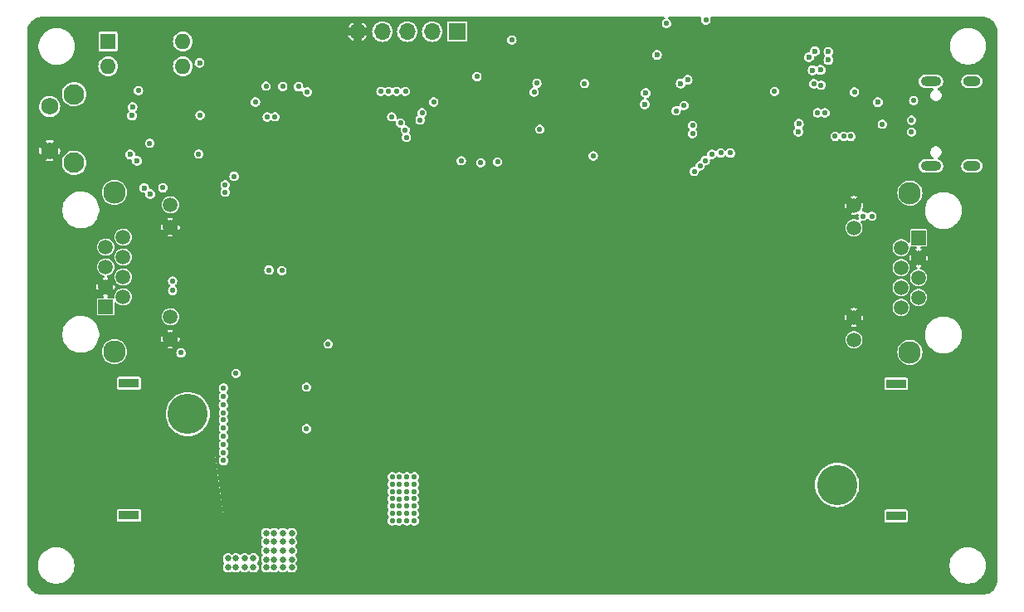
<source format=gbr>
%TF.GenerationSoftware,KiCad,Pcbnew,8.0.7-8.0.7-0~ubuntu22.04.1*%
%TF.CreationDate,2024-12-14T16:55:50+01:00*%
%TF.ProjectId,mini_module_template,6d696e69-5f6d-46f6-9475-6c655f74656d,rev?*%
%TF.SameCoordinates,Original*%
%TF.FileFunction,Copper,L2,Inr*%
%TF.FilePolarity,Positive*%
%FSLAX46Y46*%
G04 Gerber Fmt 4.6, Leading zero omitted, Abs format (unit mm)*
G04 Created by KiCad (PCBNEW 8.0.7-8.0.7-0~ubuntu22.04.1) date 2024-12-14 16:55:50*
%MOMM*%
%LPD*%
G01*
G04 APERTURE LIST*
G04 Aperture macros list*
%AMRoundRect*
0 Rectangle with rounded corners*
0 $1 Rounding radius*
0 $2 $3 $4 $5 $6 $7 $8 $9 X,Y pos of 4 corners*
0 Add a 4 corners polygon primitive as box body*
4,1,4,$2,$3,$4,$5,$6,$7,$8,$9,$2,$3,0*
0 Add four circle primitives for the rounded corners*
1,1,$1+$1,$2,$3*
1,1,$1+$1,$4,$5*
1,1,$1+$1,$6,$7*
1,1,$1+$1,$8,$9*
0 Add four rect primitives between the rounded corners*
20,1,$1+$1,$2,$3,$4,$5,0*
20,1,$1+$1,$4,$5,$6,$7,0*
20,1,$1+$1,$6,$7,$8,$9,0*
20,1,$1+$1,$8,$9,$2,$3,0*%
G04 Aperture macros list end*
%TA.AperFunction,ComponentPad*%
%ADD10R,2.000000X0.900000*%
%TD*%
%TA.AperFunction,ComponentPad*%
%ADD11RoundRect,1.025000X-1.025000X1.025000X-1.025000X-1.025000X1.025000X-1.025000X1.025000X1.025000X0*%
%TD*%
%TA.AperFunction,ComponentPad*%
%ADD12C,4.100000*%
%TD*%
%TA.AperFunction,ComponentPad*%
%ADD13R,1.600000X1.600000*%
%TD*%
%TA.AperFunction,ComponentPad*%
%ADD14O,1.600000X1.600000*%
%TD*%
%TA.AperFunction,ComponentPad*%
%ADD15R,1.500000X1.500000*%
%TD*%
%TA.AperFunction,ComponentPad*%
%ADD16C,1.500000*%
%TD*%
%TA.AperFunction,ComponentPad*%
%ADD17C,2.300000*%
%TD*%
%TA.AperFunction,ComponentPad*%
%ADD18C,2.100000*%
%TD*%
%TA.AperFunction,ComponentPad*%
%ADD19C,1.750000*%
%TD*%
%TA.AperFunction,ComponentPad*%
%ADD20O,2.100000X1.000000*%
%TD*%
%TA.AperFunction,ComponentPad*%
%ADD21O,1.800000X1.000000*%
%TD*%
%TA.AperFunction,ComponentPad*%
%ADD22RoundRect,1.025000X1.025000X-1.025000X1.025000X1.025000X-1.025000X1.025000X-1.025000X-1.025000X0*%
%TD*%
%TA.AperFunction,ComponentPad*%
%ADD23R,1.700000X1.700000*%
%TD*%
%TA.AperFunction,ComponentPad*%
%ADD24O,1.700000X1.700000*%
%TD*%
%TA.AperFunction,ViaPad*%
%ADD25C,0.550000*%
%TD*%
%TA.AperFunction,ViaPad*%
%ADD26C,0.600000*%
%TD*%
%TA.AperFunction,ViaPad*%
%ADD27C,0.650000*%
%TD*%
G04 APERTURE END LIST*
D10*
%TO.N,*%
%TO.C,J2*%
X169150000Y-97950000D03*
X169150000Y-111450000D03*
D11*
%TO.N,GND*%
X163150000Y-101100000D03*
D12*
%TO.N,VCC*%
X163150000Y-108300000D03*
%TD*%
D13*
%TO.N,Net-(R24-Pad2)*%
%TO.C,SW5*%
X88770000Y-63010000D03*
D14*
%TO.N,Net-(R39-Pad2)*%
X88770000Y-65550000D03*
%TO.N,/CAN/CAN2-*%
X96390000Y-65550000D03*
%TO.N,/CAN/CAN1+*%
X96390000Y-63010000D03*
%TD*%
D15*
%TO.N,/CAN/CAN1-*%
%TO.C,J8*%
X88519999Y-90116000D03*
D16*
%TO.N,/CAN/CAN1+*%
X90300000Y-89100000D03*
%TO.N,GND*%
X88519999Y-88084000D03*
%TO.N,/CAN/CAN2-*%
X90300000Y-87068000D03*
%TO.N,/CAN/CAN2+*%
X88519999Y-86052000D03*
%TO.N,+12V*%
X90300000Y-85036000D03*
%TO.N,/CAN/USB_DOWNSTREAM_D-*%
X88519999Y-84020000D03*
%TO.N,/CAN/USB_DOWNSTREAM_D+*%
X90299999Y-83004001D03*
%TO.N,GND*%
X95119999Y-93416000D03*
%TO.N,Net-(J8-Pad10)*%
X95119999Y-91126000D03*
%TO.N,GND*%
X95119999Y-81986000D03*
%TO.N,Net-(J8-Pad12)*%
X95119999Y-79696000D03*
D17*
%TO.N,Net-(C45-Pad1)*%
X89409999Y-94686000D03*
X89409999Y-78426000D03*
%TD*%
D18*
%TO.N,*%
%TO.C,SW2*%
X85300000Y-75400000D03*
X85300000Y-68390000D03*
D19*
%TO.N,GND*%
X82810000Y-74150000D03*
%TO.N,/MCU/NRST*%
X82810000Y-69650000D03*
%TD*%
D15*
%TO.N,/CAN/CAN1-*%
%TO.C,J7*%
X171460000Y-83050000D03*
D16*
%TO.N,/CAN/CAN1+*%
X169679999Y-84066000D03*
%TO.N,GND*%
X171460000Y-85082000D03*
%TO.N,/CAN/CAN2-*%
X169679999Y-86098000D03*
%TO.N,/CAN/CAN2+*%
X171460000Y-87114000D03*
%TO.N,+12V*%
X169679999Y-88130000D03*
%TO.N,/CAN/USB_UPSTREAM_D-*%
X171460000Y-89146000D03*
%TO.N,/CAN/USB_UPSTREAM_D+*%
X169680000Y-90161999D03*
%TO.N,GND*%
X164860000Y-79750000D03*
%TO.N,Net-(J7-Pad10)*%
X164860000Y-82040000D03*
%TO.N,GND*%
X164860000Y-91180000D03*
%TO.N,Net-(J7-Pad12)*%
X164860000Y-93470000D03*
D17*
%TO.N,Net-(C44-Pad1)*%
X170570000Y-78480000D03*
X170570000Y-94740000D03*
%TD*%
D20*
%TO.N,Net-(J4-SHIELD)*%
%TO.C,J4*%
X172710000Y-75720000D03*
D21*
X176910000Y-75720000D03*
D20*
X172710000Y-67080000D03*
D21*
X176910000Y-67080000D03*
%TD*%
D10*
%TO.N,*%
%TO.C,J6*%
X90900000Y-111400000D03*
X90900000Y-97900000D03*
D22*
%TO.N,GND*%
X96900000Y-108250000D03*
D12*
%TO.N,VCC*%
X96900000Y-101050000D03*
%TD*%
D23*
%TO.N,+3V3*%
%TO.C,J1*%
X124379999Y-62000000D03*
D24*
%TO.N,/MCU/NRST*%
X121839999Y-62000000D03*
%TO.N,/MCU/SWDIO*%
X119300000Y-62000000D03*
%TO.N,/MCU/SWCLK*%
X116759999Y-62000000D03*
%TO.N,GND*%
X114219999Y-62000000D03*
%TD*%
D25*
%TO.N,GND*%
X115709999Y-101200001D03*
X94610000Y-72550000D03*
X107010000Y-107350001D03*
X107759999Y-105100001D03*
X104100000Y-85600000D03*
X129560000Y-66900000D03*
X167430000Y-68070000D03*
X107049999Y-108850001D03*
X99400000Y-73130000D03*
X114009999Y-99700001D03*
X98140000Y-75390000D03*
D26*
X166550000Y-63900000D03*
D25*
X136300000Y-64400000D03*
X107759999Y-102850001D03*
X112344999Y-100438001D03*
X166100000Y-82110000D03*
X107010000Y-108100001D03*
X126798001Y-72253356D03*
X123947000Y-72093000D03*
X148400000Y-70825000D03*
X107759999Y-106600001D03*
X169735000Y-68998000D03*
D26*
X157689998Y-70439998D03*
D25*
X133440000Y-67280000D03*
D27*
X166517500Y-71400000D03*
D25*
X171430000Y-62770000D03*
X141480000Y-63625000D03*
X124300000Y-66598000D03*
X106259999Y-108100002D03*
X114909999Y-101200001D03*
X100800000Y-85300000D03*
X107009999Y-105850001D03*
D27*
X166200000Y-73200000D03*
D25*
X111509999Y-99600001D03*
X131200000Y-75320000D03*
X128740000Y-62520000D03*
X107010000Y-77320000D03*
X106259999Y-105100001D03*
X167700000Y-73100000D03*
X98640000Y-71110000D03*
X114500000Y-67600000D03*
X127980000Y-62520000D03*
X110709999Y-99600001D03*
X114009999Y-101200001D03*
D26*
X168250000Y-61700000D03*
D25*
X113700000Y-67600000D03*
D26*
X146100000Y-67700000D03*
D25*
X96500000Y-95820000D03*
X114909999Y-99700001D03*
X112690000Y-73000000D03*
X107009999Y-104350001D03*
X148200000Y-68925000D03*
X115200000Y-67600000D03*
X107759999Y-105850001D03*
X120100000Y-69500000D03*
X101854949Y-82657716D03*
D27*
X107300000Y-90500000D03*
D25*
X99130000Y-76850000D03*
X106259999Y-102821367D03*
X111509999Y-101200001D03*
X145600000Y-69800000D03*
X161470000Y-68806826D03*
X100841441Y-79178023D03*
D26*
X144579600Y-67912800D03*
X132300000Y-69410000D03*
D25*
X107009999Y-105100001D03*
D27*
X170700000Y-74100000D03*
D25*
X102900000Y-79170000D03*
X104615077Y-86905026D03*
X148300000Y-73200000D03*
X107009999Y-102850001D03*
D26*
X137400000Y-68200000D03*
D25*
X120800000Y-72000000D03*
X106924321Y-84796000D03*
X134750000Y-75500000D03*
X106259999Y-106601186D03*
X96500000Y-92840000D03*
X127000000Y-68400000D03*
X110009999Y-99600000D03*
X157570000Y-68119999D03*
D27*
X170200000Y-67400000D03*
D25*
X171430000Y-64290000D03*
X120900000Y-79660000D03*
X107759999Y-104350001D03*
X106259999Y-104350001D03*
X164820000Y-66610000D03*
X101200000Y-88000000D03*
X110009999Y-101200001D03*
D26*
X162000000Y-63000000D03*
D25*
X167420000Y-66640000D03*
X113084558Y-99700002D03*
D26*
X160200000Y-76700000D03*
D25*
X99970000Y-64420000D03*
X110709999Y-101200001D03*
D26*
X150800000Y-60800000D03*
X146370000Y-66720000D03*
D25*
X107010000Y-106600001D03*
X163200000Y-80400000D03*
X117110000Y-78960000D03*
X143900000Y-60775000D03*
X109670000Y-62894997D03*
X106260000Y-103573891D03*
X107009999Y-103600001D03*
X113009999Y-101200001D03*
X106260000Y-107350001D03*
X106249999Y-108850002D03*
X111200000Y-62894997D03*
X106259999Y-105852962D03*
X110360000Y-62894997D03*
X107759999Y-103600001D03*
X115710000Y-99700001D03*
X112670000Y-83440000D03*
X162800000Y-70100000D03*
%TO.N,/MCU/NRST*%
X106500000Y-86400000D03*
X124804652Y-75195348D03*
%TO.N,+5V*%
X100530000Y-105810000D03*
X98150000Y-70540000D03*
X150370000Y-74520000D03*
X149690000Y-75170000D03*
X100530000Y-100910000D03*
X100520000Y-100120000D03*
X151270000Y-74400000D03*
X164550000Y-72700000D03*
X98000000Y-74505000D03*
X100530000Y-102460000D03*
X163800000Y-72700000D03*
X149160000Y-75710000D03*
X100530000Y-104180000D03*
X148575000Y-76285000D03*
X100530000Y-101640000D03*
X152260000Y-74400000D03*
X145740000Y-61170000D03*
X100530000Y-103310000D03*
X164920000Y-68180000D03*
X100530000Y-104970000D03*
X100530000Y-99240000D03*
X111209999Y-93900001D03*
X95345000Y-88445000D03*
X95345000Y-87480000D03*
X101809998Y-96900001D03*
X100530000Y-98380000D03*
X94350000Y-77950000D03*
X162950000Y-72700000D03*
%TO.N,+3V3*%
X119250001Y-108200000D03*
X118450000Y-108210001D03*
X120000000Y-107450000D03*
X137370000Y-67310000D03*
X129970000Y-62860000D03*
X120000000Y-111950000D03*
X132230000Y-68180000D03*
X119250001Y-108950000D03*
X117750000Y-109700000D03*
X132520000Y-67280000D03*
X126400000Y-66598000D03*
X119200001Y-111200000D03*
X118450000Y-109710000D03*
X117750000Y-110450000D03*
X156770000Y-68119999D03*
X118450000Y-108960001D03*
X117750000Y-111950000D03*
X132800000Y-71975000D03*
X149770000Y-60825000D03*
X91870000Y-68030000D03*
D26*
X98100000Y-65200000D03*
D25*
X119250001Y-109700000D03*
X128500000Y-75300000D03*
X120000000Y-111200000D03*
X117750000Y-107450000D03*
X120000000Y-109700000D03*
X117750000Y-111154002D03*
X126800000Y-75400000D03*
X120000000Y-108950000D03*
X103800000Y-69200000D03*
X93000190Y-73404543D03*
X118450000Y-111960000D03*
X117750000Y-108950000D03*
X116600000Y-68110000D03*
D26*
X144770000Y-64375000D03*
D25*
X105180763Y-86339340D03*
X118200000Y-68110000D03*
X119250001Y-107450000D03*
X120000000Y-110450000D03*
X138262500Y-74687500D03*
X119250000Y-111950000D03*
X118450000Y-111164003D03*
X120000000Y-108200000D03*
X118450000Y-110460000D03*
X108200000Y-67624997D03*
X117400000Y-68110000D03*
X117750000Y-108200000D03*
X119250000Y-110450000D03*
X118450000Y-107460001D03*
X119100000Y-68110000D03*
%TO.N,/USB/USB_CONN_D-*%
X170735000Y-71048000D03*
X170735000Y-72252000D03*
%TO.N,/MCU/USR_LED1*%
X106590000Y-67609999D03*
%TO.N,/MCU/USR_LED2*%
X101620000Y-76780000D03*
X104880000Y-67569999D03*
D26*
%TO.N,/USB/USB_PROT_D-*%
X159243114Y-71427170D03*
D25*
X160776587Y-67326587D03*
%TO.N,/USB/USB_PROT_D+*%
X161511768Y-67474942D03*
D26*
X159192074Y-72225542D03*
D25*
%TO.N,Net-(C45-Pad1)*%
X96200000Y-94800000D03*
D27*
%TO.N,VCC*%
X101000000Y-116700000D03*
X107500000Y-115000000D03*
X104900000Y-115000000D03*
X102700000Y-116700000D03*
X105700000Y-115000000D03*
X106600000Y-115900000D03*
X102700000Y-115800000D03*
X104900000Y-114100000D03*
X107500000Y-114100000D03*
X106600000Y-114100000D03*
X105700000Y-115900000D03*
X107500000Y-115900000D03*
X106600000Y-115000000D03*
X104900000Y-115900000D03*
X101800000Y-115800000D03*
X105700000Y-113200000D03*
X105700000Y-114100000D03*
X106600000Y-116700000D03*
X103600000Y-115800000D03*
X107500000Y-116700000D03*
X104900000Y-113200000D03*
X107500000Y-113200000D03*
X101800000Y-116700000D03*
X101000000Y-115800000D03*
X104900000Y-116700000D03*
X103600000Y-116700000D03*
X105700000Y-116700000D03*
X106600000Y-113200000D03*
D26*
%TO.N,/STLINK/USB_D+*%
X147193541Y-67303432D03*
X143614400Y-68268400D03*
D25*
%TO.N,/MCU/USB_D+*%
X120800000Y-70300000D03*
X146700000Y-70100000D03*
%TO.N,/MCU/USB_D-*%
X147526711Y-69550000D03*
X120593958Y-71021146D03*
%TO.N,/MCU/SWCLK*%
X121998000Y-69200000D03*
X109085000Y-68185000D03*
D26*
%TO.N,/STLINK/USB_D-*%
X147900000Y-66928038D03*
X143507705Y-69425872D03*
D25*
%TO.N,/CAN/CAN1-*%
X166700000Y-80850000D03*
D26*
X93066404Y-78595363D03*
X91010000Y-74550000D03*
D25*
%TO.N,/POWER/5V_COIL*%
X109000000Y-102560001D03*
X108999999Y-98305001D03*
%TO.N,/USB/VBUS*%
X167755000Y-71470000D03*
D26*
X167300000Y-69200000D03*
D25*
X170955000Y-69048000D03*
D26*
%TO.N,/USB/USB_UPSTREAM_D-*%
X160655228Y-65964132D03*
X162258333Y-64915000D03*
X160269479Y-64620521D03*
%TO.N,/USB/USB_UPSTREAM_D+*%
X160870521Y-64019479D03*
X162258333Y-64065000D03*
X161454013Y-65920000D03*
%TO.N,/CAN/CAN1+*%
X92430006Y-77958965D03*
X91720000Y-75200000D03*
D25*
X165800000Y-80850000D03*
D26*
%TO.N,/CAN/CAN2+*%
X91217377Y-70589602D03*
%TO.N,/CAN/CAN2-*%
X91257628Y-69712839D03*
D25*
%TO.N,/CAN/USB_UPSTREAM_D-*%
X161149997Y-70300000D03*
%TO.N,/CAN/USB_UPSTREAM_D+*%
X161900000Y-70300000D03*
%TO.N,/CAN/USB_DOWNSTREAM_D-*%
X148400000Y-71575000D03*
%TO.N,/CAN/USB_DOWNSTREAM_D+*%
X148400000Y-72425000D03*
%TO.N,/CAN/RXD2_LED*%
X100700000Y-78400000D03*
X118600000Y-71326472D03*
%TO.N,/CAN/TXD2_LED*%
X100700000Y-77649997D03*
X117701472Y-70701472D03*
%TO.N,/MCU/I2C3_SDA*%
X119200000Y-72798000D03*
X105000000Y-70722499D03*
%TO.N,/MCU/I2C3_SCL*%
X105800000Y-70700000D03*
X119093636Y-72055578D03*
%TD*%
%TA.AperFunction,Conductor*%
%TO.N,GND*%
G36*
X99700000Y-105200000D02*
G01*
X100600000Y-112000000D01*
X94000000Y-111200000D01*
X94000000Y-105100000D01*
X99700000Y-105200000D01*
G37*
%TD.AperFunction*%
%TD*%
%TA.AperFunction,Conductor*%
%TO.N,GND*%
G36*
X145546985Y-60520185D02*
G01*
X145592740Y-60572989D01*
X145602684Y-60642147D01*
X145573659Y-60705703D01*
X145546984Y-60728816D01*
X145425413Y-60806942D01*
X145425409Y-60806946D01*
X145335872Y-60910278D01*
X145335867Y-60910285D01*
X145279070Y-61034654D01*
X145279068Y-61034662D01*
X145259610Y-61170000D01*
X145279068Y-61305337D01*
X145279070Y-61305345D01*
X145335867Y-61429714D01*
X145335872Y-61429721D01*
X145425409Y-61533053D01*
X145425413Y-61533057D01*
X145485979Y-61571979D01*
X145540439Y-61606978D01*
X145606036Y-61626239D01*
X145671632Y-61645500D01*
X145671633Y-61645500D01*
X145808367Y-61645500D01*
X145939561Y-61606978D01*
X146054589Y-61533055D01*
X146144130Y-61429718D01*
X146151385Y-61413833D01*
X146171723Y-61369298D01*
X146200931Y-61305342D01*
X146220390Y-61170000D01*
X146200931Y-61034658D01*
X146166990Y-60960337D01*
X146144132Y-60910285D01*
X146144127Y-60910278D01*
X146054590Y-60806946D01*
X146054586Y-60806942D01*
X145933016Y-60728816D01*
X145887260Y-60676013D01*
X145877316Y-60606854D01*
X145906340Y-60543298D01*
X145965118Y-60505523D01*
X146000054Y-60500500D01*
X149202507Y-60500500D01*
X149269546Y-60520185D01*
X149315301Y-60572989D01*
X149325245Y-60642147D01*
X149315302Y-60676010D01*
X149309069Y-60689656D01*
X149309068Y-60689662D01*
X149289610Y-60825000D01*
X149309068Y-60960337D01*
X149309070Y-60960345D01*
X149365867Y-61084714D01*
X149365872Y-61084721D01*
X149455409Y-61188053D01*
X149455413Y-61188057D01*
X149515979Y-61226979D01*
X149570439Y-61261978D01*
X149636036Y-61281239D01*
X149701632Y-61300500D01*
X149701633Y-61300500D01*
X149838367Y-61300500D01*
X149969561Y-61261978D01*
X150084589Y-61188055D01*
X150174130Y-61084718D01*
X150230931Y-60960342D01*
X150250390Y-60825000D01*
X150230931Y-60689658D01*
X150224697Y-60676009D01*
X150214755Y-60606851D01*
X150243781Y-60543296D01*
X150302560Y-60505522D01*
X150337493Y-60500500D01*
X177934108Y-60500500D01*
X177995572Y-60500500D01*
X178004418Y-60500816D01*
X178204561Y-60515130D01*
X178222063Y-60517647D01*
X178413797Y-60559355D01*
X178430755Y-60564334D01*
X178614609Y-60632909D01*
X178630701Y-60640259D01*
X178802904Y-60734288D01*
X178817784Y-60743849D01*
X178974867Y-60861441D01*
X178988237Y-60873027D01*
X179126972Y-61011762D01*
X179138558Y-61025132D01*
X179247005Y-61170000D01*
X179256146Y-61182210D01*
X179265711Y-61197095D01*
X179359740Y-61369298D01*
X179367090Y-61385390D01*
X179435662Y-61569236D01*
X179440646Y-61586212D01*
X179482351Y-61777931D01*
X179484869Y-61795442D01*
X179499184Y-61995580D01*
X179499500Y-62004427D01*
X179499500Y-117995572D01*
X179499184Y-118004419D01*
X179484869Y-118204557D01*
X179482351Y-118222068D01*
X179440646Y-118413787D01*
X179435662Y-118430763D01*
X179367090Y-118614609D01*
X179359740Y-118630701D01*
X179265711Y-118802904D01*
X179256146Y-118817789D01*
X179138558Y-118974867D01*
X179126972Y-118988237D01*
X178988237Y-119126972D01*
X178974867Y-119138558D01*
X178817789Y-119256146D01*
X178802904Y-119265711D01*
X178630701Y-119359740D01*
X178614609Y-119367090D01*
X178430763Y-119435662D01*
X178413787Y-119440646D01*
X178222068Y-119482351D01*
X178204557Y-119484869D01*
X178023779Y-119497799D01*
X178004417Y-119499184D01*
X177995572Y-119499500D01*
X82004428Y-119499500D01*
X81995582Y-119499184D01*
X81973622Y-119497613D01*
X81795442Y-119484869D01*
X81777931Y-119482351D01*
X81586212Y-119440646D01*
X81569236Y-119435662D01*
X81385390Y-119367090D01*
X81369298Y-119359740D01*
X81197095Y-119265711D01*
X81182210Y-119256146D01*
X81025132Y-119138558D01*
X81011762Y-119126972D01*
X80873027Y-118988237D01*
X80861441Y-118974867D01*
X80743849Y-118817784D01*
X80734288Y-118802904D01*
X80640259Y-118630701D01*
X80632909Y-118614609D01*
X80572091Y-118451551D01*
X80564334Y-118430755D01*
X80559355Y-118413797D01*
X80517647Y-118222063D01*
X80515130Y-118204556D01*
X80513861Y-118186819D01*
X80500816Y-118004418D01*
X80500500Y-117995572D01*
X80500500Y-116398456D01*
X81615500Y-116398456D01*
X81615500Y-116641543D01*
X81615501Y-116641559D01*
X81647230Y-116882569D01*
X81710149Y-117117386D01*
X81803175Y-117341972D01*
X81803182Y-117341987D01*
X81924730Y-117552516D01*
X82072722Y-117745380D01*
X82072730Y-117745389D01*
X82244611Y-117917270D01*
X82244619Y-117917277D01*
X82437483Y-118065269D01*
X82648012Y-118186817D01*
X82648027Y-118186824D01*
X82690839Y-118204557D01*
X82872612Y-118279850D01*
X83107429Y-118342769D01*
X83348450Y-118374500D01*
X83348457Y-118374500D01*
X83591543Y-118374500D01*
X83591550Y-118374500D01*
X83832571Y-118342769D01*
X84067388Y-118279850D01*
X84291984Y-118186819D01*
X84502516Y-118065269D01*
X84695380Y-117917278D01*
X84695384Y-117917273D01*
X84695389Y-117917270D01*
X84867270Y-117745389D01*
X84867273Y-117745384D01*
X84867278Y-117745380D01*
X85015269Y-117552516D01*
X85136819Y-117341984D01*
X85229850Y-117117388D01*
X85292769Y-116882571D01*
X85324500Y-116641550D01*
X85324500Y-116398450D01*
X85292769Y-116157429D01*
X85229850Y-115922612D01*
X85179062Y-115800000D01*
X100469965Y-115800000D01*
X100483130Y-115899999D01*
X100488026Y-115937181D01*
X100488027Y-115937186D01*
X100540975Y-116065016D01*
X100540976Y-116065019D01*
X100624995Y-116174513D01*
X100650190Y-116239682D01*
X100636152Y-116308127D01*
X100624996Y-116325486D01*
X100540976Y-116434982D01*
X100540974Y-116434984D01*
X100488027Y-116562813D01*
X100488026Y-116562818D01*
X100469965Y-116699999D01*
X100469965Y-116700000D01*
X100488026Y-116837181D01*
X100488027Y-116837186D01*
X100540974Y-116965015D01*
X100540975Y-116965017D01*
X100540976Y-116965018D01*
X100625209Y-117074791D01*
X100734982Y-117159024D01*
X100862817Y-117211974D01*
X100985702Y-117228152D01*
X100999999Y-117230035D01*
X101000000Y-117230035D01*
X101000001Y-117230035D01*
X101012947Y-117228330D01*
X101137183Y-117211974D01*
X101265018Y-117159024D01*
X101324514Y-117113369D01*
X101389681Y-117088176D01*
X101458126Y-117102214D01*
X101475480Y-117113365D01*
X101534982Y-117159024D01*
X101662817Y-117211974D01*
X101785702Y-117228152D01*
X101799999Y-117230035D01*
X101800000Y-117230035D01*
X101800001Y-117230035D01*
X101812947Y-117228330D01*
X101937183Y-117211974D01*
X102065018Y-117159024D01*
X102092931Y-117137605D01*
X102174513Y-117075005D01*
X102239682Y-117049810D01*
X102308127Y-117063848D01*
X102325487Y-117075005D01*
X102434980Y-117159023D01*
X102434981Y-117159023D01*
X102434982Y-117159024D01*
X102562817Y-117211974D01*
X102685702Y-117228152D01*
X102699999Y-117230035D01*
X102700000Y-117230035D01*
X102700001Y-117230035D01*
X102712947Y-117228330D01*
X102837183Y-117211974D01*
X102965018Y-117159024D01*
X102992931Y-117137605D01*
X103074513Y-117075005D01*
X103139682Y-117049810D01*
X103208127Y-117063848D01*
X103225487Y-117075005D01*
X103334980Y-117159023D01*
X103334981Y-117159023D01*
X103334982Y-117159024D01*
X103462817Y-117211974D01*
X103585702Y-117228152D01*
X103599999Y-117230035D01*
X103600000Y-117230035D01*
X103600001Y-117230035D01*
X103612947Y-117228330D01*
X103737183Y-117211974D01*
X103865018Y-117159024D01*
X103974791Y-117074791D01*
X104059024Y-116965018D01*
X104111974Y-116837183D01*
X104127061Y-116722588D01*
X104136905Y-116700335D01*
X104136589Y-116699664D01*
X104363093Y-116699664D01*
X104372519Y-116719669D01*
X104372939Y-116722589D01*
X104388026Y-116837182D01*
X104388027Y-116837186D01*
X104440974Y-116965015D01*
X104440975Y-116965017D01*
X104440976Y-116965018D01*
X104525209Y-117074791D01*
X104634982Y-117159024D01*
X104762817Y-117211974D01*
X104885702Y-117228152D01*
X104899999Y-117230035D01*
X104900000Y-117230035D01*
X104900001Y-117230035D01*
X104912947Y-117228330D01*
X105037183Y-117211974D01*
X105165018Y-117159024D01*
X105224514Y-117113369D01*
X105289681Y-117088176D01*
X105358126Y-117102214D01*
X105375480Y-117113365D01*
X105434982Y-117159024D01*
X105562817Y-117211974D01*
X105685702Y-117228152D01*
X105699999Y-117230035D01*
X105700000Y-117230035D01*
X105700001Y-117230035D01*
X105712947Y-117228330D01*
X105837183Y-117211974D01*
X105965018Y-117159024D01*
X105992931Y-117137605D01*
X106074513Y-117075005D01*
X106139682Y-117049810D01*
X106208127Y-117063848D01*
X106225487Y-117075005D01*
X106334980Y-117159023D01*
X106334981Y-117159023D01*
X106334982Y-117159024D01*
X106462817Y-117211974D01*
X106585702Y-117228152D01*
X106599999Y-117230035D01*
X106600000Y-117230035D01*
X106600001Y-117230035D01*
X106612947Y-117228330D01*
X106737183Y-117211974D01*
X106865018Y-117159024D01*
X106892931Y-117137605D01*
X106974513Y-117075005D01*
X107039682Y-117049810D01*
X107108127Y-117063848D01*
X107125487Y-117075005D01*
X107234980Y-117159023D01*
X107234981Y-117159023D01*
X107234982Y-117159024D01*
X107362817Y-117211974D01*
X107485702Y-117228152D01*
X107499999Y-117230035D01*
X107500000Y-117230035D01*
X107500001Y-117230035D01*
X107512947Y-117228330D01*
X107637183Y-117211974D01*
X107765018Y-117159024D01*
X107874791Y-117074791D01*
X107959024Y-116965018D01*
X108011974Y-116837183D01*
X108030035Y-116700000D01*
X108011974Y-116562817D01*
X107959024Y-116434983D01*
X107930996Y-116398456D01*
X174615500Y-116398456D01*
X174615500Y-116641543D01*
X174615501Y-116641559D01*
X174647230Y-116882569D01*
X174710149Y-117117386D01*
X174803175Y-117341972D01*
X174803182Y-117341987D01*
X174924730Y-117552516D01*
X175072722Y-117745380D01*
X175072730Y-117745389D01*
X175244611Y-117917270D01*
X175244619Y-117917277D01*
X175437483Y-118065269D01*
X175648012Y-118186817D01*
X175648027Y-118186824D01*
X175690839Y-118204557D01*
X175872612Y-118279850D01*
X176107429Y-118342769D01*
X176348450Y-118374500D01*
X176348457Y-118374500D01*
X176591543Y-118374500D01*
X176591550Y-118374500D01*
X176832571Y-118342769D01*
X177067388Y-118279850D01*
X177291984Y-118186819D01*
X177502516Y-118065269D01*
X177695380Y-117917278D01*
X177695384Y-117917273D01*
X177695389Y-117917270D01*
X177867270Y-117745389D01*
X177867273Y-117745384D01*
X177867278Y-117745380D01*
X178015269Y-117552516D01*
X178136819Y-117341984D01*
X178229850Y-117117388D01*
X178292769Y-116882571D01*
X178324500Y-116641550D01*
X178324500Y-116398450D01*
X178292769Y-116157429D01*
X178229850Y-115922612D01*
X178136819Y-115698016D01*
X178093637Y-115623222D01*
X178015269Y-115487483D01*
X177867277Y-115294619D01*
X177867270Y-115294611D01*
X177695389Y-115122730D01*
X177695380Y-115122722D01*
X177502516Y-114974730D01*
X177291987Y-114853182D01*
X177291972Y-114853175D01*
X177067386Y-114760149D01*
X176832569Y-114697230D01*
X176591559Y-114665501D01*
X176591556Y-114665500D01*
X176591550Y-114665500D01*
X176348450Y-114665500D01*
X176348444Y-114665500D01*
X176348440Y-114665501D01*
X176107430Y-114697230D01*
X175872613Y-114760149D01*
X175648027Y-114853175D01*
X175648012Y-114853182D01*
X175437483Y-114974730D01*
X175244619Y-115122722D01*
X175072722Y-115294619D01*
X174924730Y-115487483D01*
X174803182Y-115698012D01*
X174803175Y-115698027D01*
X174710149Y-115922613D01*
X174647230Y-116157430D01*
X174615501Y-116398440D01*
X174615500Y-116398456D01*
X107930996Y-116398456D01*
X107913369Y-116375484D01*
X107888176Y-116310318D01*
X107902214Y-116241873D01*
X107913365Y-116224519D01*
X107959024Y-116165018D01*
X108011974Y-116037183D01*
X108030035Y-115900000D01*
X108011974Y-115762817D01*
X107992412Y-115715591D01*
X107959025Y-115634984D01*
X107959023Y-115634981D01*
X107875004Y-115525487D01*
X107849809Y-115460318D01*
X107863847Y-115391873D01*
X107875004Y-115374513D01*
X107900000Y-115341938D01*
X107959024Y-115265018D01*
X108011974Y-115137183D01*
X108030035Y-115000000D01*
X108011974Y-114862817D01*
X107992412Y-114815591D01*
X107959025Y-114734984D01*
X107959023Y-114734981D01*
X107875004Y-114625487D01*
X107849809Y-114560318D01*
X107863847Y-114491873D01*
X107875004Y-114474513D01*
X107900000Y-114441938D01*
X107959024Y-114365018D01*
X108011974Y-114237183D01*
X108030035Y-114100000D01*
X108011974Y-113962817D01*
X107992412Y-113915591D01*
X107959025Y-113834984D01*
X107959023Y-113834981D01*
X107875004Y-113725487D01*
X107849809Y-113660318D01*
X107863847Y-113591873D01*
X107875004Y-113574513D01*
X107900000Y-113541938D01*
X107959024Y-113465018D01*
X108011974Y-113337183D01*
X108030035Y-113200000D01*
X108011974Y-113062817D01*
X107959024Y-112934983D01*
X107874791Y-112825209D01*
X107874789Y-112825208D01*
X107874789Y-112825207D01*
X107765015Y-112740974D01*
X107637186Y-112688027D01*
X107637184Y-112688026D01*
X107637183Y-112688026D01*
X107545727Y-112675985D01*
X107500001Y-112669965D01*
X107499999Y-112669965D01*
X107431408Y-112678995D01*
X107362817Y-112688026D01*
X107362816Y-112688026D01*
X107362813Y-112688027D01*
X107234984Y-112740974D01*
X107234982Y-112740976D01*
X107125486Y-112824996D01*
X107060317Y-112850190D01*
X106991872Y-112836152D01*
X106974513Y-112824995D01*
X106865019Y-112740976D01*
X106865016Y-112740975D01*
X106737186Y-112688027D01*
X106737184Y-112688026D01*
X106737183Y-112688026D01*
X106645727Y-112675985D01*
X106600001Y-112669965D01*
X106599999Y-112669965D01*
X106531408Y-112678995D01*
X106462817Y-112688026D01*
X106462816Y-112688026D01*
X106462813Y-112688027D01*
X106334984Y-112740974D01*
X106334982Y-112740976D01*
X106225486Y-112824996D01*
X106160317Y-112850190D01*
X106091872Y-112836152D01*
X106074513Y-112824995D01*
X105965019Y-112740976D01*
X105965016Y-112740975D01*
X105837186Y-112688027D01*
X105837184Y-112688026D01*
X105837183Y-112688026D01*
X105745727Y-112675985D01*
X105700001Y-112669965D01*
X105699999Y-112669965D01*
X105631408Y-112678995D01*
X105562817Y-112688026D01*
X105562816Y-112688026D01*
X105562813Y-112688027D01*
X105434984Y-112740974D01*
X105434982Y-112740976D01*
X105375486Y-112786629D01*
X105310317Y-112811823D01*
X105241872Y-112797784D01*
X105224513Y-112786629D01*
X105165015Y-112740974D01*
X105037186Y-112688027D01*
X105037184Y-112688026D01*
X105037183Y-112688026D01*
X104945727Y-112675985D01*
X104900001Y-112669965D01*
X104899999Y-112669965D01*
X104831408Y-112678995D01*
X104762817Y-112688026D01*
X104762816Y-112688026D01*
X104762813Y-112688027D01*
X104634985Y-112740974D01*
X104525209Y-112825209D01*
X104440974Y-112934985D01*
X104388027Y-113062813D01*
X104388026Y-113062818D01*
X104369965Y-113199999D01*
X104369965Y-113200000D01*
X104388026Y-113337181D01*
X104388027Y-113337186D01*
X104440975Y-113465016D01*
X104440976Y-113465019D01*
X104524995Y-113574513D01*
X104550190Y-113639682D01*
X104536152Y-113708127D01*
X104524996Y-113725486D01*
X104440976Y-113834982D01*
X104440974Y-113834984D01*
X104388027Y-113962813D01*
X104388026Y-113962818D01*
X104369965Y-114099999D01*
X104369965Y-114100000D01*
X104388026Y-114237181D01*
X104388027Y-114237186D01*
X104440975Y-114365016D01*
X104440976Y-114365019D01*
X104524995Y-114474513D01*
X104550190Y-114539682D01*
X104536152Y-114608127D01*
X104524996Y-114625486D01*
X104440976Y-114734982D01*
X104440974Y-114734984D01*
X104388027Y-114862813D01*
X104388026Y-114862818D01*
X104369965Y-114999999D01*
X104369965Y-115000000D01*
X104388026Y-115137181D01*
X104388027Y-115137186D01*
X104440975Y-115265016D01*
X104440976Y-115265019D01*
X104524995Y-115374513D01*
X104550190Y-115439682D01*
X104536152Y-115508127D01*
X104524996Y-115525486D01*
X104440976Y-115634982D01*
X104440974Y-115634984D01*
X104388027Y-115762813D01*
X104388026Y-115762818D01*
X104369965Y-115899999D01*
X104369965Y-115900000D01*
X104388026Y-116037181D01*
X104388027Y-116037186D01*
X104440974Y-116165015D01*
X104486629Y-116224513D01*
X104511823Y-116289683D01*
X104497785Y-116358127D01*
X104486629Y-116375486D01*
X104440976Y-116434982D01*
X104440974Y-116434984D01*
X104388027Y-116562813D01*
X104388026Y-116562818D01*
X104372939Y-116677410D01*
X104363093Y-116699664D01*
X104136589Y-116699664D01*
X104127481Y-116680330D01*
X104127061Y-116677410D01*
X104122341Y-116641559D01*
X104111974Y-116562817D01*
X104059025Y-116434985D01*
X104059025Y-116434984D01*
X104059023Y-116434981D01*
X103975004Y-116325487D01*
X103949809Y-116260318D01*
X103963847Y-116191873D01*
X103975004Y-116174513D01*
X103982292Y-116165015D01*
X104059024Y-116065018D01*
X104111974Y-115937183D01*
X104130035Y-115800000D01*
X104111974Y-115662817D01*
X104059024Y-115534983D01*
X103974791Y-115425209D01*
X103974789Y-115425208D01*
X103974789Y-115425207D01*
X103908220Y-115374127D01*
X103865018Y-115340976D01*
X103865017Y-115340975D01*
X103865015Y-115340974D01*
X103737186Y-115288027D01*
X103737184Y-115288026D01*
X103737183Y-115288026D01*
X103645727Y-115275985D01*
X103600001Y-115269965D01*
X103599999Y-115269965D01*
X103531408Y-115278995D01*
X103462817Y-115288026D01*
X103462816Y-115288026D01*
X103462813Y-115288027D01*
X103334984Y-115340974D01*
X103334982Y-115340976D01*
X103225486Y-115424996D01*
X103160317Y-115450190D01*
X103091872Y-115436152D01*
X103074513Y-115424995D01*
X102965019Y-115340976D01*
X102965016Y-115340975D01*
X102837186Y-115288027D01*
X102837184Y-115288026D01*
X102837183Y-115288026D01*
X102745727Y-115275985D01*
X102700001Y-115269965D01*
X102699999Y-115269965D01*
X102631408Y-115278995D01*
X102562817Y-115288026D01*
X102562816Y-115288026D01*
X102562813Y-115288027D01*
X102434984Y-115340974D01*
X102434982Y-115340976D01*
X102325486Y-115424996D01*
X102260317Y-115450190D01*
X102191872Y-115436152D01*
X102174513Y-115424995D01*
X102065019Y-115340976D01*
X102065016Y-115340975D01*
X101937186Y-115288027D01*
X101937184Y-115288026D01*
X101937183Y-115288026D01*
X101845727Y-115275985D01*
X101800001Y-115269965D01*
X101799999Y-115269965D01*
X101731408Y-115278995D01*
X101662817Y-115288026D01*
X101662816Y-115288026D01*
X101662813Y-115288027D01*
X101534984Y-115340974D01*
X101534982Y-115340976D01*
X101475486Y-115386629D01*
X101410317Y-115411823D01*
X101341872Y-115397784D01*
X101324513Y-115386629D01*
X101309086Y-115374791D01*
X101265018Y-115340976D01*
X101265017Y-115340975D01*
X101265015Y-115340974D01*
X101137186Y-115288027D01*
X101137184Y-115288026D01*
X101137183Y-115288026D01*
X101045727Y-115275985D01*
X101000001Y-115269965D01*
X100999999Y-115269965D01*
X100931408Y-115278995D01*
X100862817Y-115288026D01*
X100862816Y-115288026D01*
X100862813Y-115288027D01*
X100734985Y-115340974D01*
X100625209Y-115425209D01*
X100540974Y-115534985D01*
X100488027Y-115662813D01*
X100488026Y-115662816D01*
X100488026Y-115662817D01*
X100469965Y-115800000D01*
X85179062Y-115800000D01*
X85136819Y-115698016D01*
X85093637Y-115623222D01*
X85015269Y-115487483D01*
X84867277Y-115294619D01*
X84867270Y-115294611D01*
X84695389Y-115122730D01*
X84695380Y-115122722D01*
X84502516Y-114974730D01*
X84291987Y-114853182D01*
X84291972Y-114853175D01*
X84067386Y-114760149D01*
X83832569Y-114697230D01*
X83591559Y-114665501D01*
X83591556Y-114665500D01*
X83591550Y-114665500D01*
X83348450Y-114665500D01*
X83348444Y-114665500D01*
X83348440Y-114665501D01*
X83107430Y-114697230D01*
X82872613Y-114760149D01*
X82648027Y-114853175D01*
X82648012Y-114853182D01*
X82437483Y-114974730D01*
X82244619Y-115122722D01*
X82072722Y-115294619D01*
X81924730Y-115487483D01*
X81803182Y-115698012D01*
X81803175Y-115698027D01*
X81710149Y-115922613D01*
X81647230Y-116157430D01*
X81615501Y-116398440D01*
X81615500Y-116398456D01*
X80500500Y-116398456D01*
X80500500Y-110930247D01*
X89699500Y-110930247D01*
X89699500Y-111869752D01*
X89711131Y-111928229D01*
X89711132Y-111928230D01*
X89755447Y-111994552D01*
X89821769Y-112038867D01*
X89821770Y-112038868D01*
X89880247Y-112050499D01*
X89880250Y-112050500D01*
X89880252Y-112050500D01*
X91919750Y-112050500D01*
X91919751Y-112050499D01*
X91934568Y-112047552D01*
X91978229Y-112038868D01*
X91978229Y-112038867D01*
X91978231Y-112038867D01*
X92044552Y-111994552D01*
X92088867Y-111928231D01*
X92088867Y-111928229D01*
X92088868Y-111928229D01*
X92100499Y-111869752D01*
X92100500Y-111869750D01*
X92100500Y-111200000D01*
X94000000Y-111200000D01*
X100600000Y-112000000D01*
X99997794Y-107450000D01*
X117269610Y-107450000D01*
X117289068Y-107585337D01*
X117289070Y-107585345D01*
X117345867Y-107709714D01*
X117345869Y-107709716D01*
X117345870Y-107709718D01*
X117354536Y-107719719D01*
X117375400Y-107743798D01*
X117404424Y-107807354D01*
X117394480Y-107876513D01*
X117375400Y-107906202D01*
X117345870Y-107940282D01*
X117345867Y-107940285D01*
X117289070Y-108064654D01*
X117289068Y-108064662D01*
X117269610Y-108200000D01*
X117289068Y-108335337D01*
X117289070Y-108335345D01*
X117345867Y-108459714D01*
X117345869Y-108459716D01*
X117345870Y-108459718D01*
X117354536Y-108469719D01*
X117375400Y-108493798D01*
X117404424Y-108557354D01*
X117394480Y-108626513D01*
X117375400Y-108656202D01*
X117345870Y-108690282D01*
X117345867Y-108690285D01*
X117289070Y-108814654D01*
X117289068Y-108814662D01*
X117269610Y-108950000D01*
X117289068Y-109085337D01*
X117289070Y-109085345D01*
X117345867Y-109209714D01*
X117345869Y-109209716D01*
X117345870Y-109209718D01*
X117354536Y-109219719D01*
X117375400Y-109243798D01*
X117404424Y-109307354D01*
X117394480Y-109376513D01*
X117375400Y-109406202D01*
X117345870Y-109440282D01*
X117345867Y-109440285D01*
X117289070Y-109564654D01*
X117289068Y-109564662D01*
X117269610Y-109700000D01*
X117289068Y-109835337D01*
X117289070Y-109835345D01*
X117345867Y-109959714D01*
X117345869Y-109959716D01*
X117345870Y-109959718D01*
X117371001Y-109988722D01*
X117375400Y-109993798D01*
X117404424Y-110057354D01*
X117394480Y-110126513D01*
X117375400Y-110156202D01*
X117345870Y-110190282D01*
X117345867Y-110190285D01*
X117289070Y-110314654D01*
X117289068Y-110314662D01*
X117269610Y-110450000D01*
X117289068Y-110585337D01*
X117289070Y-110585345D01*
X117345867Y-110709714D01*
X117345869Y-110709716D01*
X117345870Y-110709718D01*
X117353172Y-110718145D01*
X117355473Y-110720801D01*
X117384495Y-110784358D01*
X117374550Y-110853516D01*
X117355473Y-110883201D01*
X117345870Y-110894284D01*
X117345867Y-110894287D01*
X117289070Y-111018656D01*
X117289068Y-111018664D01*
X117269610Y-111154002D01*
X117289068Y-111289339D01*
X117289070Y-111289347D01*
X117345867Y-111413716D01*
X117345872Y-111413723D01*
X117395328Y-111470800D01*
X117424352Y-111534356D01*
X117414408Y-111603514D01*
X117395328Y-111633202D01*
X117345872Y-111690278D01*
X117345867Y-111690285D01*
X117289070Y-111814654D01*
X117289068Y-111814662D01*
X117269610Y-111950000D01*
X117289068Y-112085337D01*
X117289070Y-112085345D01*
X117345867Y-112209714D01*
X117345872Y-112209721D01*
X117435409Y-112313053D01*
X117435413Y-112313057D01*
X117474818Y-112338380D01*
X117550439Y-112386978D01*
X117584496Y-112396978D01*
X117681632Y-112425500D01*
X117681633Y-112425500D01*
X117818367Y-112425500D01*
X117949561Y-112386978D01*
X118025183Y-112338378D01*
X118092219Y-112318696D01*
X118159257Y-112338380D01*
X118250439Y-112396978D01*
X118316036Y-112416239D01*
X118381632Y-112435500D01*
X118381633Y-112435500D01*
X118518367Y-112435500D01*
X118649561Y-112396978D01*
X118764589Y-112323055D01*
X118764591Y-112323052D01*
X118771289Y-112317249D01*
X118772979Y-112319199D01*
X118820346Y-112288746D01*
X118890215Y-112288733D01*
X118927439Y-112309053D01*
X118927949Y-112308260D01*
X118974818Y-112338380D01*
X119050439Y-112386978D01*
X119084496Y-112396978D01*
X119181632Y-112425500D01*
X119181633Y-112425500D01*
X119318367Y-112425500D01*
X119449561Y-112386978D01*
X119557962Y-112317313D01*
X119625001Y-112297630D01*
X119692037Y-112317313D01*
X119800439Y-112386978D01*
X119800441Y-112386978D01*
X119800442Y-112386979D01*
X119931632Y-112425500D01*
X119931633Y-112425500D01*
X120068367Y-112425500D01*
X120199561Y-112386978D01*
X120314589Y-112313055D01*
X120404130Y-112209718D01*
X120460931Y-112085342D01*
X120480390Y-111950000D01*
X120460931Y-111814658D01*
X120404270Y-111690588D01*
X120404132Y-111690285D01*
X120404130Y-111690283D01*
X120404130Y-111690282D01*
X120374599Y-111656201D01*
X120345575Y-111592647D01*
X120355518Y-111523489D01*
X120374597Y-111493800D01*
X120404130Y-111459718D01*
X120460931Y-111335342D01*
X120480390Y-111200000D01*
X120460931Y-111064658D01*
X120439924Y-111018660D01*
X120422382Y-110980247D01*
X167949500Y-110980247D01*
X167949500Y-111919752D01*
X167961131Y-111978229D01*
X167961132Y-111978230D01*
X168005447Y-112044552D01*
X168071769Y-112088867D01*
X168071770Y-112088868D01*
X168130247Y-112100499D01*
X168130250Y-112100500D01*
X168130252Y-112100500D01*
X170169750Y-112100500D01*
X170169751Y-112100499D01*
X170184568Y-112097552D01*
X170228229Y-112088868D01*
X170228229Y-112088867D01*
X170228231Y-112088867D01*
X170294552Y-112044552D01*
X170338867Y-111978231D01*
X170338867Y-111978229D01*
X170338868Y-111978229D01*
X170350499Y-111919752D01*
X170350500Y-111919750D01*
X170350500Y-110980249D01*
X170350499Y-110980247D01*
X170338868Y-110921770D01*
X170338867Y-110921769D01*
X170294552Y-110855447D01*
X170228230Y-110811132D01*
X170228229Y-110811131D01*
X170169752Y-110799500D01*
X170169748Y-110799500D01*
X168130252Y-110799500D01*
X168130247Y-110799500D01*
X168071770Y-110811131D01*
X168071769Y-110811132D01*
X168005447Y-110855447D01*
X167961132Y-110921769D01*
X167961131Y-110921770D01*
X167949500Y-110980247D01*
X120422382Y-110980247D01*
X120404132Y-110940285D01*
X120404130Y-110940283D01*
X120404130Y-110940282D01*
X120374599Y-110906201D01*
X120345575Y-110842647D01*
X120355518Y-110773489D01*
X120374597Y-110743800D01*
X120404130Y-110709718D01*
X120460931Y-110585342D01*
X120480390Y-110450000D01*
X120460931Y-110314658D01*
X120432850Y-110253170D01*
X120404132Y-110190285D01*
X120404130Y-110190283D01*
X120404130Y-110190282D01*
X120374599Y-110156201D01*
X120345575Y-110092647D01*
X120355518Y-110023489D01*
X120374597Y-109993800D01*
X120404130Y-109959718D01*
X120460931Y-109835342D01*
X120480390Y-109700000D01*
X120460931Y-109564658D01*
X120431902Y-109501094D01*
X120404132Y-109440285D01*
X120404130Y-109440283D01*
X120404130Y-109440282D01*
X120374599Y-109406201D01*
X120345575Y-109342647D01*
X120355518Y-109273489D01*
X120374597Y-109243800D01*
X120404130Y-109209718D01*
X120460931Y-109085342D01*
X120480390Y-108950000D01*
X120460931Y-108814658D01*
X120439723Y-108768220D01*
X120404132Y-108690285D01*
X120404130Y-108690283D01*
X120404130Y-108690282D01*
X120374599Y-108656201D01*
X120345575Y-108592647D01*
X120355518Y-108523489D01*
X120374597Y-108493800D01*
X120404130Y-108459718D01*
X120460931Y-108335342D01*
X120466013Y-108299992D01*
X160894671Y-108299992D01*
X160894671Y-108300007D01*
X160913964Y-108594363D01*
X160913965Y-108594373D01*
X160913966Y-108594380D01*
X160957781Y-108814658D01*
X160971518Y-108883716D01*
X160971521Y-108883730D01*
X161066349Y-109163080D01*
X161196825Y-109427660D01*
X161196829Y-109427667D01*
X161360725Y-109672955D01*
X161555241Y-109894758D01*
X161777044Y-110089274D01*
X161928218Y-110190285D01*
X162022335Y-110253172D01*
X162286923Y-110383652D01*
X162566278Y-110478481D01*
X162855620Y-110536034D01*
X162883888Y-110537886D01*
X163149993Y-110555329D01*
X163150000Y-110555329D01*
X163150007Y-110555329D01*
X163385675Y-110539881D01*
X163444380Y-110536034D01*
X163733722Y-110478481D01*
X164013077Y-110383652D01*
X164277665Y-110253172D01*
X164522957Y-110089273D01*
X164744758Y-109894758D01*
X164939273Y-109672957D01*
X165103172Y-109427665D01*
X165233652Y-109163077D01*
X165328481Y-108883722D01*
X165386034Y-108594380D01*
X165394225Y-108469411D01*
X165405329Y-108300007D01*
X165405329Y-108299992D01*
X165386035Y-108005636D01*
X165386034Y-108005620D01*
X165328481Y-107716278D01*
X165233652Y-107436923D01*
X165103172Y-107172336D01*
X165096333Y-107162101D01*
X165009799Y-107032593D01*
X164939273Y-106927043D01*
X164844320Y-106818770D01*
X164744758Y-106705241D01*
X164522955Y-106510725D01*
X164277667Y-106346829D01*
X164277660Y-106346825D01*
X164013080Y-106216349D01*
X163733730Y-106121521D01*
X163733724Y-106121519D01*
X163733722Y-106121519D01*
X163444380Y-106063966D01*
X163444373Y-106063965D01*
X163444363Y-106063964D01*
X163150007Y-106044671D01*
X163149993Y-106044671D01*
X162855636Y-106063964D01*
X162855624Y-106063965D01*
X162855620Y-106063966D01*
X162855612Y-106063967D01*
X162855609Y-106063968D01*
X162566283Y-106121518D01*
X162566269Y-106121521D01*
X162286919Y-106216349D01*
X162022334Y-106346828D01*
X161777041Y-106510728D01*
X161555241Y-106705241D01*
X161360728Y-106927041D01*
X161196828Y-107172334D01*
X161066349Y-107436919D01*
X160971521Y-107716269D01*
X160971518Y-107716283D01*
X160913968Y-108005609D01*
X160913964Y-108005636D01*
X160894671Y-108299992D01*
X120466013Y-108299992D01*
X120480390Y-108200000D01*
X120460931Y-108064658D01*
X120448677Y-108037827D01*
X120404132Y-107940285D01*
X120404130Y-107940283D01*
X120404130Y-107940282D01*
X120374599Y-107906201D01*
X120345575Y-107842647D01*
X120355518Y-107773489D01*
X120374597Y-107743800D01*
X120404130Y-107709718D01*
X120460931Y-107585342D01*
X120480390Y-107450000D01*
X120460931Y-107314658D01*
X120417829Y-107220278D01*
X120404132Y-107190285D01*
X120404127Y-107190278D01*
X120314590Y-107086946D01*
X120314586Y-107086942D01*
X120215123Y-107023023D01*
X120199561Y-107013022D01*
X120199560Y-107013021D01*
X120199559Y-107013021D01*
X120068368Y-106974500D01*
X120068367Y-106974500D01*
X119931633Y-106974500D01*
X119931632Y-106974500D01*
X119800440Y-107013021D01*
X119692038Y-107082685D01*
X119624998Y-107102369D01*
X119557962Y-107082685D01*
X119465124Y-107023023D01*
X119449562Y-107013022D01*
X119449561Y-107013021D01*
X119449560Y-107013021D01*
X119318369Y-106974500D01*
X119318368Y-106974500D01*
X119181634Y-106974500D01*
X119181633Y-106974500D01*
X119050441Y-107013021D01*
X118935414Y-107086942D01*
X118928712Y-107092751D01*
X118927026Y-107090805D01*
X118879611Y-107121266D01*
X118809742Y-107121254D01*
X118772560Y-107100948D01*
X118772051Y-107101741D01*
X118649559Y-107023022D01*
X118518368Y-106984501D01*
X118518367Y-106984501D01*
X118381633Y-106984501D01*
X118381632Y-106984501D01*
X118250440Y-107023022D01*
X118174819Y-107071620D01*
X118107780Y-107091304D01*
X118040743Y-107071620D01*
X117965123Y-107023023D01*
X117949561Y-107013022D01*
X117949560Y-107013021D01*
X117949559Y-107013021D01*
X117818368Y-106974500D01*
X117818367Y-106974500D01*
X117681633Y-106974500D01*
X117681632Y-106974500D01*
X117550440Y-107013021D01*
X117435413Y-107086942D01*
X117435409Y-107086946D01*
X117345872Y-107190278D01*
X117345867Y-107190285D01*
X117289070Y-107314654D01*
X117289068Y-107314662D01*
X117269610Y-107450000D01*
X99997794Y-107450000D01*
X99700000Y-105200000D01*
X94000000Y-105100000D01*
X94000000Y-111200000D01*
X92100500Y-111200000D01*
X92100500Y-110930249D01*
X92100499Y-110930247D01*
X92088868Y-110871770D01*
X92088867Y-110871769D01*
X92044552Y-110805447D01*
X91978230Y-110761132D01*
X91978229Y-110761131D01*
X91919752Y-110749500D01*
X91919748Y-110749500D01*
X89880252Y-110749500D01*
X89880247Y-110749500D01*
X89821770Y-110761131D01*
X89821769Y-110761132D01*
X89755447Y-110805447D01*
X89711132Y-110871769D01*
X89711131Y-110871770D01*
X89699500Y-110930247D01*
X80500500Y-110930247D01*
X80500500Y-101049992D01*
X94644671Y-101049992D01*
X94644671Y-101050007D01*
X94663964Y-101344363D01*
X94663965Y-101344373D01*
X94663966Y-101344380D01*
X94718435Y-101618220D01*
X94721518Y-101633716D01*
X94721521Y-101633730D01*
X94816349Y-101913080D01*
X94946825Y-102177660D01*
X94946829Y-102177667D01*
X95110725Y-102422955D01*
X95305241Y-102644758D01*
X95527044Y-102839274D01*
X95717007Y-102966203D01*
X95772335Y-103003172D01*
X96036923Y-103133652D01*
X96316278Y-103228481D01*
X96605620Y-103286034D01*
X96633888Y-103287886D01*
X96899993Y-103305329D01*
X96900000Y-103305329D01*
X96900007Y-103305329D01*
X97135675Y-103289881D01*
X97194380Y-103286034D01*
X97483722Y-103228481D01*
X97763077Y-103133652D01*
X98027665Y-103003172D01*
X98272957Y-102839273D01*
X98494758Y-102644758D01*
X98689273Y-102422957D01*
X98853172Y-102177665D01*
X98983652Y-101913077D01*
X99078481Y-101633722D01*
X99136034Y-101344380D01*
X99140454Y-101276945D01*
X99155329Y-101050007D01*
X99155329Y-101049992D01*
X99136035Y-100755636D01*
X99136034Y-100755620D01*
X99078481Y-100466278D01*
X98983652Y-100186923D01*
X98950649Y-100120000D01*
X100039610Y-100120000D01*
X100059068Y-100255337D01*
X100059070Y-100255345D01*
X100115867Y-100379714D01*
X100115872Y-100379722D01*
X100167729Y-100439568D01*
X100196754Y-100503124D01*
X100186810Y-100572282D01*
X100167730Y-100601972D01*
X100125870Y-100650281D01*
X100125867Y-100650285D01*
X100069070Y-100774654D01*
X100069068Y-100774662D01*
X100049610Y-100910000D01*
X100069068Y-101045337D01*
X100069070Y-101045345D01*
X100125867Y-101169714D01*
X100125872Y-101169721D01*
X100146735Y-101193799D01*
X100175759Y-101257355D01*
X100165815Y-101326513D01*
X100146735Y-101356201D01*
X100125872Y-101380278D01*
X100125867Y-101380285D01*
X100069070Y-101504654D01*
X100069068Y-101504662D01*
X100049610Y-101640000D01*
X100069068Y-101775337D01*
X100069070Y-101775345D01*
X100125867Y-101899714D01*
X100125869Y-101899716D01*
X100125870Y-101899718D01*
X100164425Y-101944213D01*
X100185727Y-101968798D01*
X100214751Y-102032354D01*
X100204807Y-102101513D01*
X100185727Y-102131202D01*
X100125870Y-102200282D01*
X100125867Y-102200285D01*
X100069070Y-102324654D01*
X100069068Y-102324662D01*
X100049610Y-102460000D01*
X100069068Y-102595337D01*
X100069070Y-102595345D01*
X100125867Y-102719714D01*
X100125870Y-102719718D01*
X100198724Y-102803798D01*
X100227748Y-102867355D01*
X100217804Y-102936513D01*
X100198724Y-102966202D01*
X100125870Y-103050281D01*
X100125867Y-103050285D01*
X100069070Y-103174654D01*
X100069068Y-103174662D01*
X100049610Y-103310000D01*
X100069068Y-103445337D01*
X100069070Y-103445345D01*
X100125867Y-103569714D01*
X100125872Y-103569722D01*
X100207389Y-103663798D01*
X100236414Y-103727354D01*
X100226470Y-103796512D01*
X100207389Y-103826202D01*
X100125872Y-103920277D01*
X100125867Y-103920285D01*
X100069070Y-104044654D01*
X100069068Y-104044662D01*
X100049610Y-104180000D01*
X100069068Y-104315337D01*
X100069070Y-104315345D01*
X100125867Y-104439714D01*
X100125869Y-104439716D01*
X100125870Y-104439718D01*
X100170036Y-104490689D01*
X100172730Y-104493798D01*
X100201754Y-104557354D01*
X100191810Y-104626512D01*
X100172730Y-104656202D01*
X100125870Y-104710282D01*
X100125867Y-104710285D01*
X100069070Y-104834654D01*
X100069068Y-104834662D01*
X100049610Y-104970000D01*
X100069068Y-105105337D01*
X100069070Y-105105345D01*
X100125867Y-105229714D01*
X100125869Y-105229716D01*
X100125870Y-105229718D01*
X100171689Y-105282596D01*
X100194392Y-105308798D01*
X100223416Y-105372354D01*
X100213472Y-105441513D01*
X100194392Y-105471202D01*
X100125870Y-105550282D01*
X100125867Y-105550285D01*
X100069070Y-105674654D01*
X100069068Y-105674662D01*
X100049610Y-105810000D01*
X100069068Y-105945337D01*
X100069070Y-105945345D01*
X100125867Y-106069714D01*
X100125872Y-106069721D01*
X100215409Y-106173053D01*
X100215413Y-106173057D01*
X100275979Y-106211979D01*
X100330439Y-106246978D01*
X100396036Y-106266239D01*
X100461632Y-106285500D01*
X100461633Y-106285500D01*
X100598367Y-106285500D01*
X100729561Y-106246978D01*
X100844589Y-106173055D01*
X100934130Y-106069718D01*
X100936710Y-106064070D01*
X100965969Y-106000000D01*
X100990931Y-105945342D01*
X101010390Y-105810000D01*
X100990931Y-105674658D01*
X100978677Y-105647827D01*
X100934132Y-105550285D01*
X100934130Y-105550283D01*
X100934130Y-105550282D01*
X100865605Y-105471199D01*
X100836582Y-105407647D01*
X100846525Y-105338489D01*
X100865602Y-105308803D01*
X100934130Y-105229718D01*
X100990931Y-105105342D01*
X101010390Y-104970000D01*
X100990931Y-104834658D01*
X100978677Y-104807827D01*
X100934132Y-104710285D01*
X100934130Y-104710283D01*
X100934130Y-104710282D01*
X100887269Y-104656201D01*
X100858245Y-104592647D01*
X100868189Y-104523489D01*
X100887267Y-104493800D01*
X100934130Y-104439718D01*
X100990931Y-104315342D01*
X101007514Y-104200000D01*
X159600000Y-104200000D01*
X166700000Y-104300000D01*
X166700000Y-97900000D01*
X159800000Y-97800000D01*
X159600000Y-104200000D01*
X101007514Y-104200000D01*
X101010390Y-104180000D01*
X100990931Y-104044658D01*
X100978677Y-104017827D01*
X100934132Y-103920285D01*
X100934129Y-103920281D01*
X100934126Y-103920277D01*
X100852608Y-103826200D01*
X100823585Y-103762647D01*
X100833529Y-103693488D01*
X100852607Y-103663801D01*
X100934130Y-103569718D01*
X100990931Y-103445342D01*
X101010390Y-103310000D01*
X100990931Y-103174658D01*
X100972203Y-103133650D01*
X100934132Y-103050285D01*
X100934130Y-103050283D01*
X100934130Y-103050282D01*
X100861273Y-102966200D01*
X100832250Y-102902647D01*
X100842194Y-102833489D01*
X100861272Y-102803801D01*
X100934130Y-102719718D01*
X100990931Y-102595342D01*
X100996012Y-102560001D01*
X108519610Y-102560001D01*
X108539068Y-102695338D01*
X108539070Y-102695346D01*
X108595867Y-102819715D01*
X108595872Y-102819722D01*
X108685409Y-102923054D01*
X108685413Y-102923058D01*
X108745979Y-102961980D01*
X108800439Y-102996979D01*
X108866036Y-103016240D01*
X108931632Y-103035501D01*
X108931633Y-103035501D01*
X109068367Y-103035501D01*
X109199561Y-102996979D01*
X109314589Y-102923056D01*
X109404130Y-102819719D01*
X109460931Y-102695343D01*
X109480390Y-102560001D01*
X109460931Y-102424659D01*
X109411950Y-102317406D01*
X109404132Y-102300286D01*
X109404127Y-102300279D01*
X109314590Y-102196947D01*
X109314586Y-102196943D01*
X109223736Y-102138559D01*
X109199561Y-102123023D01*
X109199560Y-102123022D01*
X109199559Y-102123022D01*
X109068368Y-102084501D01*
X109068367Y-102084501D01*
X108931633Y-102084501D01*
X108931632Y-102084501D01*
X108800440Y-102123022D01*
X108685413Y-102196943D01*
X108685409Y-102196947D01*
X108595872Y-102300279D01*
X108595867Y-102300286D01*
X108539070Y-102424655D01*
X108539068Y-102424663D01*
X108519610Y-102560001D01*
X100996012Y-102560001D01*
X101010390Y-102460000D01*
X100990931Y-102324658D01*
X100958947Y-102254623D01*
X100934132Y-102200285D01*
X100934130Y-102200283D01*
X100934130Y-102200282D01*
X100874270Y-102131199D01*
X100845247Y-102067648D01*
X100855190Y-101998489D01*
X100874268Y-101968803D01*
X100934130Y-101899718D01*
X100990931Y-101775342D01*
X101010390Y-101640000D01*
X100990931Y-101504658D01*
X100950500Y-101416126D01*
X100934132Y-101380285D01*
X100934130Y-101380283D01*
X100934130Y-101380282D01*
X100913264Y-101356201D01*
X100884240Y-101292648D01*
X100894183Y-101223489D01*
X100913263Y-101193799D01*
X100934130Y-101169718D01*
X100990931Y-101045342D01*
X101010390Y-100910000D01*
X100990931Y-100774658D01*
X100956836Y-100700000D01*
X100934132Y-100650285D01*
X100934127Y-100650277D01*
X100882270Y-100590431D01*
X100853245Y-100526876D01*
X100863189Y-100457717D01*
X100882271Y-100428026D01*
X100924127Y-100379722D01*
X100924128Y-100379720D01*
X100924130Y-100379718D01*
X100980931Y-100255342D01*
X101000390Y-100120000D01*
X100980931Y-99984658D01*
X100962992Y-99945377D01*
X100924132Y-99860285D01*
X100924130Y-99860283D01*
X100924130Y-99860282D01*
X100843275Y-99766970D01*
X100814252Y-99703417D01*
X100824196Y-99634259D01*
X100843277Y-99604567D01*
X100844584Y-99603057D01*
X100844589Y-99603055D01*
X100934130Y-99499718D01*
X100990931Y-99375342D01*
X101010390Y-99240000D01*
X100990931Y-99104658D01*
X100945539Y-99005263D01*
X100934132Y-98980285D01*
X100934130Y-98980283D01*
X100934130Y-98980282D01*
X100856940Y-98891199D01*
X100827917Y-98827647D01*
X100837861Y-98758489D01*
X100856937Y-98728803D01*
X100934130Y-98639718D01*
X100990931Y-98515342D01*
X101010390Y-98380000D01*
X100999607Y-98305001D01*
X108519609Y-98305001D01*
X108539067Y-98440338D01*
X108539069Y-98440346D01*
X108595866Y-98564715D01*
X108595871Y-98564722D01*
X108685408Y-98668054D01*
X108685412Y-98668058D01*
X108745978Y-98706980D01*
X108800438Y-98741979D01*
X108804103Y-98743055D01*
X108931631Y-98780501D01*
X108931632Y-98780501D01*
X109068366Y-98780501D01*
X109199560Y-98741979D01*
X109314588Y-98668056D01*
X109404129Y-98564719D01*
X109460930Y-98440343D01*
X109480389Y-98305001D01*
X109460930Y-98169659D01*
X109448676Y-98142828D01*
X109404131Y-98045286D01*
X109404126Y-98045279D01*
X109314589Y-97941947D01*
X109314585Y-97941943D01*
X109199558Y-97868022D01*
X109068367Y-97829501D01*
X109068366Y-97829501D01*
X108931632Y-97829501D01*
X108931631Y-97829501D01*
X108800439Y-97868022D01*
X108685412Y-97941943D01*
X108685408Y-97941947D01*
X108595871Y-98045279D01*
X108595866Y-98045286D01*
X108539069Y-98169655D01*
X108539067Y-98169663D01*
X108519609Y-98305001D01*
X100999607Y-98305001D01*
X100990931Y-98244658D01*
X100956678Y-98169655D01*
X100934132Y-98120285D01*
X100934127Y-98120278D01*
X100844590Y-98016946D01*
X100844586Y-98016942D01*
X100729559Y-97943021D01*
X100598368Y-97904500D01*
X100598367Y-97904500D01*
X100461633Y-97904500D01*
X100461632Y-97904500D01*
X100330440Y-97943021D01*
X100215413Y-98016942D01*
X100215409Y-98016946D01*
X100125872Y-98120278D01*
X100125867Y-98120285D01*
X100069070Y-98244654D01*
X100069068Y-98244662D01*
X100049610Y-98380000D01*
X100069068Y-98515337D01*
X100069070Y-98515345D01*
X100125867Y-98639714D01*
X100125869Y-98639716D01*
X100125870Y-98639718D01*
X100179529Y-98701644D01*
X100203057Y-98728798D01*
X100232081Y-98792354D01*
X100222137Y-98861513D01*
X100203057Y-98891202D01*
X100125870Y-98980282D01*
X100125867Y-98980285D01*
X100069070Y-99104654D01*
X100069068Y-99104662D01*
X100049610Y-99240000D01*
X100069068Y-99375337D01*
X100069070Y-99375345D01*
X100125867Y-99499714D01*
X100125869Y-99499716D01*
X100125870Y-99499718D01*
X100206723Y-99593028D01*
X100235747Y-99656582D01*
X100225803Y-99725740D01*
X100206722Y-99755431D01*
X100115872Y-99860277D01*
X100115867Y-99860285D01*
X100059070Y-99984654D01*
X100059068Y-99984662D01*
X100039610Y-100120000D01*
X98950649Y-100120000D01*
X98853172Y-99922336D01*
X98689273Y-99677043D01*
X98533762Y-99499717D01*
X98494758Y-99455241D01*
X98272955Y-99260725D01*
X98027667Y-99096829D01*
X98027660Y-99096825D01*
X97763080Y-98966349D01*
X97483730Y-98871521D01*
X97483724Y-98871519D01*
X97483722Y-98871519D01*
X97194380Y-98813966D01*
X97194373Y-98813965D01*
X97194363Y-98813964D01*
X96900007Y-98794671D01*
X96899993Y-98794671D01*
X96605636Y-98813964D01*
X96605624Y-98813965D01*
X96605620Y-98813966D01*
X96605612Y-98813967D01*
X96605609Y-98813968D01*
X96316283Y-98871518D01*
X96316269Y-98871521D01*
X96036919Y-98966349D01*
X95772334Y-99096828D01*
X95527041Y-99260728D01*
X95305241Y-99455241D01*
X95110728Y-99677041D01*
X94946828Y-99922334D01*
X94816349Y-100186919D01*
X94721521Y-100466269D01*
X94721518Y-100466283D01*
X94663968Y-100755609D01*
X94663964Y-100755636D01*
X94644671Y-101049992D01*
X80500500Y-101049992D01*
X80500500Y-97430247D01*
X89699500Y-97430247D01*
X89699500Y-98369752D01*
X89711131Y-98428229D01*
X89711132Y-98428230D01*
X89755447Y-98494552D01*
X89821769Y-98538867D01*
X89821770Y-98538868D01*
X89880247Y-98550499D01*
X89880250Y-98550500D01*
X89880252Y-98550500D01*
X91919750Y-98550500D01*
X91919751Y-98550499D01*
X91934568Y-98547552D01*
X91978229Y-98538868D01*
X91978229Y-98538867D01*
X91978231Y-98538867D01*
X92044552Y-98494552D01*
X92088867Y-98428231D01*
X92088867Y-98428229D01*
X92088868Y-98428229D01*
X92100499Y-98369752D01*
X92100500Y-98369750D01*
X92100500Y-97480247D01*
X167949500Y-97480247D01*
X167949500Y-98419752D01*
X167961131Y-98478229D01*
X167961132Y-98478230D01*
X168005447Y-98544552D01*
X168071769Y-98588867D01*
X168071770Y-98588868D01*
X168130247Y-98600499D01*
X168130250Y-98600500D01*
X168130252Y-98600500D01*
X170169750Y-98600500D01*
X170169751Y-98600499D01*
X170184568Y-98597552D01*
X170228229Y-98588868D01*
X170228229Y-98588867D01*
X170228231Y-98588867D01*
X170294552Y-98544552D01*
X170338867Y-98478231D01*
X170338867Y-98478229D01*
X170338868Y-98478229D01*
X170350499Y-98419752D01*
X170350500Y-98419750D01*
X170350500Y-97480249D01*
X170350499Y-97480247D01*
X170338868Y-97421770D01*
X170338867Y-97421769D01*
X170294552Y-97355447D01*
X170228230Y-97311132D01*
X170228229Y-97311131D01*
X170169752Y-97299500D01*
X170169748Y-97299500D01*
X168130252Y-97299500D01*
X168130247Y-97299500D01*
X168071770Y-97311131D01*
X168071769Y-97311132D01*
X168005447Y-97355447D01*
X167961132Y-97421769D01*
X167961131Y-97421770D01*
X167949500Y-97480247D01*
X92100500Y-97480247D01*
X92100500Y-97430249D01*
X92100499Y-97430247D01*
X92088868Y-97371770D01*
X92088867Y-97371769D01*
X92044552Y-97305447D01*
X91978230Y-97261132D01*
X91978229Y-97261131D01*
X91919752Y-97249500D01*
X91919748Y-97249500D01*
X89880252Y-97249500D01*
X89880247Y-97249500D01*
X89821770Y-97261131D01*
X89821769Y-97261132D01*
X89755447Y-97305447D01*
X89711132Y-97371769D01*
X89711131Y-97371770D01*
X89699500Y-97430247D01*
X80500500Y-97430247D01*
X80500500Y-96900001D01*
X101329608Y-96900001D01*
X101349066Y-97035338D01*
X101349068Y-97035346D01*
X101405865Y-97159715D01*
X101405870Y-97159722D01*
X101495407Y-97263054D01*
X101495411Y-97263058D01*
X101552118Y-97299500D01*
X101610437Y-97336979D01*
X101673333Y-97355447D01*
X101741630Y-97375501D01*
X101741631Y-97375501D01*
X101878365Y-97375501D01*
X102009559Y-97336979D01*
X102124587Y-97263056D01*
X102214128Y-97159719D01*
X102270929Y-97035343D01*
X102290388Y-96900001D01*
X102270929Y-96764659D01*
X102258675Y-96737828D01*
X102214130Y-96640286D01*
X102214125Y-96640279D01*
X102124588Y-96536947D01*
X102124584Y-96536943D01*
X102009557Y-96463022D01*
X101878366Y-96424501D01*
X101878365Y-96424501D01*
X101741631Y-96424501D01*
X101741630Y-96424501D01*
X101610438Y-96463022D01*
X101495411Y-96536943D01*
X101495407Y-96536947D01*
X101405870Y-96640279D01*
X101405865Y-96640286D01*
X101349068Y-96764655D01*
X101349066Y-96764663D01*
X101329608Y-96900001D01*
X80500500Y-96900001D01*
X80500500Y-92782803D01*
X84100499Y-92782803D01*
X84100499Y-93029196D01*
X84126905Y-93229764D01*
X84132658Y-93273459D01*
X84147125Y-93327450D01*
X84196424Y-93511440D01*
X84290707Y-93739058D01*
X84290711Y-93739068D01*
X84413898Y-93952434D01*
X84563882Y-94147898D01*
X84563888Y-94147905D01*
X84738093Y-94322110D01*
X84738100Y-94322116D01*
X84933564Y-94472100D01*
X85146930Y-94595287D01*
X85146931Y-94595287D01*
X85146934Y-94595289D01*
X85374557Y-94689574D01*
X85612540Y-94753341D01*
X85856810Y-94785500D01*
X85856817Y-94785500D01*
X86103181Y-94785500D01*
X86103188Y-94785500D01*
X86347458Y-94753341D01*
X86585441Y-94689574D01*
X86594074Y-94685998D01*
X88127619Y-94685998D01*
X88127619Y-94686001D01*
X88147100Y-94908677D01*
X88147102Y-94908688D01*
X88204953Y-95124592D01*
X88204955Y-95124596D01*
X88204956Y-95124600D01*
X88222887Y-95163053D01*
X88299424Y-95327189D01*
X88299425Y-95327190D01*
X88427639Y-95510298D01*
X88585701Y-95668360D01*
X88768809Y-95796574D01*
X88971399Y-95891043D01*
X89187316Y-95948898D01*
X89346375Y-95962813D01*
X89409997Y-95968380D01*
X89409999Y-95968380D01*
X89410001Y-95968380D01*
X89465669Y-95963509D01*
X89632682Y-95948898D01*
X89848599Y-95891043D01*
X90051189Y-95796574D01*
X90234297Y-95668360D01*
X90392359Y-95510298D01*
X90520573Y-95327190D01*
X90615042Y-95124600D01*
X90672897Y-94908683D01*
X90682405Y-94800000D01*
X95719610Y-94800000D01*
X95739068Y-94935337D01*
X95739070Y-94935345D01*
X95795867Y-95059714D01*
X95795872Y-95059721D01*
X95885409Y-95163053D01*
X95885413Y-95163057D01*
X95909601Y-95178601D01*
X96000439Y-95236978D01*
X96066036Y-95256239D01*
X96131632Y-95275500D01*
X96131633Y-95275500D01*
X96268367Y-95275500D01*
X96399561Y-95236978D01*
X96514589Y-95163055D01*
X96604130Y-95059718D01*
X96660931Y-94935342D01*
X96680390Y-94800000D01*
X96671763Y-94739998D01*
X169287620Y-94739998D01*
X169287620Y-94740001D01*
X169307101Y-94962677D01*
X169307103Y-94962688D01*
X169364954Y-95178592D01*
X169364956Y-95178596D01*
X169364957Y-95178600D01*
X169392179Y-95236978D01*
X169459425Y-95381189D01*
X169459426Y-95381190D01*
X169587640Y-95564298D01*
X169745702Y-95722360D01*
X169928810Y-95850574D01*
X170131400Y-95945043D01*
X170131406Y-95945044D01*
X170131407Y-95945045D01*
X170145787Y-95948898D01*
X170347317Y-96002898D01*
X170506376Y-96016813D01*
X170569998Y-96022380D01*
X170570000Y-96022380D01*
X170570002Y-96022380D01*
X170625670Y-96017509D01*
X170792683Y-96002898D01*
X171008600Y-95945043D01*
X171211190Y-95850574D01*
X171394298Y-95722360D01*
X171552360Y-95564298D01*
X171680574Y-95381190D01*
X171775043Y-95178600D01*
X171832898Y-94962683D01*
X171852380Y-94740000D01*
X171847655Y-94685998D01*
X171845789Y-94664662D01*
X171832898Y-94517317D01*
X171780592Y-94322110D01*
X171775045Y-94301407D01*
X171775044Y-94301406D01*
X171775043Y-94301400D01*
X171680574Y-94098810D01*
X171552360Y-93915702D01*
X171394298Y-93757640D01*
X171226700Y-93640286D01*
X171211189Y-93629425D01*
X171073971Y-93565440D01*
X171008600Y-93534957D01*
X171008596Y-93534956D01*
X171008592Y-93534954D01*
X170792688Y-93477103D01*
X170792684Y-93477102D01*
X170792683Y-93477102D01*
X170792682Y-93477101D01*
X170792677Y-93477101D01*
X170570002Y-93457620D01*
X170569998Y-93457620D01*
X170347322Y-93477101D01*
X170347311Y-93477103D01*
X170131407Y-93534954D01*
X170131400Y-93534956D01*
X170131400Y-93534957D01*
X170118608Y-93540921D01*
X169928810Y-93629425D01*
X169822822Y-93703640D01*
X169745702Y-93757640D01*
X169745700Y-93757641D01*
X169745697Y-93757644D01*
X169587644Y-93915697D01*
X169459425Y-94098810D01*
X169364958Y-94301398D01*
X169364954Y-94301407D01*
X169307103Y-94517311D01*
X169307101Y-94517322D01*
X169287620Y-94739998D01*
X96671763Y-94739998D01*
X96660931Y-94664658D01*
X96629250Y-94595287D01*
X96604132Y-94540285D01*
X96604127Y-94540278D01*
X96514590Y-94436946D01*
X96514586Y-94436942D01*
X96418979Y-94375501D01*
X96399561Y-94363022D01*
X96399560Y-94363021D01*
X96399559Y-94363021D01*
X96268368Y-94324500D01*
X96268367Y-94324500D01*
X96131633Y-94324500D01*
X96131632Y-94324500D01*
X96000440Y-94363021D01*
X95885413Y-94436942D01*
X95885409Y-94436946D01*
X95795872Y-94540278D01*
X95795867Y-94540285D01*
X95739070Y-94664654D01*
X95739068Y-94664662D01*
X95719610Y-94800000D01*
X90682405Y-94800000D01*
X90692379Y-94686000D01*
X90690511Y-94664654D01*
X90679630Y-94540278D01*
X90672897Y-94463317D01*
X90631641Y-94309350D01*
X94792331Y-94309350D01*
X94792332Y-94309351D01*
X94933763Y-94352254D01*
X95119999Y-94370596D01*
X95306232Y-94352255D01*
X95306234Y-94352254D01*
X95447664Y-94309351D01*
X95447665Y-94309350D01*
X95120000Y-93981685D01*
X95119999Y-93981685D01*
X94792331Y-94309350D01*
X90631641Y-94309350D01*
X90619237Y-94263056D01*
X90615044Y-94247407D01*
X90615043Y-94247406D01*
X90615042Y-94247400D01*
X90520573Y-94044810D01*
X90419176Y-93900001D01*
X110729609Y-93900001D01*
X110749067Y-94035338D01*
X110749069Y-94035346D01*
X110805866Y-94159715D01*
X110805871Y-94159722D01*
X110895408Y-94263054D01*
X110895412Y-94263058D01*
X110955072Y-94301398D01*
X111010438Y-94336979D01*
X111076035Y-94356240D01*
X111141631Y-94375501D01*
X111141632Y-94375501D01*
X111278366Y-94375501D01*
X111409560Y-94336979D01*
X111524588Y-94263056D01*
X111614129Y-94159719D01*
X111670930Y-94035343D01*
X111690389Y-93900001D01*
X111670930Y-93764659D01*
X111643065Y-93703644D01*
X111614131Y-93640286D01*
X111614126Y-93640279D01*
X111524589Y-93536947D01*
X111524585Y-93536943D01*
X111427551Y-93474585D01*
X111420417Y-93470000D01*
X163977666Y-93470000D01*
X163996947Y-93653448D01*
X163996948Y-93653451D01*
X164053945Y-93828871D01*
X164053948Y-93828878D01*
X164146177Y-93988623D01*
X164269603Y-94125702D01*
X164418833Y-94234124D01*
X164587344Y-94309150D01*
X164587347Y-94309150D01*
X164587348Y-94309151D01*
X164616183Y-94315279D01*
X164767771Y-94347500D01*
X164952229Y-94347500D01*
X165132656Y-94309150D01*
X165301167Y-94234124D01*
X165450397Y-94125702D01*
X165573823Y-93988623D01*
X165666052Y-93828878D01*
X165723053Y-93653448D01*
X165742334Y-93470000D01*
X165723053Y-93286552D01*
X165666052Y-93111122D01*
X165573823Y-92951377D01*
X165470661Y-92836803D01*
X172120500Y-92836803D01*
X172120500Y-93083196D01*
X172145550Y-93273459D01*
X172152659Y-93327459D01*
X172152660Y-93327461D01*
X172216425Y-93565440D01*
X172310708Y-93793058D01*
X172310712Y-93793068D01*
X172433899Y-94006434D01*
X172583883Y-94201898D01*
X172583889Y-94201905D01*
X172758094Y-94376110D01*
X172758101Y-94376116D01*
X172953565Y-94526100D01*
X173166931Y-94649287D01*
X173166932Y-94649287D01*
X173166935Y-94649289D01*
X173394558Y-94743574D01*
X173632541Y-94807341D01*
X173876811Y-94839500D01*
X173876818Y-94839500D01*
X174123182Y-94839500D01*
X174123189Y-94839500D01*
X174367459Y-94807341D01*
X174605442Y-94743574D01*
X174833065Y-94649289D01*
X175046435Y-94526100D01*
X175241900Y-94376115D01*
X175416115Y-94201900D01*
X175566100Y-94006435D01*
X175689289Y-93793065D01*
X175783574Y-93565442D01*
X175847341Y-93327459D01*
X175879500Y-93083189D01*
X175879500Y-92836811D01*
X175847341Y-92592541D01*
X175783574Y-92354558D01*
X175689289Y-92126935D01*
X175683122Y-92116254D01*
X175566100Y-91913565D01*
X175416116Y-91718101D01*
X175416110Y-91718094D01*
X175241905Y-91543889D01*
X175241898Y-91543883D01*
X175046434Y-91393899D01*
X174833068Y-91270712D01*
X174833058Y-91270708D01*
X174605440Y-91176425D01*
X174486450Y-91144542D01*
X174367459Y-91112659D01*
X174326636Y-91107284D01*
X174123196Y-91080500D01*
X174123189Y-91080500D01*
X173876811Y-91080500D01*
X173876803Y-91080500D01*
X173644299Y-91111110D01*
X173632541Y-91112659D01*
X173599863Y-91121415D01*
X173394559Y-91176425D01*
X173166941Y-91270708D01*
X173166931Y-91270712D01*
X172953565Y-91393899D01*
X172758101Y-91543883D01*
X172758094Y-91543889D01*
X172583889Y-91718094D01*
X172583883Y-91718101D01*
X172433899Y-91913565D01*
X172310712Y-92126931D01*
X172310708Y-92126941D01*
X172216425Y-92354559D01*
X172152660Y-92592538D01*
X172152658Y-92592549D01*
X172120500Y-92836803D01*
X165470661Y-92836803D01*
X165450397Y-92814298D01*
X165301167Y-92705876D01*
X165132656Y-92630850D01*
X165132655Y-92630849D01*
X165132651Y-92630848D01*
X164952229Y-92592500D01*
X164767771Y-92592500D01*
X164587348Y-92630848D01*
X164418829Y-92705878D01*
X164269601Y-92814299D01*
X164146176Y-92951378D01*
X164053948Y-93111121D01*
X164053945Y-93111128D01*
X163996948Y-93286548D01*
X163996947Y-93286552D01*
X163977666Y-93470000D01*
X111420417Y-93470000D01*
X111409560Y-93463023D01*
X111409559Y-93463022D01*
X111409558Y-93463022D01*
X111278367Y-93424501D01*
X111278366Y-93424501D01*
X111141632Y-93424501D01*
X111141631Y-93424501D01*
X111010439Y-93463022D01*
X110895412Y-93536943D01*
X110895408Y-93536947D01*
X110805871Y-93640279D01*
X110805866Y-93640286D01*
X110749069Y-93764655D01*
X110749067Y-93764663D01*
X110729609Y-93900001D01*
X90419176Y-93900001D01*
X90392359Y-93861702D01*
X90234297Y-93703640D01*
X90087810Y-93601068D01*
X90051188Y-93575425D01*
X89913970Y-93511440D01*
X89848599Y-93480957D01*
X89848595Y-93480956D01*
X89848591Y-93480954D01*
X89632687Y-93423103D01*
X89632683Y-93423102D01*
X89632682Y-93423102D01*
X89632681Y-93423101D01*
X89632676Y-93423101D01*
X89551509Y-93416000D01*
X94165402Y-93416000D01*
X94183743Y-93602231D01*
X94226646Y-93743665D01*
X94554313Y-93416000D01*
X94554313Y-93415999D01*
X94495729Y-93357415D01*
X94674999Y-93357415D01*
X94674999Y-93474585D01*
X94705325Y-93587764D01*
X94763910Y-93689236D01*
X94846763Y-93772089D01*
X94948235Y-93830674D01*
X95061414Y-93861000D01*
X95178584Y-93861000D01*
X95291763Y-93830674D01*
X95393235Y-93772089D01*
X95476088Y-93689236D01*
X95534673Y-93587764D01*
X95564999Y-93474585D01*
X95564999Y-93415999D01*
X95685684Y-93415999D01*
X95685684Y-93416001D01*
X96013349Y-93743666D01*
X96013350Y-93743665D01*
X96056253Y-93602235D01*
X96056254Y-93602233D01*
X96074595Y-93416000D01*
X96056253Y-93229764D01*
X96013350Y-93088333D01*
X96013349Y-93088332D01*
X95685684Y-93415999D01*
X95564999Y-93415999D01*
X95564999Y-93357415D01*
X95534673Y-93244236D01*
X95476088Y-93142764D01*
X95393235Y-93059911D01*
X95291763Y-93001326D01*
X95178584Y-92971000D01*
X95061414Y-92971000D01*
X94948235Y-93001326D01*
X94846763Y-93059911D01*
X94763910Y-93142764D01*
X94705325Y-93244236D01*
X94674999Y-93357415D01*
X94495729Y-93357415D01*
X94226647Y-93088333D01*
X94183743Y-93229768D01*
X94165402Y-93416000D01*
X89551509Y-93416000D01*
X89410001Y-93403620D01*
X89409997Y-93403620D01*
X89187321Y-93423101D01*
X89187310Y-93423103D01*
X88971406Y-93480954D01*
X88971397Y-93480958D01*
X88768809Y-93575425D01*
X88657382Y-93653448D01*
X88585701Y-93703640D01*
X88585699Y-93703641D01*
X88585696Y-93703644D01*
X88427643Y-93861697D01*
X88299424Y-94044810D01*
X88204957Y-94247398D01*
X88204953Y-94247407D01*
X88147102Y-94463311D01*
X88147100Y-94463322D01*
X88127619Y-94685998D01*
X86594074Y-94685998D01*
X86813064Y-94595289D01*
X87026434Y-94472100D01*
X87221899Y-94322115D01*
X87396114Y-94147900D01*
X87546099Y-93952435D01*
X87669288Y-93739065D01*
X87763573Y-93511442D01*
X87827340Y-93273459D01*
X87859499Y-93029189D01*
X87859499Y-92782811D01*
X87827340Y-92538541D01*
X87823082Y-92522648D01*
X94792332Y-92522648D01*
X95119999Y-92850314D01*
X95120000Y-92850314D01*
X95447665Y-92522647D01*
X95306230Y-92479744D01*
X95119999Y-92461403D01*
X94933767Y-92479744D01*
X94792332Y-92522648D01*
X87823082Y-92522648D01*
X87763573Y-92300558D01*
X87669460Y-92073350D01*
X164532332Y-92073350D01*
X164532333Y-92073351D01*
X164673764Y-92116254D01*
X164860000Y-92134596D01*
X165046233Y-92116255D01*
X165046235Y-92116254D01*
X165187665Y-92073351D01*
X165187666Y-92073350D01*
X164860001Y-91745685D01*
X164860000Y-91745685D01*
X164532332Y-92073350D01*
X87669460Y-92073350D01*
X87669288Y-92072935D01*
X87607058Y-91965150D01*
X87546099Y-91859565D01*
X87396115Y-91664101D01*
X87396109Y-91664094D01*
X87221904Y-91489889D01*
X87221897Y-91489883D01*
X87026433Y-91339899D01*
X86813067Y-91216712D01*
X86813057Y-91216708D01*
X86594070Y-91126000D01*
X94237665Y-91126000D01*
X94256946Y-91309448D01*
X94256947Y-91309451D01*
X94313944Y-91484871D01*
X94313947Y-91484878D01*
X94406176Y-91644623D01*
X94529602Y-91781702D01*
X94678832Y-91890124D01*
X94847343Y-91965150D01*
X94847346Y-91965150D01*
X94847347Y-91965151D01*
X94876182Y-91971279D01*
X95027770Y-92003500D01*
X95212228Y-92003500D01*
X95392655Y-91965150D01*
X95561166Y-91890124D01*
X95710396Y-91781702D01*
X95833822Y-91644623D01*
X95926051Y-91484878D01*
X95983052Y-91309448D01*
X95996657Y-91180000D01*
X163905403Y-91180000D01*
X163923744Y-91366231D01*
X163966647Y-91507665D01*
X164294314Y-91180000D01*
X164294314Y-91179999D01*
X164235730Y-91121415D01*
X164415000Y-91121415D01*
X164415000Y-91238585D01*
X164445326Y-91351764D01*
X164503911Y-91453236D01*
X164586764Y-91536089D01*
X164688236Y-91594674D01*
X164801415Y-91625000D01*
X164918585Y-91625000D01*
X165031764Y-91594674D01*
X165133236Y-91536089D01*
X165216089Y-91453236D01*
X165274674Y-91351764D01*
X165305000Y-91238585D01*
X165305000Y-91179999D01*
X165425685Y-91179999D01*
X165425685Y-91180001D01*
X165753350Y-91507666D01*
X165753351Y-91507665D01*
X165796254Y-91366235D01*
X165796255Y-91366233D01*
X165814596Y-91180000D01*
X165796254Y-90993764D01*
X165753351Y-90852333D01*
X165753350Y-90852332D01*
X165425685Y-91179999D01*
X165305000Y-91179999D01*
X165305000Y-91121415D01*
X165274674Y-91008236D01*
X165216089Y-90906764D01*
X165133236Y-90823911D01*
X165031764Y-90765326D01*
X164918585Y-90735000D01*
X164801415Y-90735000D01*
X164688236Y-90765326D01*
X164586764Y-90823911D01*
X164503911Y-90906764D01*
X164445326Y-91008236D01*
X164415000Y-91121415D01*
X164235730Y-91121415D01*
X163966648Y-90852333D01*
X163923744Y-90993768D01*
X163905403Y-91180000D01*
X95996657Y-91180000D01*
X96002333Y-91126000D01*
X95983052Y-90942552D01*
X95926051Y-90767122D01*
X95833822Y-90607377D01*
X95710396Y-90470298D01*
X95561166Y-90361876D01*
X95392655Y-90286850D01*
X95392654Y-90286849D01*
X95392650Y-90286848D01*
X95391709Y-90286648D01*
X164532333Y-90286648D01*
X164860000Y-90614314D01*
X164860001Y-90614314D01*
X165187666Y-90286647D01*
X165046231Y-90243744D01*
X164860000Y-90225403D01*
X164673768Y-90243744D01*
X164532333Y-90286648D01*
X95391709Y-90286648D01*
X95212228Y-90248500D01*
X95027770Y-90248500D01*
X94847347Y-90286848D01*
X94847343Y-90286850D01*
X94715726Y-90345450D01*
X94678828Y-90361878D01*
X94529600Y-90470299D01*
X94406175Y-90607378D01*
X94313947Y-90767121D01*
X94313944Y-90767128D01*
X94262285Y-90926120D01*
X94256946Y-90942552D01*
X94237665Y-91126000D01*
X86594070Y-91126000D01*
X86585439Y-91122425D01*
X86428970Y-91080500D01*
X86347458Y-91058659D01*
X86306635Y-91053284D01*
X86103195Y-91026500D01*
X86103188Y-91026500D01*
X85856810Y-91026500D01*
X85856802Y-91026500D01*
X85624298Y-91057110D01*
X85612540Y-91058659D01*
X85562245Y-91072135D01*
X85374558Y-91122425D01*
X85146940Y-91216708D01*
X85146930Y-91216712D01*
X84933564Y-91339899D01*
X84738100Y-91489883D01*
X84738093Y-91489889D01*
X84563888Y-91664094D01*
X84563882Y-91664101D01*
X84413898Y-91859565D01*
X84290711Y-92072931D01*
X84290707Y-92072941D01*
X84196424Y-92300559D01*
X84146134Y-92488246D01*
X84136917Y-92522648D01*
X84132659Y-92538538D01*
X84132657Y-92538549D01*
X84100499Y-92782803D01*
X80500500Y-92782803D01*
X80500500Y-89353441D01*
X87642499Y-89353441D01*
X87642499Y-90878558D01*
X87649897Y-90915749D01*
X87678076Y-90957922D01*
X87720249Y-90986101D01*
X87720251Y-90986102D01*
X87748204Y-90991662D01*
X87757440Y-90993500D01*
X87757441Y-90993500D01*
X89282558Y-90993500D01*
X89289956Y-90992028D01*
X89319747Y-90986102D01*
X89361921Y-90957922D01*
X89390101Y-90915748D01*
X89397499Y-90878558D01*
X89397499Y-90161999D01*
X168797666Y-90161999D01*
X168816947Y-90345447D01*
X168816948Y-90345450D01*
X168873945Y-90520870D01*
X168873948Y-90520877D01*
X168966177Y-90680622D01*
X169089603Y-90817701D01*
X169238833Y-90926123D01*
X169407344Y-91001149D01*
X169407347Y-91001149D01*
X169407348Y-91001150D01*
X169436183Y-91007278D01*
X169587771Y-91039499D01*
X169772229Y-91039499D01*
X169952656Y-91001149D01*
X170121167Y-90926123D01*
X170270397Y-90817701D01*
X170393823Y-90680622D01*
X170486052Y-90520877D01*
X170543053Y-90345447D01*
X170562334Y-90161999D01*
X170543053Y-89978551D01*
X170486052Y-89803121D01*
X170393823Y-89643376D01*
X170270397Y-89506297D01*
X170121167Y-89397875D01*
X169952656Y-89322849D01*
X169952655Y-89322848D01*
X169952651Y-89322847D01*
X169772229Y-89284499D01*
X169587771Y-89284499D01*
X169407348Y-89322847D01*
X169238829Y-89397877D01*
X169089601Y-89506298D01*
X168966176Y-89643377D01*
X168873948Y-89803120D01*
X168873945Y-89803127D01*
X168817289Y-89977499D01*
X168816947Y-89978551D01*
X168797666Y-90161999D01*
X89397499Y-90161999D01*
X89397499Y-89732105D01*
X89417184Y-89665066D01*
X89469988Y-89619311D01*
X89539146Y-89609367D01*
X89602702Y-89638392D01*
X89613642Y-89649126D01*
X89709603Y-89755702D01*
X89858833Y-89864124D01*
X90027344Y-89939150D01*
X90027347Y-89939150D01*
X90027348Y-89939151D01*
X90056183Y-89945279D01*
X90207771Y-89977500D01*
X90392229Y-89977500D01*
X90572656Y-89939150D01*
X90741167Y-89864124D01*
X90890397Y-89755702D01*
X91013823Y-89618623D01*
X91106052Y-89458878D01*
X91163053Y-89283448D01*
X91177499Y-89146000D01*
X170577666Y-89146000D01*
X170596947Y-89329448D01*
X170596948Y-89329451D01*
X170653945Y-89504871D01*
X170653948Y-89504878D01*
X170746177Y-89664623D01*
X170869603Y-89801702D01*
X171018833Y-89910124D01*
X171187344Y-89985150D01*
X171187347Y-89985150D01*
X171187348Y-89985151D01*
X171216183Y-89991279D01*
X171367771Y-90023500D01*
X171552229Y-90023500D01*
X171732656Y-89985150D01*
X171901167Y-89910124D01*
X172050397Y-89801702D01*
X172173823Y-89664623D01*
X172266052Y-89504878D01*
X172323053Y-89329448D01*
X172342334Y-89146000D01*
X172323053Y-88962552D01*
X172266052Y-88787122D01*
X172173823Y-88627377D01*
X172050397Y-88490298D01*
X171901167Y-88381876D01*
X171732656Y-88306850D01*
X171732655Y-88306849D01*
X171732651Y-88306848D01*
X171552229Y-88268500D01*
X171367771Y-88268500D01*
X171187348Y-88306848D01*
X171018829Y-88381878D01*
X170869601Y-88490299D01*
X170746176Y-88627378D01*
X170653948Y-88787121D01*
X170653945Y-88787128D01*
X170596948Y-88962548D01*
X170596947Y-88962552D01*
X170577666Y-89146000D01*
X91177499Y-89146000D01*
X91182334Y-89100000D01*
X91163053Y-88916552D01*
X91106052Y-88741122D01*
X91013823Y-88581377D01*
X90890397Y-88444298D01*
X90741167Y-88335876D01*
X90572656Y-88260850D01*
X90572655Y-88260849D01*
X90572651Y-88260848D01*
X90392229Y-88222500D01*
X90207771Y-88222500D01*
X90027348Y-88260848D01*
X90006274Y-88270231D01*
X89909201Y-88313451D01*
X89858829Y-88335878D01*
X89709601Y-88444299D01*
X89620245Y-88543540D01*
X89590177Y-88562064D01*
X89586908Y-88579733D01*
X89583660Y-88585734D01*
X89493950Y-88741116D01*
X89493945Y-88741128D01*
X89444235Y-88894121D01*
X89436947Y-88916552D01*
X89417666Y-89100000D01*
X89417666Y-89100001D01*
X89417889Y-89102122D01*
X89417666Y-89103341D01*
X89417666Y-89106499D01*
X89417088Y-89106499D01*
X89405319Y-89170852D01*
X89357586Y-89221875D01*
X89289846Y-89238992D01*
X89282625Y-89238500D01*
X89282557Y-89238500D01*
X88822713Y-89238500D01*
X88755674Y-89218815D01*
X88709919Y-89166011D01*
X88699975Y-89096853D01*
X88729000Y-89033297D01*
X88786717Y-88995840D01*
X88847664Y-88977351D01*
X88847665Y-88977350D01*
X88520000Y-88649685D01*
X88519999Y-88649685D01*
X88192331Y-88977350D01*
X88192332Y-88977351D01*
X88253280Y-88995840D01*
X88311718Y-89034137D01*
X88340175Y-89097950D01*
X88329614Y-89167017D01*
X88283389Y-89219410D01*
X88217284Y-89238500D01*
X87757440Y-89238500D01*
X87720249Y-89245898D01*
X87678076Y-89274077D01*
X87649897Y-89316250D01*
X87642499Y-89353441D01*
X80500500Y-89353441D01*
X80500500Y-88084000D01*
X87565402Y-88084000D01*
X87583743Y-88270231D01*
X87626646Y-88411665D01*
X87954313Y-88084000D01*
X87954313Y-88083999D01*
X87895729Y-88025415D01*
X88074999Y-88025415D01*
X88074999Y-88142585D01*
X88105325Y-88255764D01*
X88163910Y-88357236D01*
X88246763Y-88440089D01*
X88348235Y-88498674D01*
X88461414Y-88529000D01*
X88578584Y-88529000D01*
X88691763Y-88498674D01*
X88793235Y-88440089D01*
X88876088Y-88357236D01*
X88934673Y-88255764D01*
X88964999Y-88142585D01*
X88964999Y-88083999D01*
X89085684Y-88083999D01*
X89085684Y-88084001D01*
X89413348Y-88411665D01*
X89413350Y-88411665D01*
X89456253Y-88270235D01*
X89456254Y-88270233D01*
X89474595Y-88084000D01*
X89456253Y-87897765D01*
X89413349Y-87756332D01*
X89085684Y-88083999D01*
X88964999Y-88083999D01*
X88964999Y-88025415D01*
X88934673Y-87912236D01*
X88876088Y-87810764D01*
X88793235Y-87727911D01*
X88691763Y-87669326D01*
X88578584Y-87639000D01*
X88461414Y-87639000D01*
X88348235Y-87669326D01*
X88246763Y-87727911D01*
X88163910Y-87810764D01*
X88105325Y-87912236D01*
X88074999Y-88025415D01*
X87895729Y-88025415D01*
X87626647Y-87756333D01*
X87583743Y-87897768D01*
X87565402Y-88084000D01*
X80500500Y-88084000D01*
X80500500Y-86052000D01*
X87637665Y-86052000D01*
X87656946Y-86235448D01*
X87656947Y-86235451D01*
X87713944Y-86410871D01*
X87713947Y-86410878D01*
X87806176Y-86570623D01*
X87886394Y-86659714D01*
X87924823Y-86702395D01*
X87929602Y-86707702D01*
X88078832Y-86816124D01*
X88247343Y-86891150D01*
X88324418Y-86907532D01*
X88385896Y-86940722D01*
X88419674Y-87001885D01*
X88415022Y-87071599D01*
X88373419Y-87127732D01*
X88334630Y-87147482D01*
X88192331Y-87190647D01*
X88519999Y-87518314D01*
X88520000Y-87518314D01*
X88847665Y-87190647D01*
X88705367Y-87147482D01*
X88646928Y-87109184D01*
X88628563Y-87068000D01*
X89417666Y-87068000D01*
X89436947Y-87251448D01*
X89436948Y-87251451D01*
X89493945Y-87426871D01*
X89493948Y-87426878D01*
X89583659Y-87582263D01*
X89588253Y-87601202D01*
X89620245Y-87624460D01*
X89709601Y-87723700D01*
X89709603Y-87723702D01*
X89858833Y-87832124D01*
X90027344Y-87907150D01*
X90027347Y-87907150D01*
X90027348Y-87907151D01*
X90045396Y-87910987D01*
X90207771Y-87945500D01*
X90392229Y-87945500D01*
X90572656Y-87907150D01*
X90741167Y-87832124D01*
X90890397Y-87723702D01*
X91013823Y-87586623D01*
X91075382Y-87480000D01*
X94864610Y-87480000D01*
X94884068Y-87615337D01*
X94884070Y-87615345D01*
X94940867Y-87739714D01*
X94940872Y-87739721D01*
X95030409Y-87843053D01*
X95030413Y-87843057D01*
X95053952Y-87858184D01*
X95099708Y-87910987D01*
X95109652Y-87980146D01*
X95080628Y-88043702D01*
X95053952Y-88066816D01*
X95030413Y-88081942D01*
X95030409Y-88081946D01*
X94940872Y-88185278D01*
X94940867Y-88185285D01*
X94884070Y-88309654D01*
X94884068Y-88309662D01*
X94864610Y-88445000D01*
X94884068Y-88580337D01*
X94884070Y-88580345D01*
X94940867Y-88704714D01*
X94940872Y-88704721D01*
X95030409Y-88808053D01*
X95030413Y-88808057D01*
X95090979Y-88846979D01*
X95145439Y-88881978D01*
X95186805Y-88894124D01*
X95276632Y-88920500D01*
X95276633Y-88920500D01*
X95413367Y-88920500D01*
X95544561Y-88881978D01*
X95659589Y-88808055D01*
X95749130Y-88704718D01*
X95805931Y-88580342D01*
X95825390Y-88445000D01*
X95805931Y-88309658D01*
X95766127Y-88222500D01*
X95749132Y-88185285D01*
X95749127Y-88185278D01*
X95701229Y-88130000D01*
X168797665Y-88130000D01*
X168816946Y-88313448D01*
X168816947Y-88313451D01*
X168873944Y-88488871D01*
X168873947Y-88488878D01*
X168966176Y-88648623D01*
X169089602Y-88785702D01*
X169238832Y-88894124D01*
X169407343Y-88969150D01*
X169407346Y-88969150D01*
X169407347Y-88969151D01*
X169436182Y-88975279D01*
X169587770Y-89007500D01*
X169772228Y-89007500D01*
X169952655Y-88969150D01*
X170121166Y-88894124D01*
X170270396Y-88785702D01*
X170393822Y-88648623D01*
X170486051Y-88488878D01*
X170543052Y-88313448D01*
X170562333Y-88130000D01*
X170543052Y-87946552D01*
X170486051Y-87771122D01*
X170393822Y-87611377D01*
X170270396Y-87474298D01*
X170121166Y-87365876D01*
X169952655Y-87290850D01*
X169952654Y-87290849D01*
X169952650Y-87290848D01*
X169772228Y-87252500D01*
X169587770Y-87252500D01*
X169407347Y-87290848D01*
X169392517Y-87297451D01*
X169286480Y-87344662D01*
X169238828Y-87365878D01*
X169089600Y-87474299D01*
X168966175Y-87611378D01*
X168873947Y-87771121D01*
X168873944Y-87771128D01*
X168828096Y-87912236D01*
X168816946Y-87946552D01*
X168797665Y-88130000D01*
X95701229Y-88130000D01*
X95659590Y-88081946D01*
X95659588Y-88081944D01*
X95651447Y-88076712D01*
X95636046Y-88066815D01*
X95590292Y-88014014D01*
X95580347Y-87944856D01*
X95609370Y-87881300D01*
X95636047Y-87858184D01*
X95659589Y-87843055D01*
X95749130Y-87739718D01*
X95805931Y-87615342D01*
X95825390Y-87480000D01*
X95805931Y-87344658D01*
X95763365Y-87251451D01*
X95749132Y-87220285D01*
X95749127Y-87220278D01*
X95659590Y-87116946D01*
X95659586Y-87116942D01*
X95655008Y-87114000D01*
X170577666Y-87114000D01*
X170596947Y-87297448D01*
X170596948Y-87297451D01*
X170653945Y-87472871D01*
X170653948Y-87472878D01*
X170746177Y-87632623D01*
X170828183Y-87723700D01*
X170857565Y-87756333D01*
X170869603Y-87769702D01*
X171018833Y-87878124D01*
X171187344Y-87953150D01*
X171187347Y-87953150D01*
X171187348Y-87953151D01*
X171198400Y-87955500D01*
X171367771Y-87991500D01*
X171552229Y-87991500D01*
X171732656Y-87953150D01*
X171901167Y-87878124D01*
X172050397Y-87769702D01*
X172173823Y-87632623D01*
X172266052Y-87472878D01*
X172323053Y-87297448D01*
X172342334Y-87114000D01*
X172323053Y-86930552D01*
X172266052Y-86755122D01*
X172173823Y-86595377D01*
X172050397Y-86458298D01*
X171901167Y-86349876D01*
X171732656Y-86274850D01*
X171732655Y-86274849D01*
X171732651Y-86274848D01*
X171655583Y-86258468D01*
X171594101Y-86225276D01*
X171560324Y-86164113D01*
X171564976Y-86094399D01*
X171606580Y-86038266D01*
X171645367Y-86018518D01*
X171787665Y-85975351D01*
X171787666Y-85975350D01*
X171460001Y-85647685D01*
X171460000Y-85647685D01*
X171132332Y-85975350D01*
X171132333Y-85975351D01*
X171274632Y-86018518D01*
X171333070Y-86056815D01*
X171361527Y-86120628D01*
X171350966Y-86189695D01*
X171304741Y-86242088D01*
X171264417Y-86258468D01*
X171187347Y-86274849D01*
X171187345Y-86274849D01*
X171187344Y-86274850D01*
X171018833Y-86349876D01*
X171018829Y-86349878D01*
X170869601Y-86458299D01*
X170746176Y-86595378D01*
X170653948Y-86755121D01*
X170653945Y-86755128D01*
X170597289Y-86929500D01*
X170596947Y-86930552D01*
X170577666Y-87114000D01*
X95655008Y-87114000D01*
X95568736Y-87058558D01*
X95544561Y-87043022D01*
X95544560Y-87043021D01*
X95544559Y-87043021D01*
X95413368Y-87004500D01*
X95413367Y-87004500D01*
X95276633Y-87004500D01*
X95276632Y-87004500D01*
X95145440Y-87043021D01*
X95030413Y-87116942D01*
X95030409Y-87116946D01*
X94940872Y-87220278D01*
X94940867Y-87220285D01*
X94884070Y-87344654D01*
X94884068Y-87344662D01*
X94864610Y-87480000D01*
X91075382Y-87480000D01*
X91106052Y-87426878D01*
X91163053Y-87251448D01*
X91182334Y-87068000D01*
X91163053Y-86884552D01*
X91106052Y-86709122D01*
X91013823Y-86549377D01*
X90890397Y-86412298D01*
X90789979Y-86339340D01*
X104700373Y-86339340D01*
X104719831Y-86474677D01*
X104719833Y-86474685D01*
X104776630Y-86599054D01*
X104776635Y-86599061D01*
X104866172Y-86702393D01*
X104866176Y-86702397D01*
X104926742Y-86741319D01*
X104981202Y-86776318D01*
X105046799Y-86795579D01*
X105112395Y-86814840D01*
X105112396Y-86814840D01*
X105249130Y-86814840D01*
X105380324Y-86776318D01*
X105495352Y-86702395D01*
X105584893Y-86599058D01*
X105641694Y-86474682D01*
X105652432Y-86400000D01*
X106019610Y-86400000D01*
X106039068Y-86535337D01*
X106039070Y-86535345D01*
X106095867Y-86659714D01*
X106095872Y-86659721D01*
X106185409Y-86763053D01*
X106185413Y-86763057D01*
X106245979Y-86801979D01*
X106300439Y-86836978D01*
X106366036Y-86856239D01*
X106431632Y-86875500D01*
X106431633Y-86875500D01*
X106568367Y-86875500D01*
X106699561Y-86836978D01*
X106814589Y-86763055D01*
X106904130Y-86659718D01*
X106960931Y-86535342D01*
X106980390Y-86400000D01*
X106960931Y-86264658D01*
X106933230Y-86204002D01*
X106904132Y-86140285D01*
X106904127Y-86140278D01*
X106867493Y-86098000D01*
X168797665Y-86098000D01*
X168816946Y-86281448D01*
X168816947Y-86281451D01*
X168873944Y-86456871D01*
X168873947Y-86456878D01*
X168966176Y-86616623D01*
X169089602Y-86753702D01*
X169238832Y-86862124D01*
X169407343Y-86937150D01*
X169407346Y-86937150D01*
X169407347Y-86937151D01*
X169424148Y-86940722D01*
X169587770Y-86975500D01*
X169772228Y-86975500D01*
X169952655Y-86937150D01*
X170121166Y-86862124D01*
X170270396Y-86753702D01*
X170393822Y-86616623D01*
X170486051Y-86456878D01*
X170543052Y-86281448D01*
X170562333Y-86098000D01*
X170543052Y-85914552D01*
X170486051Y-85739122D01*
X170396339Y-85583736D01*
X170391743Y-85564795D01*
X170359751Y-85541537D01*
X170270397Y-85442299D01*
X170264602Y-85438089D01*
X170121166Y-85333876D01*
X169952655Y-85258850D01*
X169952654Y-85258849D01*
X169952650Y-85258848D01*
X169772228Y-85220500D01*
X169587770Y-85220500D01*
X169407347Y-85258848D01*
X169238828Y-85333878D01*
X169089600Y-85442299D01*
X168966175Y-85579378D01*
X168873947Y-85739121D01*
X168873944Y-85739128D01*
X168817288Y-85913499D01*
X168816946Y-85914552D01*
X168797665Y-86098000D01*
X106867493Y-86098000D01*
X106814590Y-86036946D01*
X106814586Y-86036942D01*
X106720194Y-85976282D01*
X106699561Y-85963022D01*
X106699560Y-85963021D01*
X106699559Y-85963021D01*
X106568368Y-85924500D01*
X106568367Y-85924500D01*
X106431633Y-85924500D01*
X106431632Y-85924500D01*
X106300440Y-85963021D01*
X106185413Y-86036942D01*
X106185409Y-86036946D01*
X106095872Y-86140278D01*
X106095867Y-86140285D01*
X106039070Y-86264654D01*
X106039068Y-86264662D01*
X106019610Y-86400000D01*
X105652432Y-86400000D01*
X105661153Y-86339340D01*
X105641694Y-86203998D01*
X105603620Y-86120628D01*
X105584895Y-86079625D01*
X105584890Y-86079618D01*
X105495353Y-85976286D01*
X105495349Y-85976282D01*
X105380322Y-85902361D01*
X105249131Y-85863840D01*
X105249130Y-85863840D01*
X105112396Y-85863840D01*
X105112395Y-85863840D01*
X104981203Y-85902361D01*
X104866176Y-85976282D01*
X104866172Y-85976286D01*
X104776635Y-86079618D01*
X104776630Y-86079625D01*
X104719833Y-86203994D01*
X104719831Y-86204002D01*
X104700373Y-86339340D01*
X90789979Y-86339340D01*
X90741167Y-86303876D01*
X90572656Y-86228850D01*
X90572655Y-86228849D01*
X90572651Y-86228848D01*
X90392229Y-86190500D01*
X90207771Y-86190500D01*
X90027348Y-86228848D01*
X89997611Y-86242088D01*
X89909201Y-86281451D01*
X89858829Y-86303878D01*
X89709601Y-86412299D01*
X89586176Y-86549378D01*
X89493948Y-86709121D01*
X89493945Y-86709128D01*
X89444235Y-86862121D01*
X89436947Y-86884552D01*
X89417666Y-87068000D01*
X88628563Y-87068000D01*
X88618472Y-87045372D01*
X88629032Y-86976305D01*
X88675256Y-86923911D01*
X88715573Y-86907533D01*
X88792655Y-86891150D01*
X88961166Y-86816124D01*
X89110396Y-86707702D01*
X89233822Y-86570623D01*
X89326051Y-86410878D01*
X89383052Y-86235448D01*
X89402333Y-86052000D01*
X89383052Y-85868552D01*
X89326051Y-85693122D01*
X89233822Y-85533377D01*
X89110396Y-85396298D01*
X88961166Y-85287876D01*
X88792655Y-85212850D01*
X88792654Y-85212849D01*
X88792650Y-85212848D01*
X88612228Y-85174500D01*
X88427770Y-85174500D01*
X88247347Y-85212848D01*
X88163087Y-85250363D01*
X88122947Y-85268235D01*
X88078828Y-85287878D01*
X87929600Y-85396299D01*
X87806175Y-85533378D01*
X87713947Y-85693121D01*
X87713944Y-85693128D01*
X87658477Y-85863840D01*
X87656946Y-85868552D01*
X87637665Y-86052000D01*
X80500500Y-86052000D01*
X80500500Y-85036000D01*
X89417666Y-85036000D01*
X89436947Y-85219448D01*
X89436948Y-85219451D01*
X89493945Y-85394871D01*
X89493948Y-85394878D01*
X89586177Y-85554623D01*
X89709603Y-85691702D01*
X89858833Y-85800124D01*
X90027344Y-85875150D01*
X90027347Y-85875150D01*
X90027348Y-85875151D01*
X90056183Y-85881279D01*
X90207771Y-85913500D01*
X90392229Y-85913500D01*
X90572656Y-85875150D01*
X90741167Y-85800124D01*
X90890397Y-85691702D01*
X91013823Y-85554623D01*
X91106052Y-85394878D01*
X91163053Y-85219448D01*
X91177499Y-85082000D01*
X170505403Y-85082000D01*
X170523744Y-85268231D01*
X170566647Y-85409666D01*
X170894314Y-85082000D01*
X170894314Y-85081999D01*
X170835730Y-85023415D01*
X171015000Y-85023415D01*
X171015000Y-85140585D01*
X171045326Y-85253764D01*
X171103911Y-85355236D01*
X171186764Y-85438089D01*
X171288236Y-85496674D01*
X171401415Y-85527000D01*
X171518585Y-85527000D01*
X171631764Y-85496674D01*
X171733236Y-85438089D01*
X171816089Y-85355236D01*
X171874674Y-85253764D01*
X171905000Y-85140585D01*
X171905000Y-85081999D01*
X172025685Y-85081999D01*
X172025685Y-85082001D01*
X172353350Y-85409666D01*
X172353351Y-85409665D01*
X172396254Y-85268235D01*
X172396255Y-85268233D01*
X172414596Y-85082000D01*
X172396254Y-84895764D01*
X172353351Y-84754333D01*
X172353350Y-84754332D01*
X172025685Y-85081999D01*
X171905000Y-85081999D01*
X171905000Y-85023415D01*
X171874674Y-84910236D01*
X171816089Y-84808764D01*
X171733236Y-84725911D01*
X171631764Y-84667326D01*
X171518585Y-84637000D01*
X171401415Y-84637000D01*
X171288236Y-84667326D01*
X171186764Y-84725911D01*
X171103911Y-84808764D01*
X171045326Y-84910236D01*
X171015000Y-85023415D01*
X170835730Y-85023415D01*
X170566647Y-84754332D01*
X170523744Y-84895768D01*
X170505403Y-85082000D01*
X91177499Y-85082000D01*
X91182334Y-85036000D01*
X91163053Y-84852552D01*
X91106052Y-84677122D01*
X91013823Y-84517377D01*
X90890397Y-84380298D01*
X90741167Y-84271876D01*
X90572656Y-84196850D01*
X90572655Y-84196849D01*
X90572651Y-84196848D01*
X90392229Y-84158500D01*
X90207771Y-84158500D01*
X90027348Y-84196848D01*
X90012518Y-84203451D01*
X89909201Y-84249451D01*
X89858829Y-84271878D01*
X89709601Y-84380299D01*
X89586176Y-84517378D01*
X89493948Y-84677121D01*
X89493945Y-84677128D01*
X89444235Y-84830121D01*
X89436947Y-84852552D01*
X89417666Y-85036000D01*
X80500500Y-85036000D01*
X80500500Y-84020000D01*
X87637665Y-84020000D01*
X87656946Y-84203448D01*
X87656947Y-84203451D01*
X87713944Y-84378871D01*
X87713947Y-84378878D01*
X87806176Y-84538623D01*
X87929602Y-84675702D01*
X88078832Y-84784124D01*
X88247343Y-84859150D01*
X88247346Y-84859150D01*
X88247347Y-84859151D01*
X88276182Y-84865279D01*
X88427770Y-84897500D01*
X88612228Y-84897500D01*
X88792655Y-84859150D01*
X88961166Y-84784124D01*
X89110396Y-84675702D01*
X89233822Y-84538623D01*
X89326051Y-84378878D01*
X89383052Y-84203448D01*
X89397498Y-84066000D01*
X168797665Y-84066000D01*
X168816946Y-84249448D01*
X168816947Y-84249451D01*
X168873944Y-84424871D01*
X168873947Y-84424878D01*
X168966176Y-84584623D01*
X169089602Y-84721702D01*
X169238832Y-84830124D01*
X169407343Y-84905150D01*
X169407346Y-84905150D01*
X169407347Y-84905151D01*
X169431271Y-84910236D01*
X169587770Y-84943500D01*
X169772228Y-84943500D01*
X169952655Y-84905150D01*
X170121166Y-84830124D01*
X170270396Y-84721702D01*
X170359752Y-84622460D01*
X170389820Y-84603936D01*
X170393091Y-84586262D01*
X170396326Y-84580285D01*
X170486051Y-84424878D01*
X170543052Y-84249448D01*
X170562333Y-84066000D01*
X170562110Y-84063885D01*
X170562333Y-84062669D01*
X170562333Y-84059501D01*
X170562912Y-84059501D01*
X170574673Y-83995159D01*
X170622401Y-83944131D01*
X170690140Y-83927006D01*
X170697378Y-83927500D01*
X171157283Y-83927500D01*
X171224322Y-83947185D01*
X171270077Y-83999989D01*
X171280021Y-84069147D01*
X171250996Y-84132703D01*
X171193278Y-84170161D01*
X171132333Y-84188648D01*
X171460000Y-84516314D01*
X171460001Y-84516314D01*
X171787666Y-84188647D01*
X171726722Y-84170161D01*
X171668283Y-84131863D01*
X171639827Y-84068051D01*
X171650387Y-83998984D01*
X171696611Y-83946591D01*
X171762717Y-83927500D01*
X172222559Y-83927500D01*
X172229957Y-83926028D01*
X172259748Y-83920102D01*
X172301922Y-83891922D01*
X172330102Y-83849748D01*
X172337500Y-83812558D01*
X172337500Y-82287442D01*
X172330102Y-82250252D01*
X172323170Y-82239877D01*
X172301922Y-82208077D01*
X172259749Y-82179898D01*
X172222559Y-82172500D01*
X172222558Y-82172500D01*
X170697442Y-82172500D01*
X170697441Y-82172500D01*
X170660250Y-82179898D01*
X170618077Y-82208077D01*
X170589898Y-82250250D01*
X170582500Y-82287441D01*
X170582500Y-83433894D01*
X170562815Y-83500933D01*
X170510011Y-83546688D01*
X170440853Y-83556632D01*
X170377297Y-83527607D01*
X170366350Y-83516866D01*
X170270397Y-83410299D01*
X170121169Y-83301878D01*
X170121168Y-83301877D01*
X170121166Y-83301876D01*
X169952655Y-83226850D01*
X169952654Y-83226849D01*
X169952650Y-83226848D01*
X169772228Y-83188500D01*
X169587770Y-83188500D01*
X169407347Y-83226848D01*
X169238828Y-83301878D01*
X169089600Y-83410299D01*
X168966175Y-83547378D01*
X168873947Y-83707121D01*
X168873944Y-83707128D01*
X168827604Y-83849749D01*
X168816946Y-83882552D01*
X168797665Y-84066000D01*
X89397498Y-84066000D01*
X89402333Y-84020000D01*
X89383052Y-83836552D01*
X89326051Y-83661122D01*
X89233822Y-83501377D01*
X89110396Y-83364298D01*
X88961166Y-83255876D01*
X88792655Y-83180850D01*
X88792654Y-83180849D01*
X88792650Y-83180848D01*
X88612228Y-83142500D01*
X88427770Y-83142500D01*
X88247347Y-83180848D01*
X88163087Y-83218363D01*
X88144026Y-83226850D01*
X88078828Y-83255878D01*
X87929600Y-83364299D01*
X87806175Y-83501378D01*
X87713947Y-83661121D01*
X87713944Y-83661128D01*
X87679180Y-83768122D01*
X87656946Y-83836552D01*
X87637665Y-84020000D01*
X80500500Y-84020000D01*
X80500500Y-83004001D01*
X89417665Y-83004001D01*
X89436946Y-83187449D01*
X89438862Y-83193348D01*
X89493944Y-83362872D01*
X89493947Y-83362879D01*
X89586176Y-83522624D01*
X89709602Y-83659703D01*
X89858832Y-83768125D01*
X90027343Y-83843151D01*
X90027346Y-83843151D01*
X90027347Y-83843152D01*
X90056182Y-83849280D01*
X90207770Y-83881501D01*
X90392228Y-83881501D01*
X90572655Y-83843151D01*
X90741166Y-83768125D01*
X90890396Y-83659703D01*
X91013822Y-83522624D01*
X91106051Y-83362879D01*
X91163052Y-83187449D01*
X91182333Y-83004001D01*
X91169232Y-82879350D01*
X94792331Y-82879350D01*
X94792332Y-82879351D01*
X94933763Y-82922254D01*
X95119999Y-82940596D01*
X95306232Y-82922255D01*
X95306234Y-82922254D01*
X95447664Y-82879351D01*
X95447665Y-82879350D01*
X95120000Y-82551685D01*
X95119999Y-82551685D01*
X94792331Y-82879350D01*
X91169232Y-82879350D01*
X91163052Y-82820553D01*
X91106051Y-82645123D01*
X91013822Y-82485378D01*
X90890396Y-82348299D01*
X90741166Y-82239877D01*
X90572655Y-82164851D01*
X90572654Y-82164850D01*
X90572650Y-82164849D01*
X90392228Y-82126501D01*
X90207770Y-82126501D01*
X90027347Y-82164849D01*
X90010758Y-82172235D01*
X89895726Y-82223451D01*
X89858828Y-82239879D01*
X89709600Y-82348300D01*
X89586175Y-82485379D01*
X89493947Y-82645122D01*
X89493944Y-82645129D01*
X89442285Y-82804121D01*
X89436946Y-82820553D01*
X89417665Y-83004001D01*
X80500500Y-83004001D01*
X80500500Y-80082803D01*
X84100499Y-80082803D01*
X84100499Y-80329196D01*
X84117737Y-80460124D01*
X84132658Y-80573459D01*
X84152636Y-80648017D01*
X84196424Y-80811440D01*
X84290707Y-81039058D01*
X84290711Y-81039068D01*
X84413898Y-81252434D01*
X84563882Y-81447898D01*
X84563888Y-81447905D01*
X84738093Y-81622110D01*
X84738100Y-81622116D01*
X84933564Y-81772100D01*
X85146930Y-81895287D01*
X85146931Y-81895287D01*
X85146934Y-81895289D01*
X85374557Y-81989574D01*
X85612540Y-82053341D01*
X85856810Y-82085500D01*
X85856817Y-82085500D01*
X86103181Y-82085500D01*
X86103188Y-82085500D01*
X86347458Y-82053341D01*
X86585441Y-81989574D01*
X86594069Y-81986000D01*
X94165402Y-81986000D01*
X94183743Y-82172231D01*
X94226646Y-82313665D01*
X94554313Y-81986000D01*
X94554313Y-81985999D01*
X94495729Y-81927415D01*
X94674999Y-81927415D01*
X94674999Y-82044585D01*
X94705325Y-82157764D01*
X94763910Y-82259236D01*
X94846763Y-82342089D01*
X94948235Y-82400674D01*
X95061414Y-82431000D01*
X95178584Y-82431000D01*
X95291763Y-82400674D01*
X95393235Y-82342089D01*
X95476088Y-82259236D01*
X95534673Y-82157764D01*
X95564999Y-82044585D01*
X95564999Y-81985999D01*
X95685684Y-81985999D01*
X95685684Y-81986001D01*
X96013349Y-82313666D01*
X96013350Y-82313665D01*
X96056253Y-82172235D01*
X96056254Y-82172233D01*
X96069277Y-82040000D01*
X163977666Y-82040000D01*
X163996947Y-82223448D01*
X163996948Y-82223451D01*
X164053945Y-82398871D01*
X164053948Y-82398878D01*
X164146177Y-82558623D01*
X164269603Y-82695702D01*
X164418833Y-82804124D01*
X164587344Y-82879150D01*
X164587347Y-82879150D01*
X164587348Y-82879151D01*
X164616183Y-82885279D01*
X164767771Y-82917500D01*
X164952229Y-82917500D01*
X165132656Y-82879150D01*
X165301167Y-82804124D01*
X165450397Y-82695702D01*
X165573823Y-82558623D01*
X165666052Y-82398878D01*
X165723053Y-82223448D01*
X165742334Y-82040000D01*
X165723053Y-81856552D01*
X165666052Y-81681122D01*
X165573823Y-81521377D01*
X165570213Y-81517368D01*
X165539983Y-81454378D01*
X165548606Y-81385043D01*
X165593347Y-81331376D01*
X165659999Y-81310418D01*
X165697295Y-81315417D01*
X165731633Y-81325500D01*
X165868367Y-81325500D01*
X165999561Y-81286978D01*
X166114589Y-81213055D01*
X166156289Y-81164930D01*
X166215064Y-81127157D01*
X166284934Y-81127157D01*
X166343709Y-81164928D01*
X166385411Y-81213055D01*
X166385414Y-81213057D01*
X166385413Y-81213057D01*
X166432979Y-81243625D01*
X166500439Y-81286978D01*
X166566036Y-81306239D01*
X166631632Y-81325500D01*
X166631633Y-81325500D01*
X166768367Y-81325500D01*
X166899561Y-81286978D01*
X167014589Y-81213055D01*
X167104130Y-81109718D01*
X167160931Y-80985342D01*
X167180390Y-80850000D01*
X167160931Y-80714658D01*
X167128366Y-80643350D01*
X167104132Y-80590285D01*
X167104127Y-80590278D01*
X167014590Y-80486946D01*
X167014586Y-80486942D01*
X166899559Y-80413021D01*
X166768368Y-80374500D01*
X166768367Y-80374500D01*
X166631633Y-80374500D01*
X166631632Y-80374500D01*
X166500440Y-80413021D01*
X166385413Y-80486942D01*
X166385413Y-80486943D01*
X166343713Y-80535068D01*
X166284935Y-80572842D01*
X166215065Y-80572842D01*
X166156287Y-80535068D01*
X166114589Y-80486945D01*
X166114586Y-80486943D01*
X166114586Y-80486942D01*
X165999559Y-80413021D01*
X165868368Y-80374500D01*
X165868367Y-80374500D01*
X165810274Y-80374500D01*
X165743235Y-80354815D01*
X165697480Y-80302011D01*
X165687536Y-80232853D01*
X165700916Y-80192047D01*
X165730444Y-80136803D01*
X172120500Y-80136803D01*
X172120500Y-80383196D01*
X172145550Y-80573459D01*
X172152659Y-80627459D01*
X172158335Y-80648641D01*
X172216425Y-80865440D01*
X172310708Y-81093058D01*
X172310712Y-81093068D01*
X172433899Y-81306434D01*
X172583883Y-81501898D01*
X172583889Y-81501905D01*
X172758094Y-81676110D01*
X172758101Y-81676116D01*
X172953565Y-81826100D01*
X173166931Y-81949287D01*
X173166932Y-81949287D01*
X173166935Y-81949289D01*
X173394558Y-82043574D01*
X173632541Y-82107341D01*
X173876811Y-82139500D01*
X173876818Y-82139500D01*
X174123182Y-82139500D01*
X174123189Y-82139500D01*
X174367459Y-82107341D01*
X174605442Y-82043574D01*
X174833065Y-81949289D01*
X175046435Y-81826100D01*
X175241900Y-81676115D01*
X175416115Y-81501900D01*
X175566100Y-81306435D01*
X175689289Y-81093065D01*
X175783574Y-80865442D01*
X175847341Y-80627459D01*
X175879500Y-80383189D01*
X175879500Y-80136811D01*
X175847341Y-79892541D01*
X175783574Y-79654558D01*
X175689289Y-79426935D01*
X175686631Y-79422332D01*
X175566100Y-79213565D01*
X175416116Y-79018101D01*
X175416110Y-79018094D01*
X175241905Y-78843889D01*
X175241898Y-78843883D01*
X175046434Y-78693899D01*
X174833068Y-78570712D01*
X174833058Y-78570708D01*
X174605440Y-78476425D01*
X174445612Y-78433600D01*
X174367459Y-78412659D01*
X174326636Y-78407284D01*
X174123196Y-78380500D01*
X174123189Y-78380500D01*
X173876811Y-78380500D01*
X173876803Y-78380500D01*
X173644299Y-78411110D01*
X173632541Y-78412659D01*
X173582759Y-78425998D01*
X173394559Y-78476425D01*
X173166941Y-78570708D01*
X173166931Y-78570712D01*
X172953565Y-78693899D01*
X172758101Y-78843883D01*
X172758094Y-78843889D01*
X172583889Y-79018094D01*
X172583883Y-79018101D01*
X172433899Y-79213565D01*
X172310712Y-79426931D01*
X172310708Y-79426941D01*
X172216425Y-79654559D01*
X172187535Y-79762380D01*
X172156167Y-79879451D01*
X172152660Y-79892538D01*
X172152658Y-79892549D01*
X172120500Y-80136803D01*
X165730444Y-80136803D01*
X165741930Y-80115314D01*
X165796255Y-79936230D01*
X165814596Y-79750000D01*
X165796254Y-79563764D01*
X165753351Y-79422333D01*
X165753350Y-79422332D01*
X165282270Y-79893415D01*
X165305000Y-79808585D01*
X165305000Y-79691415D01*
X165274674Y-79578236D01*
X165216089Y-79476764D01*
X165133236Y-79393911D01*
X165031764Y-79335326D01*
X164918585Y-79305000D01*
X164801415Y-79305000D01*
X164688236Y-79335326D01*
X164586764Y-79393911D01*
X164503911Y-79476764D01*
X164445326Y-79578236D01*
X164415000Y-79691415D01*
X164415000Y-79808585D01*
X164445326Y-79921764D01*
X164503911Y-80023236D01*
X164586764Y-80106089D01*
X164688236Y-80164674D01*
X164801415Y-80195000D01*
X164918585Y-80195000D01*
X165003415Y-80172270D01*
X164532332Y-80643350D01*
X164532333Y-80643351D01*
X164673764Y-80686254D01*
X164860000Y-80704596D01*
X165046234Y-80686254D01*
X165170228Y-80648641D01*
X165240095Y-80648017D01*
X165299208Y-80685264D01*
X165328799Y-80748558D01*
X165328962Y-80784946D01*
X165319610Y-80849997D01*
X165319610Y-80849999D01*
X165339068Y-80985337D01*
X165339068Y-80985339D01*
X165339068Y-80985340D01*
X165339069Y-80985342D01*
X165363604Y-81039065D01*
X165379164Y-81073137D01*
X165389107Y-81142296D01*
X165360081Y-81205851D01*
X165301303Y-81243625D01*
X165231433Y-81243625D01*
X165215934Y-81237928D01*
X165160073Y-81213057D01*
X165132656Y-81200850D01*
X165132654Y-81200849D01*
X165132653Y-81200849D01*
X164952229Y-81162500D01*
X164767771Y-81162500D01*
X164587348Y-81200848D01*
X164418829Y-81275878D01*
X164269601Y-81384299D01*
X164146176Y-81521378D01*
X164053948Y-81681121D01*
X164053945Y-81681128D01*
X163996948Y-81856548D01*
X163996947Y-81856552D01*
X163977666Y-82040000D01*
X96069277Y-82040000D01*
X96074595Y-81986000D01*
X96056253Y-81799764D01*
X96013350Y-81658333D01*
X96013349Y-81658332D01*
X95685684Y-81985999D01*
X95564999Y-81985999D01*
X95564999Y-81927415D01*
X95534673Y-81814236D01*
X95476088Y-81712764D01*
X95393235Y-81629911D01*
X95291763Y-81571326D01*
X95178584Y-81541000D01*
X95061414Y-81541000D01*
X94948235Y-81571326D01*
X94846763Y-81629911D01*
X94763910Y-81712764D01*
X94705325Y-81814236D01*
X94674999Y-81927415D01*
X94495729Y-81927415D01*
X94226647Y-81658333D01*
X94183743Y-81799768D01*
X94165402Y-81986000D01*
X86594069Y-81986000D01*
X86813064Y-81895289D01*
X87026434Y-81772100D01*
X87221899Y-81622115D01*
X87396114Y-81447900D01*
X87546099Y-81252435D01*
X87638352Y-81092648D01*
X94792332Y-81092648D01*
X95119999Y-81420314D01*
X95120000Y-81420314D01*
X95447665Y-81092647D01*
X95306230Y-81049744D01*
X95119999Y-81031403D01*
X94933767Y-81049744D01*
X94792332Y-81092648D01*
X87638352Y-81092648D01*
X87669288Y-81039065D01*
X87763573Y-80811442D01*
X87827340Y-80573459D01*
X87859499Y-80329189D01*
X87859499Y-80082811D01*
X87827340Y-79838541D01*
X87763573Y-79600558D01*
X87669288Y-79372935D01*
X87648611Y-79337122D01*
X87546099Y-79159565D01*
X87396115Y-78964101D01*
X87396109Y-78964094D01*
X87221904Y-78789889D01*
X87221897Y-78789883D01*
X87026433Y-78639899D01*
X86813067Y-78516712D01*
X86813057Y-78516708D01*
X86594065Y-78425998D01*
X88127619Y-78425998D01*
X88127619Y-78426001D01*
X88147100Y-78648677D01*
X88147102Y-78648688D01*
X88204953Y-78864592D01*
X88204955Y-78864596D01*
X88204956Y-78864600D01*
X88206884Y-78868734D01*
X88299424Y-79067189D01*
X88299425Y-79067190D01*
X88427639Y-79250298D01*
X88585701Y-79408360D01*
X88768809Y-79536574D01*
X88971399Y-79631043D01*
X89187316Y-79688898D01*
X89346375Y-79702813D01*
X89409997Y-79708380D01*
X89409999Y-79708380D01*
X89410001Y-79708380D01*
X89465669Y-79703509D01*
X89551502Y-79696000D01*
X94237665Y-79696000D01*
X94256946Y-79879448D01*
X94256947Y-79879451D01*
X94313944Y-80054871D01*
X94313947Y-80054878D01*
X94406176Y-80214623D01*
X94529602Y-80351702D01*
X94678832Y-80460124D01*
X94847343Y-80535150D01*
X94847346Y-80535150D01*
X94847347Y-80535151D01*
X94876182Y-80541279D01*
X95027770Y-80573500D01*
X95212228Y-80573500D01*
X95392655Y-80535150D01*
X95561166Y-80460124D01*
X95710396Y-80351702D01*
X95833822Y-80214623D01*
X95926051Y-80054878D01*
X95983052Y-79879448D01*
X95996657Y-79750000D01*
X163905403Y-79750000D01*
X163923744Y-79936231D01*
X163966647Y-80077665D01*
X164294314Y-79750000D01*
X164294314Y-79749999D01*
X163966648Y-79422333D01*
X163923744Y-79563768D01*
X163905403Y-79750000D01*
X95996657Y-79750000D01*
X96002333Y-79696000D01*
X95983052Y-79512552D01*
X95926051Y-79337122D01*
X95833822Y-79177377D01*
X95710396Y-79040298D01*
X95561166Y-78931876D01*
X95392655Y-78856850D01*
X95392654Y-78856849D01*
X95392650Y-78856848D01*
X95212228Y-78818500D01*
X95027770Y-78818500D01*
X94847347Y-78856848D01*
X94805454Y-78875500D01*
X94708651Y-78918600D01*
X94678828Y-78931878D01*
X94529600Y-79040299D01*
X94406175Y-79177378D01*
X94313947Y-79337121D01*
X94313944Y-79337128D01*
X94273256Y-79462355D01*
X94256946Y-79512552D01*
X94237665Y-79696000D01*
X89551502Y-79696000D01*
X89632682Y-79688898D01*
X89848599Y-79631043D01*
X90051189Y-79536574D01*
X90234297Y-79408360D01*
X90392359Y-79250298D01*
X90520573Y-79067190D01*
X90615042Y-78864600D01*
X90672897Y-78648683D01*
X90692379Y-78426000D01*
X90691759Y-78418918D01*
X90683674Y-78326500D01*
X90672897Y-78203317D01*
X90624413Y-78022374D01*
X90615044Y-77987407D01*
X90615043Y-77987406D01*
X90615042Y-77987400D01*
X90601783Y-77958965D01*
X91924359Y-77958965D01*
X91944840Y-78101421D01*
X91995898Y-78213220D01*
X92004629Y-78232338D01*
X92098878Y-78341108D01*
X92219953Y-78418918D01*
X92219956Y-78418919D01*
X92219955Y-78418919D01*
X92358042Y-78459464D01*
X92358044Y-78459465D01*
X92437192Y-78459465D01*
X92504231Y-78479150D01*
X92549986Y-78531954D01*
X92557833Y-78586494D01*
X92560757Y-78586494D01*
X92560757Y-78595362D01*
X92581238Y-78737819D01*
X92641026Y-78868734D01*
X92641027Y-78868736D01*
X92735276Y-78977506D01*
X92856351Y-79055316D01*
X92856354Y-79055317D01*
X92856353Y-79055317D01*
X92994440Y-79095862D01*
X92994442Y-79095863D01*
X92994443Y-79095863D01*
X93138366Y-79095863D01*
X93138366Y-79095862D01*
X93276457Y-79055316D01*
X93397532Y-78977506D01*
X93491781Y-78868736D01*
X93551569Y-78737820D01*
X93572051Y-78595363D01*
X93551569Y-78452906D01*
X93491781Y-78321990D01*
X93397532Y-78213220D01*
X93276457Y-78135410D01*
X93276455Y-78135409D01*
X93276453Y-78135408D01*
X93276454Y-78135408D01*
X93138367Y-78094863D01*
X93138365Y-78094863D01*
X93059218Y-78094863D01*
X92992179Y-78075178D01*
X92946424Y-78022374D01*
X92938577Y-77967834D01*
X92935653Y-77967834D01*
X92935653Y-77958965D01*
X92934364Y-77950000D01*
X93869610Y-77950000D01*
X93889068Y-78085337D01*
X93889070Y-78085345D01*
X93945867Y-78209714D01*
X93945872Y-78209721D01*
X94035409Y-78313053D01*
X94035413Y-78313057D01*
X94079063Y-78341108D01*
X94150439Y-78386978D01*
X94194788Y-78400000D01*
X94281632Y-78425500D01*
X94281633Y-78425500D01*
X94418367Y-78425500D01*
X94549561Y-78386978D01*
X94664589Y-78313055D01*
X94754130Y-78209718D01*
X94810931Y-78085342D01*
X94830390Y-77950000D01*
X94810931Y-77814658D01*
X94797300Y-77784810D01*
X94754132Y-77690285D01*
X94754127Y-77690278D01*
X94719224Y-77649997D01*
X100219610Y-77649997D01*
X100239068Y-77785334D01*
X100239070Y-77785342D01*
X100295867Y-77909711D01*
X100295869Y-77909713D01*
X100295870Y-77909715D01*
X100324795Y-77943097D01*
X100325401Y-77943796D01*
X100354425Y-78007352D01*
X100344481Y-78076511D01*
X100325402Y-78106199D01*
X100295870Y-78140282D01*
X100295867Y-78140285D01*
X100239070Y-78264654D01*
X100239068Y-78264662D01*
X100219610Y-78400000D01*
X100239068Y-78535337D01*
X100239070Y-78535345D01*
X100295867Y-78659714D01*
X100295872Y-78659721D01*
X100385409Y-78763053D01*
X100385413Y-78763057D01*
X100427160Y-78789885D01*
X100500439Y-78836978D01*
X100523976Y-78843889D01*
X100631632Y-78875500D01*
X100631633Y-78875500D01*
X100768367Y-78875500D01*
X100832571Y-78856648D01*
X164532333Y-78856648D01*
X164860000Y-79184314D01*
X164860001Y-79184314D01*
X165187666Y-78856647D01*
X165046231Y-78813744D01*
X164860000Y-78795403D01*
X164673768Y-78813744D01*
X164532333Y-78856648D01*
X100832571Y-78856648D01*
X100899561Y-78836978D01*
X101014589Y-78763055D01*
X101104130Y-78659718D01*
X101160931Y-78535342D01*
X101168888Y-78479998D01*
X169287620Y-78479998D01*
X169287620Y-78480001D01*
X169307101Y-78702677D01*
X169307103Y-78702688D01*
X169364954Y-78918592D01*
X169364956Y-78918596D01*
X169364957Y-78918600D01*
X169392425Y-78977506D01*
X169459425Y-79121189D01*
X169459426Y-79121190D01*
X169587640Y-79304298D01*
X169745702Y-79462360D01*
X169928810Y-79590574D01*
X170131400Y-79685043D01*
X170131406Y-79685044D01*
X170131407Y-79685045D01*
X170172292Y-79696000D01*
X170347317Y-79742898D01*
X170506376Y-79756813D01*
X170569998Y-79762380D01*
X170570000Y-79762380D01*
X170570002Y-79762380D01*
X170625670Y-79757509D01*
X170792683Y-79742898D01*
X171008600Y-79685043D01*
X171211190Y-79590574D01*
X171394298Y-79462360D01*
X171552360Y-79304298D01*
X171680574Y-79121190D01*
X171775043Y-78918600D01*
X171832898Y-78702683D01*
X171852380Y-78480000D01*
X171850583Y-78459465D01*
X171841764Y-78358658D01*
X171832898Y-78257317D01*
X171775043Y-78041400D01*
X171680574Y-77838810D01*
X171552360Y-77655702D01*
X171394298Y-77497640D01*
X171211190Y-77369426D01*
X171211191Y-77369426D01*
X171211189Y-77369425D01*
X171095384Y-77315425D01*
X171008600Y-77274957D01*
X171008596Y-77274956D01*
X171008592Y-77274954D01*
X170792688Y-77217103D01*
X170792684Y-77217102D01*
X170792683Y-77217102D01*
X170792682Y-77217101D01*
X170792677Y-77217101D01*
X170570002Y-77197620D01*
X170569998Y-77197620D01*
X170347322Y-77217101D01*
X170347311Y-77217103D01*
X170131407Y-77274954D01*
X170131398Y-77274958D01*
X169928810Y-77369425D01*
X169822822Y-77443640D01*
X169745702Y-77497640D01*
X169745700Y-77497641D01*
X169745697Y-77497644D01*
X169587644Y-77655697D01*
X169587641Y-77655700D01*
X169587640Y-77655702D01*
X169566711Y-77685592D01*
X169459425Y-77838810D01*
X169364958Y-78041398D01*
X169364954Y-78041407D01*
X169307103Y-78257311D01*
X169307101Y-78257322D01*
X169287620Y-78479998D01*
X101168888Y-78479998D01*
X101180390Y-78400000D01*
X101160931Y-78264658D01*
X101137440Y-78213220D01*
X101104132Y-78140285D01*
X101104130Y-78140283D01*
X101104130Y-78140282D01*
X101074597Y-78106199D01*
X101045574Y-78042644D01*
X101055518Y-77973486D01*
X101074596Y-77943798D01*
X101104130Y-77909715D01*
X101160931Y-77785339D01*
X101180390Y-77649997D01*
X101160931Y-77514655D01*
X101128501Y-77443644D01*
X101104132Y-77390282D01*
X101104127Y-77390275D01*
X101014590Y-77286943D01*
X101014586Y-77286939D01*
X100905914Y-77217102D01*
X100899561Y-77213019D01*
X100899560Y-77213018D01*
X100899559Y-77213018D01*
X100768368Y-77174497D01*
X100768367Y-77174497D01*
X100631633Y-77174497D01*
X100631632Y-77174497D01*
X100500440Y-77213018D01*
X100385413Y-77286939D01*
X100385409Y-77286943D01*
X100295872Y-77390275D01*
X100295867Y-77390282D01*
X100239070Y-77514651D01*
X100239068Y-77514659D01*
X100219610Y-77649997D01*
X94719224Y-77649997D01*
X94664590Y-77586946D01*
X94664586Y-77586942D01*
X94552102Y-77514655D01*
X94549561Y-77513022D01*
X94549560Y-77513021D01*
X94549559Y-77513021D01*
X94418368Y-77474500D01*
X94418367Y-77474500D01*
X94281633Y-77474500D01*
X94281632Y-77474500D01*
X94150440Y-77513021D01*
X94035413Y-77586942D01*
X94035409Y-77586946D01*
X93945872Y-77690278D01*
X93945867Y-77690285D01*
X93889070Y-77814654D01*
X93889068Y-77814662D01*
X93869610Y-77950000D01*
X92934364Y-77950000D01*
X92915171Y-77816508D01*
X92857526Y-77690285D01*
X92855383Y-77685592D01*
X92761134Y-77576822D01*
X92640059Y-77499012D01*
X92640057Y-77499011D01*
X92640055Y-77499010D01*
X92640056Y-77499010D01*
X92501969Y-77458465D01*
X92501967Y-77458465D01*
X92358045Y-77458465D01*
X92358042Y-77458465D01*
X92219955Y-77499010D01*
X92098879Y-77576821D01*
X92004629Y-77685591D01*
X92004628Y-77685593D01*
X91944840Y-77816508D01*
X91924359Y-77958965D01*
X90601783Y-77958965D01*
X90520573Y-77784810D01*
X90392359Y-77601702D01*
X90234297Y-77443640D01*
X90051189Y-77315426D01*
X90051190Y-77315426D01*
X90051188Y-77315425D01*
X89922677Y-77255500D01*
X89848599Y-77220957D01*
X89848595Y-77220956D01*
X89848591Y-77220954D01*
X89632687Y-77163103D01*
X89632683Y-77163102D01*
X89632682Y-77163102D01*
X89632681Y-77163101D01*
X89632676Y-77163101D01*
X89410001Y-77143620D01*
X89409997Y-77143620D01*
X89187321Y-77163101D01*
X89187310Y-77163103D01*
X88971406Y-77220954D01*
X88971397Y-77220958D01*
X88768809Y-77315425D01*
X88691689Y-77369426D01*
X88585701Y-77443640D01*
X88585699Y-77443641D01*
X88585696Y-77443644D01*
X88427643Y-77601697D01*
X88299424Y-77784810D01*
X88204957Y-77987398D01*
X88204953Y-77987407D01*
X88147102Y-78203311D01*
X88147100Y-78203322D01*
X88127619Y-78425998D01*
X86594065Y-78425998D01*
X86585439Y-78422425D01*
X86466449Y-78390542D01*
X86347458Y-78358659D01*
X86306635Y-78353284D01*
X86103195Y-78326500D01*
X86103188Y-78326500D01*
X85856810Y-78326500D01*
X85856802Y-78326500D01*
X85624298Y-78357110D01*
X85612540Y-78358659D01*
X85562245Y-78372135D01*
X85374558Y-78422425D01*
X85146940Y-78516708D01*
X85146930Y-78516712D01*
X84933564Y-78639899D01*
X84738100Y-78789883D01*
X84738093Y-78789889D01*
X84563888Y-78964094D01*
X84563882Y-78964101D01*
X84413898Y-79159565D01*
X84290711Y-79372931D01*
X84290707Y-79372941D01*
X84196424Y-79600559D01*
X84132659Y-79838538D01*
X84132657Y-79838549D01*
X84100499Y-80082803D01*
X80500500Y-80082803D01*
X80500500Y-76780000D01*
X101139610Y-76780000D01*
X101159068Y-76915337D01*
X101159070Y-76915345D01*
X101215867Y-77039714D01*
X101215872Y-77039721D01*
X101305409Y-77143053D01*
X101305413Y-77143057D01*
X101354336Y-77174497D01*
X101420439Y-77216978D01*
X101433994Y-77220958D01*
X101551632Y-77255500D01*
X101551633Y-77255500D01*
X101688367Y-77255500D01*
X101819561Y-77216978D01*
X101934589Y-77143055D01*
X102024130Y-77039718D01*
X102080931Y-76915342D01*
X102100390Y-76780000D01*
X102080931Y-76644658D01*
X102068677Y-76617827D01*
X102024132Y-76520285D01*
X102024127Y-76520278D01*
X101934590Y-76416946D01*
X101934586Y-76416942D01*
X101819559Y-76343021D01*
X101688368Y-76304500D01*
X101688367Y-76304500D01*
X101551633Y-76304500D01*
X101551632Y-76304500D01*
X101420440Y-76343021D01*
X101305413Y-76416942D01*
X101305409Y-76416946D01*
X101215872Y-76520278D01*
X101215867Y-76520285D01*
X101159070Y-76644654D01*
X101159068Y-76644662D01*
X101139610Y-76780000D01*
X80500500Y-76780000D01*
X80500500Y-75399997D01*
X84044723Y-75399997D01*
X84044723Y-75400002D01*
X84049541Y-75455069D01*
X84056363Y-75533055D01*
X84063793Y-75617975D01*
X84063793Y-75617979D01*
X84120422Y-75829322D01*
X84120424Y-75829326D01*
X84120425Y-75829330D01*
X84164723Y-75924328D01*
X84212897Y-76027638D01*
X84229823Y-76051811D01*
X84338402Y-76206877D01*
X84493123Y-76361598D01*
X84672361Y-76487102D01*
X84870670Y-76579575D01*
X85082023Y-76636207D01*
X85264926Y-76652208D01*
X85299998Y-76655277D01*
X85300000Y-76655277D01*
X85300002Y-76655277D01*
X85328254Y-76652805D01*
X85517977Y-76636207D01*
X85729330Y-76579575D01*
X85927639Y-76487102D01*
X86106877Y-76361598D01*
X86183475Y-76285000D01*
X148094610Y-76285000D01*
X148114068Y-76420337D01*
X148114070Y-76420345D01*
X148170867Y-76544714D01*
X148170872Y-76544721D01*
X148260409Y-76648053D01*
X148260413Y-76648057D01*
X148320979Y-76686979D01*
X148375439Y-76721978D01*
X148441036Y-76741239D01*
X148506632Y-76760500D01*
X148506633Y-76760500D01*
X148643367Y-76760500D01*
X148774561Y-76721978D01*
X148889589Y-76648055D01*
X148979130Y-76544718D01*
X149035931Y-76420342D01*
X149048960Y-76329719D01*
X149054405Y-76291853D01*
X149083430Y-76228297D01*
X149142208Y-76190523D01*
X149177143Y-76185500D01*
X149228367Y-76185500D01*
X149359561Y-76146978D01*
X149474589Y-76073055D01*
X149564130Y-75969718D01*
X149620931Y-75845342D01*
X149629032Y-75788995D01*
X171459499Y-75788995D01*
X171486418Y-75924322D01*
X171486421Y-75924332D01*
X171539221Y-76051804D01*
X171539228Y-76051817D01*
X171615885Y-76166541D01*
X171615888Y-76166545D01*
X171713454Y-76264111D01*
X171713458Y-76264114D01*
X171828182Y-76340771D01*
X171828195Y-76340778D01*
X171878460Y-76361598D01*
X171955672Y-76393580D01*
X171955676Y-76393580D01*
X171955677Y-76393581D01*
X172091004Y-76420500D01*
X172091007Y-76420500D01*
X173328995Y-76420500D01*
X173420041Y-76402389D01*
X173464328Y-76393580D01*
X173591811Y-76340775D01*
X173706542Y-76264114D01*
X173804114Y-76166542D01*
X173880775Y-76051811D01*
X173933580Y-75924328D01*
X173949291Y-75845345D01*
X173960500Y-75788995D01*
X175809499Y-75788995D01*
X175836418Y-75924322D01*
X175836421Y-75924332D01*
X175889221Y-76051804D01*
X175889228Y-76051817D01*
X175965885Y-76166541D01*
X175965888Y-76166545D01*
X176063454Y-76264111D01*
X176063458Y-76264114D01*
X176178182Y-76340771D01*
X176178195Y-76340778D01*
X176228460Y-76361598D01*
X176305672Y-76393580D01*
X176305676Y-76393580D01*
X176305677Y-76393581D01*
X176441004Y-76420500D01*
X176441007Y-76420500D01*
X177378995Y-76420500D01*
X177470041Y-76402389D01*
X177514328Y-76393580D01*
X177641811Y-76340775D01*
X177756542Y-76264114D01*
X177854114Y-76166542D01*
X177930775Y-76051811D01*
X177983580Y-75924328D01*
X177999291Y-75845345D01*
X178010500Y-75788995D01*
X178010500Y-75651004D01*
X177983581Y-75515677D01*
X177983580Y-75515676D01*
X177983580Y-75515672D01*
X177966059Y-75473373D01*
X177930778Y-75388195D01*
X177930771Y-75388182D01*
X177854114Y-75273458D01*
X177854111Y-75273454D01*
X177756545Y-75175888D01*
X177756541Y-75175885D01*
X177641817Y-75099228D01*
X177641804Y-75099221D01*
X177514332Y-75046421D01*
X177514322Y-75046418D01*
X177378995Y-75019500D01*
X177378993Y-75019500D01*
X176441007Y-75019500D01*
X176441005Y-75019500D01*
X176305677Y-75046418D01*
X176305667Y-75046421D01*
X176178195Y-75099221D01*
X176178182Y-75099228D01*
X176063458Y-75175885D01*
X176063454Y-75175888D01*
X175965888Y-75273454D01*
X175965885Y-75273458D01*
X175889228Y-75388182D01*
X175889221Y-75388195D01*
X175836421Y-75515667D01*
X175836418Y-75515677D01*
X175809500Y-75651004D01*
X175809500Y-75651007D01*
X175809500Y-75788993D01*
X175809500Y-75788995D01*
X175809499Y-75788995D01*
X173960500Y-75788995D01*
X173960500Y-75651004D01*
X173933581Y-75515677D01*
X173933580Y-75515676D01*
X173933580Y-75515672D01*
X173916059Y-75473373D01*
X173880778Y-75388195D01*
X173880771Y-75388182D01*
X173804114Y-75273458D01*
X173804111Y-75273454D01*
X173706545Y-75175888D01*
X173706541Y-75175885D01*
X173591817Y-75099228D01*
X173591808Y-75099223D01*
X173472180Y-75049672D01*
X173417777Y-75005831D01*
X173395712Y-74939537D01*
X173412991Y-74871837D01*
X173457631Y-74827725D01*
X173585821Y-74753715D01*
X173693715Y-74645821D01*
X173770008Y-74513678D01*
X173809500Y-74366293D01*
X173809500Y-74213707D01*
X173770008Y-74066322D01*
X173753045Y-74036942D01*
X173693717Y-73934182D01*
X173693712Y-73934176D01*
X173585823Y-73826287D01*
X173585817Y-73826282D01*
X173453681Y-73749993D01*
X173453682Y-73749993D01*
X173441595Y-73746754D01*
X173306293Y-73710500D01*
X173153707Y-73710500D01*
X173018404Y-73746754D01*
X173006318Y-73749993D01*
X172874182Y-73826282D01*
X172874176Y-73826287D01*
X172766287Y-73934176D01*
X172766282Y-73934182D01*
X172689993Y-74066318D01*
X172689992Y-74066322D01*
X172650500Y-74213707D01*
X172650500Y-74366293D01*
X172687667Y-74505000D01*
X172689993Y-74513681D01*
X172766282Y-74645817D01*
X172766284Y-74645819D01*
X172766285Y-74645821D01*
X172874179Y-74753715D01*
X172928378Y-74785007D01*
X172933758Y-74788113D01*
X172981973Y-74838681D01*
X172995195Y-74907288D01*
X172969227Y-74972152D01*
X172912313Y-75012680D01*
X172871757Y-75019500D01*
X172091005Y-75019500D01*
X171955677Y-75046418D01*
X171955667Y-75046421D01*
X171828195Y-75099221D01*
X171828182Y-75099228D01*
X171713458Y-75175885D01*
X171713454Y-75175888D01*
X171615888Y-75273454D01*
X171615885Y-75273458D01*
X171539228Y-75388182D01*
X171539221Y-75388195D01*
X171486421Y-75515667D01*
X171486418Y-75515677D01*
X171459500Y-75651004D01*
X171459500Y-75651007D01*
X171459500Y-75788993D01*
X171459500Y-75788995D01*
X171459499Y-75788995D01*
X149629032Y-75788995D01*
X149634372Y-75751852D01*
X149663396Y-75688298D01*
X149722174Y-75650523D01*
X149757110Y-75645500D01*
X149758367Y-75645500D01*
X149889561Y-75606978D01*
X150004589Y-75533055D01*
X150094130Y-75429718D01*
X150150931Y-75305342D01*
X150170390Y-75170000D01*
X150165574Y-75136505D01*
X150175517Y-75067349D01*
X150221272Y-75014545D01*
X150288311Y-74994860D01*
X150297259Y-74995500D01*
X150301633Y-74995500D01*
X150438367Y-74995500D01*
X150569561Y-74956978D01*
X150684589Y-74883055D01*
X150774130Y-74779718D01*
X150774129Y-74779718D01*
X150778915Y-74774196D01*
X150837693Y-74736421D01*
X150907562Y-74736421D01*
X150947847Y-74758418D01*
X150947949Y-74758260D01*
X150950168Y-74759686D01*
X150953836Y-74761689D01*
X150955406Y-74763050D01*
X150955411Y-74763055D01*
X151070439Y-74836978D01*
X151136036Y-74856239D01*
X151201632Y-74875500D01*
X151201633Y-74875500D01*
X151338367Y-74875500D01*
X151469561Y-74836978D01*
X151584589Y-74763055D01*
X151671287Y-74662998D01*
X151730064Y-74625224D01*
X151799934Y-74625224D01*
X151858712Y-74662998D01*
X151858713Y-74662999D01*
X151945409Y-74763053D01*
X151945413Y-74763057D01*
X152005979Y-74801979D01*
X152060439Y-74836978D01*
X152126036Y-74856239D01*
X152191632Y-74875500D01*
X152191633Y-74875500D01*
X152328367Y-74875500D01*
X152459561Y-74836978D01*
X152574589Y-74763055D01*
X152664130Y-74659718D01*
X152666129Y-74655342D01*
X152691182Y-74600483D01*
X152720931Y-74535342D01*
X152740390Y-74400000D01*
X152720931Y-74264658D01*
X152679883Y-74174775D01*
X152664132Y-74140285D01*
X152664127Y-74140278D01*
X152574590Y-74036946D01*
X152574586Y-74036942D01*
X152459559Y-73963021D01*
X152328368Y-73924500D01*
X152328367Y-73924500D01*
X152191633Y-73924500D01*
X152191632Y-73924500D01*
X152060440Y-73963021D01*
X151945413Y-74036942D01*
X151945413Y-74036943D01*
X151945411Y-74036944D01*
X151945411Y-74036945D01*
X151858713Y-74137001D01*
X151799935Y-74174775D01*
X151730065Y-74174775D01*
X151671287Y-74137001D01*
X151584589Y-74036945D01*
X151584586Y-74036943D01*
X151584586Y-74036942D01*
X151469559Y-73963021D01*
X151338368Y-73924500D01*
X151338367Y-73924500D01*
X151201633Y-73924500D01*
X151201632Y-73924500D01*
X151070440Y-73963021D01*
X150955413Y-74036942D01*
X150955412Y-74036943D01*
X150861084Y-74145804D01*
X150802305Y-74183578D01*
X150732436Y-74183578D01*
X150692152Y-74161581D01*
X150692051Y-74161740D01*
X150689831Y-74160313D01*
X150686164Y-74158311D01*
X150684595Y-74156952D01*
X150684589Y-74156945D01*
X150569561Y-74083022D01*
X150569560Y-74083021D01*
X150569559Y-74083021D01*
X150438368Y-74044500D01*
X150438367Y-74044500D01*
X150301633Y-74044500D01*
X150301632Y-74044500D01*
X150170440Y-74083021D01*
X150055413Y-74156942D01*
X150055409Y-74156946D01*
X149965872Y-74260278D01*
X149965867Y-74260285D01*
X149909070Y-74384654D01*
X149909068Y-74384662D01*
X149889610Y-74520000D01*
X149889610Y-74520001D01*
X149894425Y-74553493D01*
X149884481Y-74622652D01*
X149838725Y-74675455D01*
X149771686Y-74695139D01*
X149762736Y-74694500D01*
X149758367Y-74694500D01*
X149621633Y-74694500D01*
X149621632Y-74694500D01*
X149490440Y-74733021D01*
X149375413Y-74806942D01*
X149375409Y-74806946D01*
X149285872Y-74910278D01*
X149285867Y-74910285D01*
X149229070Y-75034654D01*
X149229068Y-75034663D01*
X149225424Y-75060010D01*
X149219786Y-75099228D01*
X149215628Y-75128146D01*
X149186604Y-75191702D01*
X149127826Y-75229477D01*
X149092890Y-75234500D01*
X149091632Y-75234500D01*
X148960440Y-75273021D01*
X148845413Y-75346942D01*
X148845409Y-75346946D01*
X148755872Y-75450278D01*
X148755867Y-75450285D01*
X148699070Y-75574654D01*
X148699068Y-75574662D01*
X148680595Y-75703147D01*
X148651570Y-75766703D01*
X148592792Y-75804477D01*
X148557857Y-75809500D01*
X148506632Y-75809500D01*
X148375440Y-75848021D01*
X148260413Y-75921942D01*
X148260409Y-75921946D01*
X148170872Y-76025278D01*
X148170867Y-76025285D01*
X148114070Y-76149654D01*
X148114068Y-76149662D01*
X148094610Y-76285000D01*
X86183475Y-76285000D01*
X86261598Y-76206877D01*
X86387102Y-76027639D01*
X86479575Y-75829330D01*
X86536207Y-75617977D01*
X86555277Y-75400000D01*
X86536207Y-75182023D01*
X86479575Y-74970670D01*
X86387102Y-74772362D01*
X86387100Y-74772359D01*
X86387099Y-74772357D01*
X86261599Y-74593124D01*
X86218475Y-74550000D01*
X90504353Y-74550000D01*
X90524834Y-74692456D01*
X90577121Y-74806946D01*
X90584623Y-74823373D01*
X90678872Y-74932143D01*
X90799947Y-75009953D01*
X90799950Y-75009954D01*
X90799949Y-75009954D01*
X90938036Y-75050499D01*
X90938038Y-75050500D01*
X91090830Y-75050500D01*
X91090830Y-75053746D01*
X91144236Y-75061396D01*
X91197064Y-75107123D01*
X91216784Y-75174152D01*
X91215523Y-75191860D01*
X91214353Y-75199999D01*
X91234834Y-75342456D01*
X91286262Y-75455066D01*
X91294623Y-75473373D01*
X91388872Y-75582143D01*
X91509947Y-75659953D01*
X91509950Y-75659954D01*
X91509949Y-75659954D01*
X91648036Y-75700499D01*
X91648038Y-75700500D01*
X91648039Y-75700500D01*
X91791962Y-75700500D01*
X91791962Y-75700499D01*
X91919482Y-75663057D01*
X91930050Y-75659954D01*
X91930050Y-75659953D01*
X91930053Y-75659953D01*
X92051128Y-75582143D01*
X92145377Y-75473373D01*
X92205165Y-75342457D01*
X92225647Y-75200000D01*
X92224978Y-75195348D01*
X124324262Y-75195348D01*
X124343720Y-75330685D01*
X124343722Y-75330693D01*
X124400519Y-75455062D01*
X124400524Y-75455069D01*
X124490061Y-75558401D01*
X124490065Y-75558405D01*
X124550631Y-75597327D01*
X124605091Y-75632326D01*
X124668713Y-75651007D01*
X124736284Y-75670848D01*
X124736285Y-75670848D01*
X124873019Y-75670848D01*
X125004213Y-75632326D01*
X125119241Y-75558403D01*
X125208782Y-75455066D01*
X125210966Y-75450285D01*
X125233930Y-75400000D01*
X126319610Y-75400000D01*
X126339068Y-75535337D01*
X126339070Y-75535345D01*
X126395867Y-75659714D01*
X126395872Y-75659721D01*
X126485409Y-75763053D01*
X126485413Y-75763057D01*
X126525775Y-75788995D01*
X126600439Y-75836978D01*
X126666036Y-75856239D01*
X126731632Y-75875500D01*
X126731633Y-75875500D01*
X126868367Y-75875500D01*
X126999561Y-75836978D01*
X127114589Y-75763055D01*
X127204130Y-75659718D01*
X127260931Y-75535342D01*
X127280390Y-75400000D01*
X127266012Y-75300000D01*
X128019610Y-75300000D01*
X128039068Y-75435337D01*
X128039070Y-75435345D01*
X128095867Y-75559714D01*
X128095872Y-75559721D01*
X128185409Y-75663053D01*
X128185413Y-75663057D01*
X128224690Y-75688298D01*
X128300439Y-75736978D01*
X128351102Y-75751854D01*
X128431632Y-75775500D01*
X128431633Y-75775500D01*
X128568367Y-75775500D01*
X128699561Y-75736978D01*
X128814589Y-75663055D01*
X128904130Y-75559718D01*
X128904732Y-75558401D01*
X128924245Y-75515672D01*
X128960931Y-75435342D01*
X128980390Y-75300000D01*
X128960931Y-75164658D01*
X128942581Y-75124478D01*
X128904132Y-75040285D01*
X128904127Y-75040278D01*
X128814590Y-74936946D01*
X128814586Y-74936942D01*
X128718977Y-74875500D01*
X128699561Y-74863022D01*
X128699560Y-74863021D01*
X128699559Y-74863021D01*
X128568368Y-74824500D01*
X128568367Y-74824500D01*
X128431633Y-74824500D01*
X128431632Y-74824500D01*
X128300440Y-74863021D01*
X128185413Y-74936942D01*
X128185409Y-74936946D01*
X128095872Y-75040278D01*
X128095867Y-75040285D01*
X128039070Y-75164654D01*
X128039068Y-75164662D01*
X128019610Y-75300000D01*
X127266012Y-75300000D01*
X127260931Y-75264658D01*
X127242820Y-75225000D01*
X127204132Y-75140285D01*
X127204127Y-75140278D01*
X127114590Y-75036946D01*
X127114586Y-75036942D01*
X127013768Y-74972152D01*
X126999561Y-74963022D01*
X126999560Y-74963021D01*
X126999559Y-74963021D01*
X126868368Y-74924500D01*
X126868367Y-74924500D01*
X126731633Y-74924500D01*
X126731632Y-74924500D01*
X126600440Y-74963021D01*
X126485413Y-75036942D01*
X126485409Y-75036946D01*
X126395872Y-75140278D01*
X126395867Y-75140285D01*
X126339070Y-75264654D01*
X126339068Y-75264662D01*
X126319610Y-75400000D01*
X125233930Y-75400000D01*
X125258159Y-75346946D01*
X125265583Y-75330690D01*
X125285042Y-75195348D01*
X125265583Y-75060006D01*
X125242725Y-75009954D01*
X125208784Y-74935633D01*
X125208779Y-74935626D01*
X125119242Y-74832294D01*
X125119238Y-74832290D01*
X125014091Y-74764718D01*
X125004213Y-74758370D01*
X125004212Y-74758369D01*
X125004211Y-74758369D01*
X124873020Y-74719848D01*
X124873019Y-74719848D01*
X124736285Y-74719848D01*
X124736284Y-74719848D01*
X124605092Y-74758369D01*
X124490065Y-74832290D01*
X124490061Y-74832294D01*
X124400524Y-74935626D01*
X124400519Y-74935633D01*
X124343722Y-75060002D01*
X124343720Y-75060010D01*
X124324262Y-75195348D01*
X92224978Y-75195348D01*
X92205165Y-75057543D01*
X92145377Y-74926627D01*
X92051128Y-74817857D01*
X91930053Y-74740047D01*
X91930051Y-74740046D01*
X91930049Y-74740045D01*
X91930050Y-74740045D01*
X91791963Y-74699500D01*
X91791961Y-74699500D01*
X91648039Y-74699500D01*
X91639170Y-74699500D01*
X91639170Y-74696271D01*
X91585642Y-74688546D01*
X91532863Y-74642763D01*
X91513215Y-74575712D01*
X91514478Y-74558129D01*
X91515647Y-74550000D01*
X91509177Y-74505000D01*
X97519610Y-74505000D01*
X97539068Y-74640337D01*
X97539070Y-74640345D01*
X97595867Y-74764714D01*
X97595872Y-74764721D01*
X97685409Y-74868053D01*
X97685413Y-74868057D01*
X97742887Y-74904992D01*
X97800439Y-74941978D01*
X97866036Y-74961239D01*
X97931632Y-74980500D01*
X97931633Y-74980500D01*
X98068367Y-74980500D01*
X98199561Y-74941978D01*
X98314589Y-74868055D01*
X98404130Y-74764718D01*
X98404890Y-74763055D01*
X98418606Y-74733021D01*
X98439395Y-74687500D01*
X137782110Y-74687500D01*
X137801568Y-74822837D01*
X137801570Y-74822845D01*
X137858367Y-74947214D01*
X137858372Y-74947221D01*
X137947909Y-75050553D01*
X137947913Y-75050557D01*
X137974043Y-75067349D01*
X138062939Y-75124478D01*
X138112039Y-75138895D01*
X138194132Y-75163000D01*
X138194133Y-75163000D01*
X138330867Y-75163000D01*
X138462061Y-75124478D01*
X138577089Y-75050555D01*
X138666630Y-74947218D01*
X138723431Y-74822842D01*
X138742890Y-74687500D01*
X138723431Y-74552158D01*
X138678575Y-74453937D01*
X138666632Y-74427785D01*
X138666627Y-74427778D01*
X138577090Y-74324446D01*
X138577086Y-74324442D01*
X138462059Y-74250521D01*
X138330868Y-74212000D01*
X138330867Y-74212000D01*
X138194133Y-74212000D01*
X138194132Y-74212000D01*
X138062940Y-74250521D01*
X137947913Y-74324442D01*
X137947909Y-74324446D01*
X137858372Y-74427778D01*
X137858367Y-74427785D01*
X137801570Y-74552154D01*
X137801568Y-74552162D01*
X137782110Y-74687500D01*
X98439395Y-74687500D01*
X98460931Y-74640342D01*
X98480390Y-74505000D01*
X98460931Y-74369658D01*
X98440283Y-74324445D01*
X98404132Y-74245285D01*
X98404127Y-74245278D01*
X98314590Y-74141946D01*
X98314586Y-74141942D01*
X98199559Y-74068021D01*
X98068368Y-74029500D01*
X98068367Y-74029500D01*
X97931633Y-74029500D01*
X97931632Y-74029500D01*
X97800440Y-74068021D01*
X97685413Y-74141942D01*
X97685409Y-74141946D01*
X97595872Y-74245278D01*
X97595867Y-74245285D01*
X97539070Y-74369654D01*
X97539068Y-74369662D01*
X97519610Y-74505000D01*
X91509177Y-74505000D01*
X91495165Y-74407543D01*
X91435377Y-74276627D01*
X91341128Y-74167857D01*
X91220053Y-74090047D01*
X91220051Y-74090046D01*
X91220049Y-74090045D01*
X91220050Y-74090045D01*
X91081963Y-74049500D01*
X91081961Y-74049500D01*
X90938039Y-74049500D01*
X90938036Y-74049500D01*
X90799949Y-74090045D01*
X90678873Y-74167856D01*
X90584623Y-74276626D01*
X90584622Y-74276628D01*
X90524834Y-74407543D01*
X90504353Y-74550000D01*
X86218475Y-74550000D01*
X86188475Y-74520000D01*
X86106877Y-74438402D01*
X85944126Y-74324442D01*
X85927638Y-74312897D01*
X85814810Y-74260285D01*
X85729330Y-74220425D01*
X85729326Y-74220424D01*
X85729322Y-74220422D01*
X85517977Y-74163793D01*
X85300002Y-74144723D01*
X85299998Y-74144723D01*
X85160355Y-74156940D01*
X85082023Y-74163793D01*
X85082020Y-74163793D01*
X84870677Y-74220422D01*
X84870668Y-74220426D01*
X84672361Y-74312898D01*
X84672357Y-74312900D01*
X84493121Y-74438402D01*
X84338402Y-74593121D01*
X84212900Y-74772357D01*
X84212898Y-74772361D01*
X84120426Y-74970668D01*
X84120422Y-74970677D01*
X84063793Y-75182020D01*
X84063793Y-75182024D01*
X84044723Y-75399997D01*
X80500500Y-75399997D01*
X80500500Y-75138895D01*
X82386787Y-75138895D01*
X82386788Y-75138896D01*
X82514544Y-75188389D01*
X82710389Y-75225000D01*
X82909611Y-75225000D01*
X83105445Y-75188391D01*
X83105446Y-75188391D01*
X83233211Y-75138895D01*
X82810001Y-74715685D01*
X82810000Y-74715685D01*
X82386787Y-75138895D01*
X80500500Y-75138895D01*
X80500500Y-74149999D01*
X81730395Y-74149999D01*
X81730395Y-74150000D01*
X81748776Y-74348376D01*
X81748777Y-74348379D01*
X81803293Y-74539986D01*
X81803300Y-74540002D01*
X81820257Y-74574057D01*
X82244314Y-74150001D01*
X82244314Y-74149999D01*
X82179147Y-74084832D01*
X82315000Y-74084832D01*
X82315000Y-74215168D01*
X82348734Y-74341063D01*
X82413902Y-74453937D01*
X82506063Y-74546098D01*
X82618937Y-74611266D01*
X82744832Y-74645000D01*
X82875168Y-74645000D01*
X83001063Y-74611266D01*
X83113937Y-74546098D01*
X83206098Y-74453937D01*
X83271266Y-74341063D01*
X83305000Y-74215168D01*
X83305000Y-74149999D01*
X83375685Y-74149999D01*
X83375685Y-74150000D01*
X83799741Y-74574056D01*
X83816702Y-74539995D01*
X83816703Y-74539994D01*
X83871222Y-74348378D01*
X83871223Y-74348376D01*
X83889605Y-74150000D01*
X83889605Y-74149999D01*
X83871223Y-73951623D01*
X83871222Y-73951621D01*
X83816703Y-73760006D01*
X83816702Y-73760004D01*
X83799741Y-73725942D01*
X83375685Y-74149999D01*
X83305000Y-74149999D01*
X83305000Y-74084832D01*
X83271266Y-73958937D01*
X83206098Y-73846063D01*
X83113937Y-73753902D01*
X83001063Y-73688734D01*
X82875168Y-73655000D01*
X82744832Y-73655000D01*
X82618937Y-73688734D01*
X82506063Y-73753902D01*
X82413902Y-73846063D01*
X82348734Y-73958937D01*
X82315000Y-74084832D01*
X82179147Y-74084832D01*
X81820257Y-73725941D01*
X81820256Y-73725942D01*
X81803297Y-73760002D01*
X81803295Y-73760007D01*
X81748777Y-73951620D01*
X81748776Y-73951623D01*
X81730395Y-74149999D01*
X80500500Y-74149999D01*
X80500500Y-73161102D01*
X82386788Y-73161102D01*
X82386788Y-73161104D01*
X82810000Y-73584314D01*
X82810001Y-73584314D01*
X82989771Y-73404543D01*
X92519800Y-73404543D01*
X92539258Y-73539880D01*
X92539260Y-73539888D01*
X92596057Y-73664257D01*
X92596062Y-73664264D01*
X92685599Y-73767596D01*
X92685603Y-73767600D01*
X92746169Y-73806522D01*
X92800629Y-73841521D01*
X92816098Y-73846063D01*
X92931822Y-73880043D01*
X92931823Y-73880043D01*
X93068557Y-73880043D01*
X93199751Y-73841521D01*
X93314779Y-73767598D01*
X93404320Y-73664261D01*
X93461121Y-73539885D01*
X93480580Y-73404543D01*
X93461121Y-73269201D01*
X93418329Y-73175500D01*
X93404322Y-73144828D01*
X93404317Y-73144821D01*
X93314780Y-73041489D01*
X93314776Y-73041485D01*
X93199749Y-72967564D01*
X93068558Y-72929043D01*
X93068557Y-72929043D01*
X92931823Y-72929043D01*
X92931822Y-72929043D01*
X92800630Y-72967564D01*
X92685603Y-73041485D01*
X92685599Y-73041489D01*
X92596062Y-73144821D01*
X92596057Y-73144828D01*
X92539260Y-73269197D01*
X92539258Y-73269205D01*
X92519800Y-73404543D01*
X82989771Y-73404543D01*
X83233210Y-73161103D01*
X83105450Y-73111609D01*
X82909611Y-73075000D01*
X82710389Y-73075000D01*
X82514547Y-73111609D01*
X82386788Y-73161102D01*
X80500500Y-73161102D01*
X80500500Y-69649999D01*
X81729892Y-69649999D01*
X81729892Y-69650000D01*
X81748282Y-69848464D01*
X81748282Y-69848466D01*
X81748283Y-69848469D01*
X81793293Y-70006665D01*
X81802830Y-70040183D01*
X81891670Y-70218598D01*
X81891675Y-70218606D01*
X82011792Y-70377666D01*
X82124215Y-70480152D01*
X82159090Y-70511945D01*
X82261735Y-70575500D01*
X82319102Y-70611021D01*
X82328554Y-70616873D01*
X82514414Y-70688876D01*
X82710340Y-70725500D01*
X82710342Y-70725500D01*
X82909658Y-70725500D01*
X82909660Y-70725500D01*
X83105586Y-70688876D01*
X83291446Y-70616873D01*
X83335490Y-70589602D01*
X90711730Y-70589602D01*
X90732211Y-70732058D01*
X90786518Y-70850972D01*
X90792000Y-70862975D01*
X90886249Y-70971745D01*
X91007324Y-71049555D01*
X91007327Y-71049556D01*
X91007326Y-71049556D01*
X91145413Y-71090101D01*
X91145415Y-71090102D01*
X91145416Y-71090102D01*
X91289339Y-71090102D01*
X91289339Y-71090101D01*
X91427430Y-71049555D01*
X91548505Y-70971745D01*
X91642754Y-70862975D01*
X91702542Y-70732059D01*
X91723024Y-70589602D01*
X91715892Y-70540000D01*
X97669610Y-70540000D01*
X97689068Y-70675337D01*
X97689070Y-70675345D01*
X97745867Y-70799714D01*
X97745872Y-70799721D01*
X97835409Y-70903053D01*
X97835413Y-70903057D01*
X97872157Y-70926670D01*
X97950439Y-70976978D01*
X97968292Y-70982220D01*
X98081632Y-71015500D01*
X98081633Y-71015500D01*
X98218367Y-71015500D01*
X98349561Y-70976978D01*
X98464589Y-70903055D01*
X98554130Y-70799718D01*
X98589395Y-70722499D01*
X104519610Y-70722499D01*
X104539068Y-70857836D01*
X104539070Y-70857844D01*
X104595867Y-70982213D01*
X104595872Y-70982220D01*
X104685409Y-71085552D01*
X104685413Y-71085556D01*
X104718696Y-71106945D01*
X104800439Y-71159477D01*
X104860022Y-71176972D01*
X104931632Y-71197999D01*
X104931633Y-71197999D01*
X105068367Y-71197999D01*
X105199561Y-71159477D01*
X105314589Y-71085554D01*
X105317846Y-71081794D01*
X105376620Y-71044019D01*
X105446490Y-71044015D01*
X105478599Y-71058678D01*
X105542121Y-71099500D01*
X105600439Y-71136978D01*
X105657716Y-71153796D01*
X105731632Y-71175500D01*
X105731633Y-71175500D01*
X105868367Y-71175500D01*
X105999561Y-71136978D01*
X106108480Y-71066980D01*
X106114586Y-71063057D01*
X106114586Y-71063056D01*
X106114589Y-71063055D01*
X106204130Y-70959718D01*
X106260931Y-70835342D01*
X106280178Y-70701472D01*
X117221082Y-70701472D01*
X117240540Y-70836809D01*
X117240542Y-70836817D01*
X117297339Y-70961186D01*
X117297344Y-70961193D01*
X117386881Y-71064525D01*
X117386885Y-71064529D01*
X117419602Y-71085554D01*
X117501911Y-71138450D01*
X117554175Y-71153796D01*
X117633104Y-71176972D01*
X117633105Y-71176972D01*
X117769839Y-71176972D01*
X117901030Y-71138451D01*
X117901030Y-71138450D01*
X117901033Y-71138450D01*
X117943231Y-71111330D01*
X118010267Y-71091647D01*
X118077307Y-71111331D01*
X118123062Y-71164135D01*
X118133006Y-71233293D01*
X118119610Y-71326470D01*
X118119610Y-71326471D01*
X118139068Y-71461809D01*
X118139070Y-71461817D01*
X118195867Y-71586186D01*
X118195872Y-71586193D01*
X118285409Y-71689525D01*
X118285413Y-71689529D01*
X118345979Y-71728451D01*
X118400439Y-71763450D01*
X118454266Y-71779255D01*
X118540143Y-71804471D01*
X118539209Y-71807648D01*
X118588088Y-71829942D01*
X118625892Y-71888701D01*
X118629670Y-71941341D01*
X118613830Y-72051513D01*
X118613246Y-72055578D01*
X118616930Y-72081202D01*
X118632704Y-72190915D01*
X118632706Y-72190923D01*
X118689503Y-72315292D01*
X118689508Y-72315300D01*
X118773660Y-72412417D01*
X118802685Y-72475973D01*
X118792742Y-72545129D01*
X118739069Y-72662657D01*
X118739068Y-72662662D01*
X118719610Y-72798000D01*
X118739068Y-72933337D01*
X118739070Y-72933345D01*
X118795867Y-73057714D01*
X118795872Y-73057721D01*
X118885409Y-73161053D01*
X118885413Y-73161057D01*
X118945979Y-73199979D01*
X119000439Y-73234978D01*
X119066036Y-73254239D01*
X119131632Y-73273500D01*
X119131633Y-73273500D01*
X119268367Y-73273500D01*
X119399561Y-73234978D01*
X119514589Y-73161055D01*
X119604130Y-73057718D01*
X119660931Y-72933342D01*
X119680390Y-72798000D01*
X119660931Y-72662658D01*
X119639191Y-72615055D01*
X119604132Y-72538285D01*
X119604130Y-72538283D01*
X119604130Y-72538282D01*
X119543554Y-72468373D01*
X119519974Y-72441159D01*
X119490950Y-72377603D01*
X119500893Y-72308447D01*
X119554567Y-72190920D01*
X119574026Y-72055578D01*
X119562441Y-71975000D01*
X132319610Y-71975000D01*
X132339068Y-72110337D01*
X132339070Y-72110345D01*
X132395867Y-72234714D01*
X132395872Y-72234721D01*
X132485409Y-72338053D01*
X132485413Y-72338057D01*
X132507684Y-72352369D01*
X132600439Y-72411978D01*
X132644788Y-72425000D01*
X132731632Y-72450500D01*
X132731633Y-72450500D01*
X132868367Y-72450500D01*
X132999561Y-72411978D01*
X133114589Y-72338055D01*
X133204130Y-72234718D01*
X133208797Y-72224500D01*
X133235839Y-72165285D01*
X133260931Y-72110342D01*
X133280390Y-71975000D01*
X133260931Y-71839658D01*
X133226128Y-71763450D01*
X133204132Y-71715285D01*
X133204127Y-71715278D01*
X133114590Y-71611946D01*
X133114586Y-71611942D01*
X133057101Y-71575000D01*
X147919610Y-71575000D01*
X147939068Y-71710337D01*
X147939070Y-71710345D01*
X147995867Y-71834714D01*
X147995870Y-71834718D01*
X148068724Y-71918798D01*
X148097748Y-71982355D01*
X148087804Y-72051513D01*
X148068724Y-72081202D01*
X147995870Y-72165281D01*
X147995867Y-72165285D01*
X147939070Y-72289654D01*
X147939068Y-72289662D01*
X147919610Y-72425000D01*
X147939068Y-72560337D01*
X147939070Y-72560345D01*
X147995867Y-72684714D01*
X147995872Y-72684721D01*
X148085409Y-72788053D01*
X148085413Y-72788057D01*
X148145979Y-72826979D01*
X148200439Y-72861978D01*
X148266036Y-72881239D01*
X148331632Y-72900500D01*
X148331633Y-72900500D01*
X148468367Y-72900500D01*
X148599561Y-72861978D01*
X148714589Y-72788055D01*
X148804130Y-72684718D01*
X148860931Y-72560342D01*
X148880390Y-72425000D01*
X148860931Y-72289658D01*
X148831650Y-72225542D01*
X158686427Y-72225542D01*
X158706908Y-72367998D01*
X158760790Y-72485980D01*
X158766697Y-72498915D01*
X158860946Y-72607685D01*
X158982021Y-72685495D01*
X158982024Y-72685496D01*
X158982023Y-72685496D01*
X159120110Y-72726041D01*
X159120112Y-72726042D01*
X159120113Y-72726042D01*
X159264036Y-72726042D01*
X159264036Y-72726041D01*
X159352726Y-72700000D01*
X162469610Y-72700000D01*
X162489068Y-72835337D01*
X162489070Y-72835345D01*
X162545867Y-72959714D01*
X162545872Y-72959721D01*
X162635409Y-73063053D01*
X162635413Y-73063057D01*
X162695979Y-73101979D01*
X162750439Y-73136978D01*
X162777174Y-73144828D01*
X162881632Y-73175500D01*
X162881633Y-73175500D01*
X163018367Y-73175500D01*
X163149561Y-73136978D01*
X163264589Y-73063055D01*
X163281286Y-73043784D01*
X163340064Y-73006009D01*
X163409933Y-73006008D01*
X163468709Y-73043780D01*
X163480783Y-73057714D01*
X163485410Y-73063054D01*
X163485413Y-73063057D01*
X163545979Y-73101979D01*
X163600439Y-73136978D01*
X163627174Y-73144828D01*
X163731632Y-73175500D01*
X163731633Y-73175500D01*
X163868367Y-73175500D01*
X163999561Y-73136978D01*
X164107962Y-73067313D01*
X164175001Y-73047630D01*
X164242037Y-73067313D01*
X164350439Y-73136978D01*
X164350441Y-73136978D01*
X164350442Y-73136979D01*
X164481632Y-73175500D01*
X164481633Y-73175500D01*
X164618367Y-73175500D01*
X164749561Y-73136978D01*
X164864589Y-73063055D01*
X164954130Y-72959718D01*
X165010931Y-72835342D01*
X165030390Y-72700000D01*
X165010931Y-72564658D01*
X164966959Y-72468373D01*
X164954132Y-72440285D01*
X164954127Y-72440278D01*
X164864590Y-72336946D01*
X164864586Y-72336942D01*
X164749559Y-72263021D01*
X164712025Y-72252000D01*
X170254610Y-72252000D01*
X170274068Y-72387337D01*
X170274070Y-72387345D01*
X170330867Y-72511714D01*
X170330872Y-72511721D01*
X170420409Y-72615053D01*
X170420413Y-72615057D01*
X170480979Y-72653979D01*
X170535439Y-72688978D01*
X170572977Y-72700000D01*
X170666632Y-72727500D01*
X170666633Y-72727500D01*
X170803367Y-72727500D01*
X170934561Y-72688978D01*
X171049589Y-72615055D01*
X171139130Y-72511718D01*
X171195931Y-72387342D01*
X171215390Y-72252000D01*
X171195931Y-72116658D01*
X171142655Y-72000000D01*
X171139132Y-71992285D01*
X171139127Y-71992278D01*
X171049590Y-71888946D01*
X171049586Y-71888942D01*
X170934559Y-71815021D01*
X170803368Y-71776500D01*
X170803367Y-71776500D01*
X170666633Y-71776500D01*
X170666632Y-71776500D01*
X170535440Y-71815021D01*
X170420413Y-71888942D01*
X170420409Y-71888946D01*
X170330872Y-71992278D01*
X170330867Y-71992285D01*
X170274070Y-72116654D01*
X170274068Y-72116662D01*
X170254610Y-72252000D01*
X164712025Y-72252000D01*
X164618368Y-72224500D01*
X164618367Y-72224500D01*
X164481633Y-72224500D01*
X164481632Y-72224500D01*
X164350440Y-72263021D01*
X164242038Y-72332685D01*
X164174998Y-72352369D01*
X164107962Y-72332685D01*
X163999559Y-72263021D01*
X163868368Y-72224500D01*
X163868367Y-72224500D01*
X163731633Y-72224500D01*
X163731632Y-72224500D01*
X163600440Y-72263021D01*
X163485413Y-72336942D01*
X163485408Y-72336947D01*
X163468712Y-72356216D01*
X163409934Y-72393990D01*
X163340064Y-72393990D01*
X163281288Y-72356216D01*
X163264591Y-72336947D01*
X163264586Y-72336942D01*
X163149559Y-72263021D01*
X163018368Y-72224500D01*
X163018367Y-72224500D01*
X162881633Y-72224500D01*
X162881632Y-72224500D01*
X162750440Y-72263021D01*
X162635413Y-72336942D01*
X162635409Y-72336946D01*
X162545872Y-72440278D01*
X162545867Y-72440285D01*
X162489070Y-72564654D01*
X162489068Y-72564662D01*
X162469610Y-72700000D01*
X159352726Y-72700000D01*
X159402127Y-72685495D01*
X159523202Y-72607685D01*
X159617451Y-72498915D01*
X159677239Y-72367999D01*
X159697721Y-72225542D01*
X159677239Y-72083085D01*
X159617451Y-71952169D01*
X159617447Y-71952164D01*
X159604315Y-71937008D01*
X159575291Y-71873452D01*
X159585235Y-71804294D01*
X159604312Y-71774609D01*
X159668491Y-71700543D01*
X159728279Y-71569627D01*
X159742603Y-71470000D01*
X167274610Y-71470000D01*
X167294068Y-71605337D01*
X167294070Y-71605345D01*
X167350867Y-71729714D01*
X167350872Y-71729721D01*
X167440409Y-71833053D01*
X167440413Y-71833057D01*
X167464310Y-71848414D01*
X167555439Y-71906978D01*
X167621036Y-71926239D01*
X167686632Y-71945500D01*
X167686633Y-71945500D01*
X167823367Y-71945500D01*
X167954561Y-71906978D01*
X168069589Y-71833055D01*
X168159130Y-71729718D01*
X168215931Y-71605342D01*
X168235390Y-71470000D01*
X168215931Y-71334658D01*
X168169639Y-71233293D01*
X168159132Y-71210285D01*
X168159127Y-71210278D01*
X168069590Y-71106946D01*
X168069586Y-71106942D01*
X167977868Y-71048000D01*
X170254610Y-71048000D01*
X170274068Y-71183337D01*
X170274070Y-71183345D01*
X170330867Y-71307714D01*
X170330872Y-71307721D01*
X170420409Y-71411053D01*
X170420413Y-71411057D01*
X170464925Y-71439662D01*
X170535439Y-71484978D01*
X170601036Y-71504239D01*
X170666632Y-71523500D01*
X170666633Y-71523500D01*
X170803367Y-71523500D01*
X170934561Y-71484978D01*
X171049589Y-71411055D01*
X171139130Y-71307718D01*
X171195931Y-71183342D01*
X171215390Y-71048000D01*
X171195931Y-70912658D01*
X171183665Y-70885800D01*
X171139132Y-70788285D01*
X171139127Y-70788278D01*
X171049590Y-70684946D01*
X171049586Y-70684942D01*
X170934559Y-70611021D01*
X170803368Y-70572500D01*
X170803367Y-70572500D01*
X170666633Y-70572500D01*
X170666632Y-70572500D01*
X170535440Y-70611021D01*
X170420413Y-70684942D01*
X170420409Y-70684946D01*
X170330872Y-70788278D01*
X170330867Y-70788285D01*
X170274070Y-70912654D01*
X170274068Y-70912662D01*
X170254610Y-71048000D01*
X167977868Y-71048000D01*
X167954559Y-71033021D01*
X167823368Y-70994500D01*
X167823367Y-70994500D01*
X167686633Y-70994500D01*
X167686632Y-70994500D01*
X167555440Y-71033021D01*
X167440413Y-71106942D01*
X167440409Y-71106946D01*
X167350872Y-71210278D01*
X167350867Y-71210285D01*
X167294070Y-71334654D01*
X167294068Y-71334662D01*
X167274610Y-71470000D01*
X159742603Y-71470000D01*
X159748761Y-71427170D01*
X159728279Y-71284713D01*
X159668491Y-71153797D01*
X159574242Y-71045027D01*
X159453167Y-70967217D01*
X159453165Y-70967216D01*
X159453163Y-70967215D01*
X159453164Y-70967215D01*
X159315077Y-70926670D01*
X159315075Y-70926670D01*
X159171153Y-70926670D01*
X159171150Y-70926670D01*
X159033063Y-70967215D01*
X158911987Y-71045026D01*
X158911986Y-71045026D01*
X158911986Y-71045027D01*
X158908062Y-71049556D01*
X158817737Y-71153796D01*
X158817736Y-71153798D01*
X158757948Y-71284713D01*
X158737467Y-71427170D01*
X158757948Y-71569626D01*
X158817736Y-71700541D01*
X158817736Y-71700542D01*
X158817737Y-71700543D01*
X158830508Y-71715282D01*
X158830871Y-71715700D01*
X158859896Y-71779255D01*
X158849953Y-71848414D01*
X158830872Y-71878104D01*
X158766699Y-71952164D01*
X158766696Y-71952170D01*
X158706908Y-72083085D01*
X158686427Y-72225542D01*
X148831650Y-72225542D01*
X148815839Y-72190920D01*
X148804132Y-72165285D01*
X148804130Y-72165283D01*
X148804130Y-72165282D01*
X148731273Y-72081200D01*
X148702250Y-72017647D01*
X148712194Y-71948489D01*
X148731272Y-71918801D01*
X148804130Y-71834718D01*
X148804890Y-71833055D01*
X148836677Y-71763450D01*
X148860931Y-71710342D01*
X148880390Y-71575000D01*
X148860931Y-71439658D01*
X148847867Y-71411053D01*
X148804132Y-71315285D01*
X148804127Y-71315278D01*
X148714590Y-71211946D01*
X148714586Y-71211942D01*
X148623736Y-71153558D01*
X148599561Y-71138022D01*
X148599560Y-71138021D01*
X148599559Y-71138021D01*
X148468368Y-71099500D01*
X148468367Y-71099500D01*
X148331633Y-71099500D01*
X148331632Y-71099500D01*
X148200440Y-71138021D01*
X148085413Y-71211942D01*
X148085409Y-71211946D01*
X147995872Y-71315278D01*
X147995867Y-71315285D01*
X147939070Y-71439654D01*
X147939068Y-71439662D01*
X147919610Y-71575000D01*
X133057101Y-71575000D01*
X132999559Y-71538021D01*
X132868368Y-71499500D01*
X132868367Y-71499500D01*
X132731633Y-71499500D01*
X132731632Y-71499500D01*
X132600440Y-71538021D01*
X132485413Y-71611942D01*
X132485409Y-71611946D01*
X132395872Y-71715278D01*
X132395867Y-71715285D01*
X132339070Y-71839654D01*
X132339068Y-71839662D01*
X132319610Y-71975000D01*
X119562441Y-71975000D01*
X119554567Y-71920236D01*
X119521767Y-71848414D01*
X119497768Y-71795863D01*
X119497763Y-71795856D01*
X119408226Y-71692524D01*
X119408222Y-71692520D01*
X119293195Y-71618599D01*
X119153493Y-71577579D01*
X119154423Y-71574409D01*
X119105501Y-71552068D01*
X119067726Y-71493290D01*
X119063965Y-71440710D01*
X119080390Y-71326472D01*
X119060931Y-71191130D01*
X119043882Y-71153798D01*
X119004132Y-71066757D01*
X119004127Y-71066750D01*
X118964611Y-71021146D01*
X120113568Y-71021146D01*
X120133026Y-71156483D01*
X120133028Y-71156491D01*
X120189825Y-71280860D01*
X120189830Y-71280867D01*
X120279367Y-71384199D01*
X120279371Y-71384203D01*
X120321152Y-71411053D01*
X120394397Y-71458124D01*
X120434843Y-71470000D01*
X120525590Y-71496646D01*
X120525591Y-71496646D01*
X120662325Y-71496646D01*
X120793519Y-71458124D01*
X120908547Y-71384201D01*
X120998088Y-71280864D01*
X121054889Y-71156488D01*
X121074348Y-71021146D01*
X121054889Y-70885804D01*
X121034425Y-70840994D01*
X121024481Y-70771836D01*
X121053506Y-70708280D01*
X121080178Y-70685168D01*
X121114589Y-70663055D01*
X121204130Y-70559718D01*
X121260931Y-70435342D01*
X121280390Y-70300000D01*
X121260931Y-70164658D01*
X121241876Y-70122934D01*
X121231403Y-70100000D01*
X146219610Y-70100000D01*
X146239068Y-70235337D01*
X146239070Y-70235345D01*
X146295867Y-70359714D01*
X146295872Y-70359721D01*
X146385409Y-70463053D01*
X146385413Y-70463057D01*
X146445979Y-70501979D01*
X146500439Y-70536978D01*
X146542438Y-70549310D01*
X146631632Y-70575500D01*
X146631633Y-70575500D01*
X146768367Y-70575500D01*
X146899561Y-70536978D01*
X147014589Y-70463055D01*
X147104130Y-70359718D01*
X147131402Y-70300000D01*
X160669607Y-70300000D01*
X160689065Y-70435337D01*
X160689067Y-70435345D01*
X160745864Y-70559714D01*
X160745869Y-70559721D01*
X160835406Y-70663053D01*
X160835410Y-70663057D01*
X160892896Y-70700000D01*
X160950436Y-70736978D01*
X161016033Y-70756239D01*
X161081629Y-70775500D01*
X161081630Y-70775500D01*
X161218364Y-70775500D01*
X161349558Y-70736978D01*
X161457961Y-70667312D01*
X161524999Y-70647629D01*
X161592036Y-70667313D01*
X161619817Y-70685166D01*
X161700439Y-70736978D01*
X161766036Y-70756239D01*
X161831632Y-70775500D01*
X161831633Y-70775500D01*
X161968367Y-70775500D01*
X162099561Y-70736978D01*
X162214589Y-70663055D01*
X162304130Y-70559718D01*
X162360931Y-70435342D01*
X162380390Y-70300000D01*
X162360931Y-70164658D01*
X162341876Y-70122934D01*
X162304132Y-70040285D01*
X162304127Y-70040278D01*
X162214590Y-69936946D01*
X162214586Y-69936942D01*
X162099559Y-69863021D01*
X161968368Y-69824500D01*
X161968367Y-69824500D01*
X161831633Y-69824500D01*
X161831632Y-69824500D01*
X161700443Y-69863020D01*
X161700440Y-69863021D01*
X161700439Y-69863022D01*
X161664955Y-69885826D01*
X161592036Y-69932687D01*
X161524996Y-69952370D01*
X161457960Y-69932686D01*
X161349556Y-69863021D01*
X161218365Y-69824500D01*
X161218364Y-69824500D01*
X161081630Y-69824500D01*
X161081629Y-69824500D01*
X160950437Y-69863021D01*
X160835410Y-69936942D01*
X160835406Y-69936946D01*
X160745869Y-70040278D01*
X160745864Y-70040285D01*
X160689067Y-70164654D01*
X160689065Y-70164662D01*
X160669607Y-70300000D01*
X147131402Y-70300000D01*
X147160931Y-70235342D01*
X147180390Y-70100000D01*
X147180389Y-70099997D01*
X147181560Y-70091857D01*
X147210584Y-70028301D01*
X147269362Y-69990526D01*
X147339233Y-69990526D01*
X147458343Y-70025500D01*
X147458344Y-70025500D01*
X147595078Y-70025500D01*
X147726272Y-69986978D01*
X147841300Y-69913055D01*
X147930841Y-69809718D01*
X147987642Y-69685342D01*
X148007101Y-69550000D01*
X147987642Y-69414658D01*
X147975388Y-69387827D01*
X147930843Y-69290285D01*
X147930838Y-69290278D01*
X147852612Y-69200000D01*
X166794353Y-69200000D01*
X166814834Y-69342456D01*
X166859138Y-69439466D01*
X166874623Y-69473373D01*
X166968872Y-69582143D01*
X167089947Y-69659953D01*
X167089950Y-69659954D01*
X167089949Y-69659954D01*
X167228036Y-69700499D01*
X167228038Y-69700500D01*
X167228039Y-69700500D01*
X167371962Y-69700500D01*
X167371962Y-69700499D01*
X167510053Y-69659953D01*
X167631128Y-69582143D01*
X167725377Y-69473373D01*
X167785165Y-69342457D01*
X167805647Y-69200000D01*
X167785165Y-69057543D01*
X167780807Y-69048000D01*
X170474610Y-69048000D01*
X170494068Y-69183337D01*
X170494070Y-69183345D01*
X170550867Y-69307714D01*
X170550872Y-69307721D01*
X170640409Y-69411053D01*
X170640413Y-69411057D01*
X170700979Y-69449979D01*
X170755439Y-69484978D01*
X170821036Y-69504239D01*
X170886632Y-69523500D01*
X170886633Y-69523500D01*
X171023367Y-69523500D01*
X171154561Y-69484978D01*
X171269589Y-69411055D01*
X171359130Y-69307718D01*
X171415931Y-69183342D01*
X171435390Y-69048000D01*
X171415931Y-68912658D01*
X171386947Y-68849192D01*
X171359132Y-68788285D01*
X171359127Y-68788278D01*
X171269590Y-68684946D01*
X171269586Y-68684942D01*
X171163829Y-68616978D01*
X171154561Y-68611022D01*
X171154560Y-68611021D01*
X171154559Y-68611021D01*
X171023368Y-68572500D01*
X171023367Y-68572500D01*
X170886633Y-68572500D01*
X170886632Y-68572500D01*
X170755440Y-68611021D01*
X170640413Y-68684942D01*
X170640409Y-68684946D01*
X170550872Y-68788278D01*
X170550867Y-68788285D01*
X170494070Y-68912654D01*
X170494068Y-68912662D01*
X170474610Y-69048000D01*
X167780807Y-69048000D01*
X167725377Y-68926627D01*
X167631128Y-68817857D01*
X167510053Y-68740047D01*
X167510051Y-68740046D01*
X167510049Y-68740045D01*
X167510050Y-68740045D01*
X167371963Y-68699500D01*
X167371961Y-68699500D01*
X167228039Y-68699500D01*
X167228036Y-68699500D01*
X167089949Y-68740045D01*
X166968873Y-68817856D01*
X166874623Y-68926626D01*
X166874622Y-68926628D01*
X166814834Y-69057543D01*
X166794353Y-69200000D01*
X147852612Y-69200000D01*
X147841301Y-69186946D01*
X147841297Y-69186942D01*
X147726270Y-69113021D01*
X147595079Y-69074500D01*
X147595078Y-69074500D01*
X147458344Y-69074500D01*
X147458343Y-69074500D01*
X147327151Y-69113021D01*
X147212124Y-69186942D01*
X147212120Y-69186946D01*
X147122583Y-69290278D01*
X147122578Y-69290285D01*
X147065781Y-69414654D01*
X147065779Y-69414662D01*
X147045150Y-69558143D01*
X147016125Y-69621699D01*
X146957347Y-69659473D01*
X146887478Y-69659473D01*
X146768369Y-69624500D01*
X146768367Y-69624500D01*
X146631633Y-69624500D01*
X146631632Y-69624500D01*
X146500440Y-69663021D01*
X146385413Y-69736942D01*
X146385409Y-69736946D01*
X146295872Y-69840278D01*
X146295867Y-69840285D01*
X146239070Y-69964654D01*
X146239068Y-69964662D01*
X146219610Y-70100000D01*
X121231403Y-70100000D01*
X121204132Y-70040285D01*
X121204127Y-70040278D01*
X121114590Y-69936946D01*
X121114586Y-69936942D01*
X120999559Y-69863021D01*
X120868368Y-69824500D01*
X120868367Y-69824500D01*
X120731633Y-69824500D01*
X120731632Y-69824500D01*
X120600440Y-69863021D01*
X120485413Y-69936942D01*
X120485409Y-69936946D01*
X120395872Y-70040278D01*
X120395867Y-70040285D01*
X120339070Y-70164654D01*
X120339068Y-70164662D01*
X120319610Y-70300000D01*
X120339068Y-70435337D01*
X120339069Y-70435342D01*
X120359533Y-70480152D01*
X120369476Y-70549310D01*
X120340450Y-70612866D01*
X120313778Y-70635977D01*
X120279371Y-70658089D01*
X120279367Y-70658092D01*
X120189830Y-70761424D01*
X120189825Y-70761431D01*
X120133028Y-70885800D01*
X120133027Y-70885802D01*
X120133027Y-70885804D01*
X120122189Y-70961186D01*
X120113568Y-71021146D01*
X118964611Y-71021146D01*
X118914590Y-70963418D01*
X118914586Y-70963414D01*
X118820663Y-70903055D01*
X118799561Y-70889494D01*
X118799560Y-70889493D01*
X118799559Y-70889493D01*
X118668368Y-70850972D01*
X118668367Y-70850972D01*
X118531633Y-70850972D01*
X118531632Y-70850972D01*
X118400443Y-70889492D01*
X118400440Y-70889493D01*
X118400439Y-70889494D01*
X118358239Y-70916613D01*
X118291201Y-70936296D01*
X118224162Y-70916610D01*
X118178408Y-70863805D01*
X118168465Y-70794649D01*
X118169380Y-70788285D01*
X118181862Y-70701472D01*
X118162403Y-70566130D01*
X118149090Y-70536978D01*
X118105604Y-70441757D01*
X118105599Y-70441750D01*
X118016062Y-70338418D01*
X118016058Y-70338414D01*
X117901031Y-70264493D01*
X117769840Y-70225972D01*
X117769839Y-70225972D01*
X117633105Y-70225972D01*
X117633104Y-70225972D01*
X117501912Y-70264493D01*
X117386885Y-70338414D01*
X117386881Y-70338418D01*
X117297344Y-70441750D01*
X117297339Y-70441757D01*
X117240542Y-70566126D01*
X117240540Y-70566134D01*
X117221082Y-70701472D01*
X106280178Y-70701472D01*
X106280390Y-70700000D01*
X106260931Y-70564658D01*
X106236857Y-70511943D01*
X106204132Y-70440285D01*
X106204127Y-70440278D01*
X106114590Y-70336946D01*
X106114586Y-70336942D01*
X106023736Y-70278558D01*
X105999561Y-70263022D01*
X105999560Y-70263021D01*
X105999559Y-70263021D01*
X105868368Y-70224500D01*
X105868367Y-70224500D01*
X105731633Y-70224500D01*
X105731632Y-70224500D01*
X105600440Y-70263021D01*
X105485413Y-70336942D01*
X105485408Y-70336947D01*
X105482147Y-70340711D01*
X105423367Y-70378483D01*
X105353497Y-70378479D01*
X105321400Y-70363820D01*
X105199559Y-70285520D01*
X105068368Y-70246999D01*
X105068367Y-70246999D01*
X104931633Y-70246999D01*
X104931632Y-70246999D01*
X104800440Y-70285520D01*
X104685413Y-70359441D01*
X104685409Y-70359445D01*
X104595872Y-70462777D01*
X104595867Y-70462784D01*
X104539070Y-70587153D01*
X104539068Y-70587161D01*
X104519610Y-70722499D01*
X98589395Y-70722499D01*
X98610931Y-70675342D01*
X98630390Y-70540000D01*
X98610931Y-70404658D01*
X98590409Y-70359721D01*
X98554132Y-70280285D01*
X98554127Y-70280278D01*
X98464590Y-70176946D01*
X98464586Y-70176942D01*
X98373736Y-70118558D01*
X98349561Y-70103022D01*
X98349560Y-70103021D01*
X98349559Y-70103021D01*
X98218368Y-70064500D01*
X98218367Y-70064500D01*
X98081633Y-70064500D01*
X98081632Y-70064500D01*
X97950440Y-70103021D01*
X97835413Y-70176942D01*
X97835409Y-70176946D01*
X97745872Y-70280278D01*
X97745867Y-70280285D01*
X97689070Y-70404654D01*
X97689068Y-70404662D01*
X97669610Y-70540000D01*
X91715892Y-70540000D01*
X91702542Y-70447145D01*
X91642754Y-70316229D01*
X91590260Y-70255647D01*
X91561236Y-70192093D01*
X91571180Y-70122934D01*
X91590255Y-70093251D01*
X91683005Y-69986212D01*
X91742793Y-69855296D01*
X91763275Y-69712839D01*
X91742793Y-69570382D01*
X91683005Y-69439466D01*
X91588756Y-69330696D01*
X91467681Y-69252886D01*
X91467679Y-69252885D01*
X91467677Y-69252884D01*
X91467678Y-69252884D01*
X91329591Y-69212339D01*
X91329589Y-69212339D01*
X91185667Y-69212339D01*
X91185664Y-69212339D01*
X91047577Y-69252884D01*
X90926501Y-69330695D01*
X90832251Y-69439465D01*
X90832250Y-69439467D01*
X90772462Y-69570382D01*
X90751981Y-69712839D01*
X90772462Y-69855295D01*
X90832250Y-69986210D01*
X90832253Y-69986215D01*
X90884742Y-70046791D01*
X90913767Y-70110346D01*
X90903823Y-70179505D01*
X90884743Y-70209194D01*
X90792002Y-70316225D01*
X90791999Y-70316230D01*
X90732211Y-70447145D01*
X90711730Y-70589602D01*
X83335490Y-70589602D01*
X83460910Y-70511945D01*
X83608209Y-70377664D01*
X83728326Y-70218604D01*
X83817171Y-70040180D01*
X83871717Y-69848469D01*
X83890108Y-69650000D01*
X83871717Y-69451531D01*
X83817171Y-69259820D01*
X83780884Y-69186946D01*
X83728329Y-69081401D01*
X83728324Y-69081393D01*
X83608207Y-68922333D01*
X83460911Y-68788056D01*
X83460910Y-68788055D01*
X83383375Y-68740047D01*
X83291447Y-68683127D01*
X83291445Y-68683126D01*
X83209379Y-68651334D01*
X83105586Y-68611124D01*
X83105582Y-68611123D01*
X83026639Y-68596366D01*
X82909660Y-68574500D01*
X82710340Y-68574500D01*
X82620254Y-68591339D01*
X82514417Y-68611123D01*
X82514415Y-68611123D01*
X82514414Y-68611124D01*
X82486397Y-68621978D01*
X82328554Y-68683126D01*
X82328552Y-68683127D01*
X82159088Y-68788056D01*
X82011792Y-68922333D01*
X81891675Y-69081393D01*
X81891670Y-69081401D01*
X81802830Y-69259816D01*
X81782663Y-69330696D01*
X81751716Y-69439467D01*
X81748282Y-69451535D01*
X81729892Y-69649999D01*
X80500500Y-69649999D01*
X80500500Y-68389997D01*
X84044723Y-68389997D01*
X84044723Y-68390002D01*
X84052864Y-68483052D01*
X84062701Y-68595499D01*
X84063793Y-68607975D01*
X84063793Y-68607979D01*
X84120422Y-68819322D01*
X84120424Y-68819326D01*
X84120425Y-68819330D01*
X84142104Y-68865821D01*
X84212897Y-69017638D01*
X84212898Y-69017639D01*
X84338402Y-69196877D01*
X84493123Y-69351598D01*
X84672361Y-69477102D01*
X84870670Y-69569575D01*
X84870676Y-69569576D01*
X84870677Y-69569577D01*
X84901364Y-69577799D01*
X85082023Y-69626207D01*
X85264926Y-69642208D01*
X85299998Y-69645277D01*
X85300000Y-69645277D01*
X85300002Y-69645277D01*
X85328254Y-69642805D01*
X85517977Y-69626207D01*
X85729330Y-69569575D01*
X85927639Y-69477102D01*
X86106877Y-69351598D01*
X86258475Y-69200000D01*
X103319610Y-69200000D01*
X103339068Y-69335337D01*
X103339070Y-69335345D01*
X103395867Y-69459714D01*
X103395872Y-69459721D01*
X103485409Y-69563053D01*
X103485413Y-69563057D01*
X103545979Y-69601979D01*
X103600439Y-69636978D01*
X103644788Y-69650000D01*
X103731632Y-69675500D01*
X103731633Y-69675500D01*
X103868367Y-69675500D01*
X103999561Y-69636978D01*
X104114589Y-69563055D01*
X104204130Y-69459718D01*
X104260931Y-69335342D01*
X104280390Y-69200000D01*
X121517610Y-69200000D01*
X121537068Y-69335337D01*
X121537070Y-69335345D01*
X121593867Y-69459714D01*
X121593872Y-69459721D01*
X121683409Y-69563053D01*
X121683413Y-69563057D01*
X121743979Y-69601979D01*
X121798439Y-69636978D01*
X121842788Y-69650000D01*
X121929632Y-69675500D01*
X121929633Y-69675500D01*
X122066367Y-69675500D01*
X122197561Y-69636978D01*
X122312589Y-69563055D01*
X122402130Y-69459718D01*
X122417587Y-69425872D01*
X143002058Y-69425872D01*
X143022539Y-69568328D01*
X143064384Y-69659953D01*
X143082328Y-69699245D01*
X143176577Y-69808015D01*
X143297652Y-69885825D01*
X143297655Y-69885826D01*
X143297654Y-69885826D01*
X143435741Y-69926371D01*
X143435743Y-69926372D01*
X143435744Y-69926372D01*
X143579667Y-69926372D01*
X143579667Y-69926371D01*
X143717758Y-69885825D01*
X143838833Y-69808015D01*
X143933082Y-69699245D01*
X143992870Y-69568329D01*
X144013352Y-69425872D01*
X143992870Y-69283415D01*
X143933082Y-69152499D01*
X143838833Y-69043729D01*
X143725904Y-68971154D01*
X143680150Y-68918351D01*
X143670206Y-68849192D01*
X143699231Y-68785636D01*
X143758007Y-68747862D01*
X143824453Y-68728353D01*
X143945528Y-68650543D01*
X144039777Y-68541773D01*
X144099565Y-68410857D01*
X144120047Y-68268400D01*
X144099565Y-68125943D01*
X144096850Y-68119999D01*
X156289610Y-68119999D01*
X156309068Y-68255336D01*
X156309070Y-68255344D01*
X156365867Y-68379713D01*
X156365872Y-68379720D01*
X156455409Y-68483052D01*
X156455413Y-68483056D01*
X156490338Y-68505500D01*
X156570439Y-68556977D01*
X156623306Y-68572500D01*
X156701632Y-68595499D01*
X156701633Y-68595499D01*
X156838367Y-68595499D01*
X156969561Y-68556977D01*
X157084589Y-68483054D01*
X157174130Y-68379717D01*
X157178697Y-68369718D01*
X157203529Y-68315342D01*
X157230931Y-68255341D01*
X157241763Y-68180000D01*
X164439610Y-68180000D01*
X164459068Y-68315337D01*
X164459070Y-68315345D01*
X164515867Y-68439714D01*
X164515872Y-68439721D01*
X164605409Y-68543053D01*
X164605413Y-68543057D01*
X164627074Y-68556977D01*
X164720439Y-68616978D01*
X164786036Y-68636239D01*
X164851632Y-68655500D01*
X164851633Y-68655500D01*
X164988367Y-68655500D01*
X165119561Y-68616978D01*
X165234589Y-68543055D01*
X165324130Y-68439718D01*
X165330884Y-68424930D01*
X165337311Y-68410856D01*
X165380931Y-68315342D01*
X165400390Y-68180000D01*
X165380931Y-68044658D01*
X165353529Y-67984657D01*
X165324132Y-67920285D01*
X165324127Y-67920278D01*
X165234590Y-67816946D01*
X165234586Y-67816942D01*
X165127341Y-67748022D01*
X165119561Y-67743022D01*
X165119560Y-67743021D01*
X165119559Y-67743021D01*
X164988368Y-67704500D01*
X164988367Y-67704500D01*
X164851633Y-67704500D01*
X164851632Y-67704500D01*
X164720440Y-67743021D01*
X164605413Y-67816942D01*
X164605409Y-67816946D01*
X164515872Y-67920278D01*
X164515867Y-67920285D01*
X164459070Y-68044654D01*
X164459068Y-68044662D01*
X164439610Y-68180000D01*
X157241763Y-68180000D01*
X157250390Y-68119999D01*
X157230931Y-67984657D01*
X157215305Y-67950442D01*
X157174132Y-67860284D01*
X157174127Y-67860277D01*
X157084590Y-67756945D01*
X157084586Y-67756941D01*
X156983030Y-67691677D01*
X156969561Y-67683021D01*
X156969560Y-67683020D01*
X156969559Y-67683020D01*
X156838368Y-67644499D01*
X156838367Y-67644499D01*
X156701633Y-67644499D01*
X156701632Y-67644499D01*
X156570440Y-67683020D01*
X156455413Y-67756941D01*
X156455409Y-67756945D01*
X156365872Y-67860277D01*
X156365867Y-67860284D01*
X156309070Y-67984653D01*
X156309068Y-67984661D01*
X156289610Y-68119999D01*
X144096850Y-68119999D01*
X144039777Y-67995027D01*
X143945528Y-67886257D01*
X143824453Y-67808447D01*
X143824451Y-67808446D01*
X143824449Y-67808445D01*
X143824450Y-67808445D01*
X143686363Y-67767900D01*
X143686361Y-67767900D01*
X143542439Y-67767900D01*
X143542436Y-67767900D01*
X143404349Y-67808445D01*
X143283273Y-67886256D01*
X143189023Y-67995026D01*
X143189022Y-67995028D01*
X143129234Y-68125943D01*
X143108753Y-68268400D01*
X143129234Y-68410856D01*
X143172457Y-68505500D01*
X143189023Y-68541773D01*
X143283272Y-68650543D01*
X143396200Y-68723117D01*
X143441954Y-68775920D01*
X143451898Y-68845079D01*
X143422873Y-68908634D01*
X143364095Y-68946409D01*
X143297654Y-68965917D01*
X143176578Y-69043728D01*
X143082328Y-69152498D01*
X143082327Y-69152500D01*
X143022539Y-69283415D01*
X143002058Y-69425872D01*
X122417587Y-69425872D01*
X122458931Y-69335342D01*
X122478390Y-69200000D01*
X122458931Y-69064658D01*
X122437458Y-69017638D01*
X122402132Y-68940285D01*
X122402127Y-68940278D01*
X122312590Y-68836946D01*
X122312586Y-68836942D01*
X122197559Y-68763021D01*
X122066368Y-68724500D01*
X122066367Y-68724500D01*
X121929633Y-68724500D01*
X121929632Y-68724500D01*
X121798440Y-68763021D01*
X121683413Y-68836942D01*
X121683409Y-68836946D01*
X121593872Y-68940278D01*
X121593867Y-68940285D01*
X121537070Y-69064654D01*
X121537068Y-69064662D01*
X121517610Y-69200000D01*
X104280390Y-69200000D01*
X104260931Y-69064658D01*
X104239458Y-69017638D01*
X104204132Y-68940285D01*
X104204127Y-68940278D01*
X104114590Y-68836946D01*
X104114586Y-68836942D01*
X103999559Y-68763021D01*
X103868368Y-68724500D01*
X103868367Y-68724500D01*
X103731633Y-68724500D01*
X103731632Y-68724500D01*
X103600440Y-68763021D01*
X103485413Y-68836942D01*
X103485409Y-68836946D01*
X103395872Y-68940278D01*
X103395867Y-68940285D01*
X103339070Y-69064654D01*
X103339068Y-69064662D01*
X103319610Y-69200000D01*
X86258475Y-69200000D01*
X86261598Y-69196877D01*
X86387102Y-69017639D01*
X86479575Y-68819330D01*
X86536207Y-68607977D01*
X86555277Y-68390000D01*
X86555028Y-68387157D01*
X86546504Y-68289721D01*
X86536207Y-68172023D01*
X86498152Y-68030000D01*
X91389610Y-68030000D01*
X91409068Y-68165337D01*
X91409070Y-68165345D01*
X91465867Y-68289714D01*
X91465872Y-68289721D01*
X91555409Y-68393053D01*
X91555413Y-68393057D01*
X91605010Y-68424930D01*
X91670439Y-68466978D01*
X91725182Y-68483052D01*
X91801632Y-68505500D01*
X91801633Y-68505500D01*
X91938367Y-68505500D01*
X92069561Y-68466978D01*
X92184589Y-68393055D01*
X92274130Y-68289718D01*
X92330931Y-68165342D01*
X92350390Y-68030000D01*
X92330931Y-67894658D01*
X92315230Y-67860277D01*
X92274132Y-67770285D01*
X92274127Y-67770278D01*
X92184590Y-67666946D01*
X92184586Y-67666942D01*
X92069559Y-67593021D01*
X91991153Y-67569999D01*
X104399610Y-67569999D01*
X104419068Y-67705336D01*
X104419070Y-67705344D01*
X104475867Y-67829713D01*
X104475872Y-67829720D01*
X104565409Y-67933052D01*
X104565413Y-67933056D01*
X104622888Y-67969992D01*
X104680439Y-68006977D01*
X104746036Y-68026238D01*
X104811632Y-68045499D01*
X104811633Y-68045499D01*
X104948367Y-68045499D01*
X105079561Y-68006977D01*
X105194589Y-67933054D01*
X105284130Y-67829717D01*
X105287680Y-67821945D01*
X105306607Y-67780500D01*
X105340931Y-67705341D01*
X105354639Y-67609999D01*
X106109610Y-67609999D01*
X106129068Y-67745336D01*
X106129070Y-67745344D01*
X106185867Y-67869713D01*
X106185872Y-67869720D01*
X106275409Y-67973052D01*
X106275413Y-67973056D01*
X106328197Y-68006977D01*
X106390439Y-68046977D01*
X106404321Y-68051053D01*
X106521632Y-68085499D01*
X106521633Y-68085499D01*
X106658367Y-68085499D01*
X106789561Y-68046977D01*
X106904589Y-67973054D01*
X106994130Y-67869717D01*
X107001770Y-67852989D01*
X107012396Y-67829720D01*
X107050931Y-67745341D01*
X107068234Y-67624997D01*
X107719610Y-67624997D01*
X107739068Y-67760334D01*
X107739070Y-67760342D01*
X107795867Y-67884711D01*
X107795872Y-67884718D01*
X107885409Y-67988050D01*
X107885413Y-67988054D01*
X107914859Y-68006977D01*
X108000439Y-68061975D01*
X108066036Y-68081236D01*
X108131632Y-68100497D01*
X108131633Y-68100497D01*
X108268367Y-68100497D01*
X108399558Y-68061976D01*
X108399558Y-68061975D01*
X108399561Y-68061975D01*
X108416557Y-68051052D01*
X108483595Y-68031368D01*
X108550634Y-68051052D01*
X108596389Y-68103856D01*
X108606333Y-68173013D01*
X108604610Y-68184997D01*
X108604610Y-68184999D01*
X108624068Y-68320337D01*
X108624070Y-68320345D01*
X108680867Y-68444714D01*
X108680872Y-68444721D01*
X108770409Y-68548053D01*
X108770413Y-68548057D01*
X108828677Y-68585500D01*
X108885439Y-68621978D01*
X108951036Y-68641239D01*
X109016632Y-68660500D01*
X109016633Y-68660500D01*
X109153367Y-68660500D01*
X109284561Y-68621978D01*
X109399589Y-68548055D01*
X109489130Y-68444718D01*
X109491414Y-68439718D01*
X109523380Y-68369721D01*
X109545931Y-68320342D01*
X109565390Y-68185000D01*
X109554607Y-68110000D01*
X116119610Y-68110000D01*
X116139068Y-68245337D01*
X116139070Y-68245345D01*
X116195867Y-68369714D01*
X116195872Y-68369721D01*
X116285409Y-68473053D01*
X116285413Y-68473057D01*
X116335897Y-68505500D01*
X116400439Y-68546978D01*
X116466036Y-68566239D01*
X116531632Y-68585500D01*
X116531633Y-68585500D01*
X116668367Y-68585500D01*
X116799561Y-68546978D01*
X116914589Y-68473055D01*
X116914596Y-68473046D01*
X116918794Y-68469410D01*
X116982349Y-68440384D01*
X117051508Y-68450325D01*
X117081206Y-68469410D01*
X117085406Y-68473050D01*
X117085411Y-68473055D01*
X117200439Y-68546978D01*
X117266036Y-68566239D01*
X117331632Y-68585500D01*
X117331633Y-68585500D01*
X117468367Y-68585500D01*
X117599561Y-68546978D01*
X117714589Y-68473055D01*
X117714596Y-68473046D01*
X117718794Y-68469410D01*
X117782349Y-68440384D01*
X117851508Y-68450325D01*
X117881206Y-68469410D01*
X117885406Y-68473050D01*
X117885411Y-68473055D01*
X118000439Y-68546978D01*
X118066036Y-68566239D01*
X118131632Y-68585500D01*
X118131633Y-68585500D01*
X118268367Y-68585500D01*
X118399561Y-68546978D01*
X118514589Y-68473055D01*
X118556289Y-68424930D01*
X118615064Y-68387157D01*
X118684934Y-68387157D01*
X118743709Y-68424928D01*
X118785411Y-68473055D01*
X118785414Y-68473057D01*
X118785413Y-68473057D01*
X118835897Y-68505500D01*
X118900439Y-68546978D01*
X118966036Y-68566239D01*
X119031632Y-68585500D01*
X119031633Y-68585500D01*
X119168367Y-68585500D01*
X119299561Y-68546978D01*
X119414589Y-68473055D01*
X119504130Y-68369718D01*
X119560931Y-68245342D01*
X119570326Y-68180000D01*
X131749610Y-68180000D01*
X131769068Y-68315337D01*
X131769070Y-68315345D01*
X131825867Y-68439714D01*
X131825872Y-68439721D01*
X131915409Y-68543053D01*
X131915413Y-68543057D01*
X131937074Y-68556977D01*
X132030439Y-68616978D01*
X132096036Y-68636239D01*
X132161632Y-68655500D01*
X132161633Y-68655500D01*
X132298367Y-68655500D01*
X132429561Y-68616978D01*
X132544589Y-68543055D01*
X132634130Y-68439718D01*
X132640884Y-68424930D01*
X132647311Y-68410856D01*
X132690931Y-68315342D01*
X132710390Y-68180000D01*
X132690931Y-68044658D01*
X132663529Y-67984657D01*
X132634132Y-67920285D01*
X132629335Y-67912821D01*
X132631593Y-67911369D01*
X132608351Y-67860462D01*
X132618302Y-67791304D01*
X132664062Y-67738505D01*
X132696156Y-67723850D01*
X132719561Y-67716978D01*
X132834589Y-67643055D01*
X132924130Y-67539718D01*
X132980931Y-67415342D01*
X132996077Y-67310000D01*
X136889610Y-67310000D01*
X136909068Y-67445337D01*
X136909070Y-67445345D01*
X136965867Y-67569714D01*
X136965872Y-67569721D01*
X137055409Y-67673053D01*
X137055413Y-67673057D01*
X137112121Y-67709500D01*
X137170439Y-67746978D01*
X137215953Y-67760342D01*
X137301632Y-67785500D01*
X137301633Y-67785500D01*
X137438367Y-67785500D01*
X137569561Y-67746978D01*
X137684589Y-67673055D01*
X137774130Y-67569718D01*
X137830931Y-67445342D01*
X137850390Y-67310000D01*
X137849446Y-67303432D01*
X146687894Y-67303432D01*
X146708375Y-67445888D01*
X146764926Y-67569714D01*
X146768164Y-67576805D01*
X146862413Y-67685575D01*
X146983488Y-67763385D01*
X146983491Y-67763386D01*
X146983490Y-67763386D01*
X147078572Y-67791304D01*
X147115296Y-67802087D01*
X147121577Y-67803931D01*
X147121579Y-67803932D01*
X147121580Y-67803932D01*
X147265503Y-67803932D01*
X147265503Y-67803931D01*
X147372662Y-67772467D01*
X147403591Y-67763386D01*
X147403591Y-67763385D01*
X147403594Y-67763385D01*
X147524669Y-67685575D01*
X147618918Y-67576805D01*
X147658715Y-67489661D01*
X147704470Y-67436859D01*
X147771509Y-67417174D01*
X147806441Y-67422196D01*
X147828039Y-67428538D01*
X147828040Y-67428538D01*
X147971962Y-67428538D01*
X147971962Y-67428537D01*
X148110053Y-67387991D01*
X148205600Y-67326587D01*
X160296197Y-67326587D01*
X160315655Y-67461924D01*
X160315657Y-67461932D01*
X160372454Y-67586301D01*
X160372459Y-67586308D01*
X160461996Y-67689640D01*
X160462000Y-67689644D01*
X160487660Y-67706134D01*
X160577026Y-67763565D01*
X160634701Y-67780500D01*
X160708219Y-67802087D01*
X160708220Y-67802087D01*
X160844954Y-67802087D01*
X160976145Y-67763566D01*
X160976145Y-67763565D01*
X160976148Y-67763565D01*
X160986299Y-67757040D01*
X161053334Y-67737353D01*
X161120375Y-67757033D01*
X161147054Y-67780149D01*
X161197179Y-67837997D01*
X161197181Y-67837998D01*
X161197181Y-67837999D01*
X161257747Y-67876921D01*
X161312207Y-67911920D01*
X161357714Y-67925282D01*
X161443400Y-67950442D01*
X161443401Y-67950442D01*
X161580135Y-67950442D01*
X161711329Y-67911920D01*
X161826357Y-67837997D01*
X161915898Y-67734660D01*
X161972699Y-67610284D01*
X161992158Y-67474942D01*
X161972699Y-67339600D01*
X161947454Y-67284322D01*
X161915900Y-67215227D01*
X161915895Y-67215220D01*
X161858511Y-67148995D01*
X171459499Y-67148995D01*
X171486418Y-67284322D01*
X171486421Y-67284332D01*
X171539221Y-67411804D01*
X171539228Y-67411817D01*
X171615885Y-67526541D01*
X171615888Y-67526545D01*
X171713454Y-67624111D01*
X171713458Y-67624114D01*
X171828182Y-67700771D01*
X171828195Y-67700778D01*
X171955667Y-67753578D01*
X171955672Y-67753580D01*
X171955676Y-67753580D01*
X171955677Y-67753581D01*
X172091004Y-67780500D01*
X172871757Y-67780500D01*
X172938796Y-67800185D01*
X172984551Y-67852989D01*
X172994495Y-67922147D01*
X172965470Y-67985703D01*
X172933758Y-68011887D01*
X172874179Y-68046285D01*
X172874176Y-68046287D01*
X172766287Y-68154176D01*
X172766282Y-68154182D01*
X172689993Y-68286318D01*
X172689992Y-68286322D01*
X172650500Y-68433707D01*
X172650500Y-68586293D01*
X172680834Y-68699500D01*
X172689993Y-68733681D01*
X172766282Y-68865817D01*
X172766284Y-68865819D01*
X172766285Y-68865821D01*
X172874179Y-68973715D01*
X172874180Y-68973716D01*
X172874182Y-68973717D01*
X173006318Y-69050006D01*
X173006319Y-69050006D01*
X173006322Y-69050008D01*
X173153707Y-69089500D01*
X173153710Y-69089500D01*
X173306290Y-69089500D01*
X173306293Y-69089500D01*
X173453678Y-69050008D01*
X173585821Y-68973715D01*
X173693715Y-68865821D01*
X173770008Y-68733678D01*
X173809500Y-68586293D01*
X173809500Y-68433707D01*
X173770008Y-68286322D01*
X173746345Y-68245337D01*
X173693717Y-68154182D01*
X173693712Y-68154176D01*
X173585823Y-68046287D01*
X173585821Y-68046285D01*
X173497038Y-67995026D01*
X173457633Y-67972275D01*
X173409417Y-67921708D01*
X173396195Y-67853101D01*
X173422163Y-67788236D01*
X173472181Y-67750327D01*
X173477749Y-67748021D01*
X173579354Y-67705935D01*
X173591804Y-67700778D01*
X173591804Y-67700777D01*
X173591811Y-67700775D01*
X173706542Y-67624114D01*
X173804114Y-67526542D01*
X173880775Y-67411811D01*
X173933580Y-67284328D01*
X173948973Y-67206941D01*
X173960500Y-67148995D01*
X175809499Y-67148995D01*
X175836418Y-67284322D01*
X175836421Y-67284332D01*
X175889221Y-67411804D01*
X175889228Y-67411817D01*
X175965885Y-67526541D01*
X175965888Y-67526545D01*
X176063454Y-67624111D01*
X176063458Y-67624114D01*
X176178182Y-67700771D01*
X176178195Y-67700778D01*
X176305667Y-67753578D01*
X176305672Y-67753580D01*
X176305676Y-67753580D01*
X176305677Y-67753581D01*
X176441004Y-67780500D01*
X176441007Y-67780500D01*
X177378995Y-67780500D01*
X177480348Y-67760339D01*
X177514328Y-67753580D01*
X177629354Y-67705935D01*
X177641804Y-67700778D01*
X177641804Y-67700777D01*
X177641811Y-67700775D01*
X177756542Y-67624114D01*
X177854114Y-67526542D01*
X177930775Y-67411811D01*
X177983580Y-67284328D01*
X177998973Y-67206941D01*
X178010500Y-67148995D01*
X178010500Y-67011004D01*
X177983581Y-66875677D01*
X177983580Y-66875676D01*
X177983580Y-66875672D01*
X177982482Y-66873021D01*
X177930778Y-66748195D01*
X177930771Y-66748182D01*
X177854114Y-66633458D01*
X177854111Y-66633454D01*
X177756545Y-66535888D01*
X177756541Y-66535885D01*
X177641817Y-66459228D01*
X177641804Y-66459221D01*
X177514332Y-66406421D01*
X177514322Y-66406418D01*
X177378995Y-66379500D01*
X177378993Y-66379500D01*
X176441007Y-66379500D01*
X176441005Y-66379500D01*
X176305677Y-66406418D01*
X176305667Y-66406421D01*
X176178195Y-66459221D01*
X176178182Y-66459228D01*
X176063458Y-66535885D01*
X176063454Y-66535888D01*
X175965888Y-66633454D01*
X175965885Y-66633458D01*
X175889228Y-66748182D01*
X175889221Y-66748195D01*
X175836421Y-66875667D01*
X175836418Y-66875677D01*
X175809500Y-67011004D01*
X175809500Y-67011007D01*
X175809500Y-67148993D01*
X175809500Y-67148995D01*
X175809499Y-67148995D01*
X173960500Y-67148995D01*
X173960500Y-67011004D01*
X173933581Y-66875677D01*
X173933580Y-66875676D01*
X173933580Y-66875672D01*
X173932482Y-66873021D01*
X173880778Y-66748195D01*
X173880771Y-66748182D01*
X173804114Y-66633458D01*
X173804111Y-66633454D01*
X173706545Y-66535888D01*
X173706541Y-66535885D01*
X173591817Y-66459228D01*
X173591804Y-66459221D01*
X173464332Y-66406421D01*
X173464322Y-66406418D01*
X173328995Y-66379500D01*
X173328993Y-66379500D01*
X172091007Y-66379500D01*
X172091005Y-66379500D01*
X171955677Y-66406418D01*
X171955667Y-66406421D01*
X171828195Y-66459221D01*
X171828182Y-66459228D01*
X171713458Y-66535885D01*
X171713454Y-66535888D01*
X171615888Y-66633454D01*
X171615885Y-66633458D01*
X171539228Y-66748182D01*
X171539221Y-66748195D01*
X171486421Y-66875667D01*
X171486418Y-66875677D01*
X171459500Y-67011004D01*
X171459500Y-67011007D01*
X171459500Y-67148993D01*
X171459500Y-67148995D01*
X171459499Y-67148995D01*
X161858511Y-67148995D01*
X161826358Y-67111888D01*
X161826354Y-67111884D01*
X161721488Y-67044493D01*
X161711329Y-67037964D01*
X161711328Y-67037963D01*
X161711327Y-67037963D01*
X161580136Y-66999442D01*
X161580135Y-66999442D01*
X161443401Y-66999442D01*
X161443400Y-66999442D01*
X161312209Y-67037962D01*
X161312202Y-67037966D01*
X161302045Y-67044493D01*
X161235004Y-67064174D01*
X161167966Y-67044486D01*
X161141298Y-67021376D01*
X161091177Y-66963533D01*
X161091173Y-66963529D01*
X160976146Y-66889608D01*
X160844955Y-66851087D01*
X160844954Y-66851087D01*
X160708220Y-66851087D01*
X160708219Y-66851087D01*
X160577027Y-66889608D01*
X160462000Y-66963529D01*
X160461996Y-66963533D01*
X160372459Y-67066865D01*
X160372454Y-67066872D01*
X160315657Y-67191241D01*
X160315655Y-67191249D01*
X160296197Y-67326587D01*
X148205600Y-67326587D01*
X148231128Y-67310181D01*
X148325377Y-67201411D01*
X148385165Y-67070495D01*
X148405647Y-66928038D01*
X148385165Y-66785581D01*
X148325377Y-66654665D01*
X148231128Y-66545895D01*
X148110053Y-66468085D01*
X148110051Y-66468084D01*
X148110049Y-66468083D01*
X148110050Y-66468083D01*
X147971963Y-66427538D01*
X147971961Y-66427538D01*
X147828039Y-66427538D01*
X147828036Y-66427538D01*
X147689949Y-66468083D01*
X147568873Y-66545894D01*
X147474623Y-66654664D01*
X147434825Y-66741808D01*
X147389069Y-66794611D01*
X147322029Y-66814295D01*
X147287097Y-66809272D01*
X147265505Y-66802932D01*
X147265502Y-66802932D01*
X147121580Y-66802932D01*
X147121577Y-66802932D01*
X146983490Y-66843477D01*
X146862414Y-66921288D01*
X146768164Y-67030058D01*
X146768163Y-67030060D01*
X146708375Y-67160975D01*
X146687894Y-67303432D01*
X137849446Y-67303432D01*
X137830931Y-67174658D01*
X137811916Y-67133021D01*
X137774132Y-67050285D01*
X137774127Y-67050278D01*
X137684590Y-66946946D01*
X137684586Y-66946942D01*
X137573692Y-66875677D01*
X137569561Y-66873022D01*
X137569560Y-66873021D01*
X137569559Y-66873021D01*
X137438368Y-66834500D01*
X137438367Y-66834500D01*
X137301633Y-66834500D01*
X137301632Y-66834500D01*
X137170440Y-66873021D01*
X137055413Y-66946942D01*
X137055409Y-66946946D01*
X136965872Y-67050278D01*
X136965867Y-67050285D01*
X136909070Y-67174654D01*
X136909068Y-67174662D01*
X136889610Y-67310000D01*
X132996077Y-67310000D01*
X133000390Y-67280000D01*
X132980931Y-67144658D01*
X132947062Y-67070495D01*
X132924132Y-67020285D01*
X132924127Y-67020278D01*
X132834590Y-66916946D01*
X132834586Y-66916942D01*
X132742429Y-66857718D01*
X132719561Y-66843022D01*
X132719560Y-66843021D01*
X132719559Y-66843021D01*
X132588368Y-66804500D01*
X132588367Y-66804500D01*
X132451633Y-66804500D01*
X132451632Y-66804500D01*
X132320440Y-66843021D01*
X132205413Y-66916942D01*
X132205409Y-66916946D01*
X132115872Y-67020278D01*
X132115867Y-67020285D01*
X132059070Y-67144654D01*
X132059068Y-67144662D01*
X132039610Y-67280000D01*
X132059068Y-67415337D01*
X132059070Y-67415345D01*
X132115867Y-67539714D01*
X132120665Y-67547179D01*
X132118405Y-67548630D01*
X132141648Y-67599541D01*
X132131696Y-67668698D01*
X132085934Y-67721496D01*
X132053845Y-67736149D01*
X132030439Y-67743021D01*
X131915413Y-67816942D01*
X131915409Y-67816946D01*
X131825872Y-67920278D01*
X131825867Y-67920285D01*
X131769070Y-68044654D01*
X131769068Y-68044662D01*
X131749610Y-68180000D01*
X119570326Y-68180000D01*
X119580390Y-68110000D01*
X119560931Y-67974658D01*
X119536950Y-67922147D01*
X119504132Y-67850285D01*
X119504127Y-67850278D01*
X119414590Y-67746946D01*
X119414586Y-67746942D01*
X119299559Y-67673021D01*
X119168368Y-67634500D01*
X119168367Y-67634500D01*
X119031633Y-67634500D01*
X119031632Y-67634500D01*
X118900440Y-67673021D01*
X118785413Y-67746942D01*
X118785413Y-67746943D01*
X118785411Y-67746944D01*
X118785411Y-67746945D01*
X118752004Y-67785500D01*
X118743713Y-67795068D01*
X118684935Y-67832842D01*
X118615065Y-67832842D01*
X118556287Y-67795068D01*
X118514589Y-67746945D01*
X118514586Y-67746943D01*
X118514586Y-67746942D01*
X118399559Y-67673021D01*
X118268368Y-67634500D01*
X118268367Y-67634500D01*
X118131633Y-67634500D01*
X118131632Y-67634500D01*
X118000440Y-67673021D01*
X117885413Y-67746942D01*
X117881201Y-67750593D01*
X117817644Y-67779616D01*
X117748486Y-67769671D01*
X117718799Y-67750593D01*
X117714586Y-67746942D01*
X117599559Y-67673021D01*
X117468368Y-67634500D01*
X117468367Y-67634500D01*
X117331633Y-67634500D01*
X117331632Y-67634500D01*
X117200440Y-67673021D01*
X117085413Y-67746942D01*
X117081201Y-67750593D01*
X117017644Y-67779616D01*
X116948486Y-67769671D01*
X116918799Y-67750593D01*
X116914586Y-67746942D01*
X116799559Y-67673021D01*
X116668368Y-67634500D01*
X116668367Y-67634500D01*
X116531633Y-67634500D01*
X116531632Y-67634500D01*
X116400440Y-67673021D01*
X116285413Y-67746942D01*
X116285409Y-67746946D01*
X116195872Y-67850278D01*
X116195867Y-67850285D01*
X116139070Y-67974654D01*
X116139068Y-67974662D01*
X116119610Y-68110000D01*
X109554607Y-68110000D01*
X109545931Y-68049658D01*
X109533677Y-68022827D01*
X109489132Y-67925285D01*
X109489127Y-67925278D01*
X109399590Y-67821946D01*
X109399586Y-67821942D01*
X109306867Y-67762357D01*
X109284561Y-67748022D01*
X109284560Y-67748021D01*
X109284559Y-67748021D01*
X109153368Y-67709500D01*
X109153367Y-67709500D01*
X109016633Y-67709500D01*
X109016632Y-67709500D01*
X108885440Y-67748021D01*
X108885439Y-67748021D01*
X108868439Y-67758946D01*
X108801398Y-67778628D01*
X108734360Y-67758940D01*
X108688607Y-67706134D01*
X108678667Y-67636978D01*
X108680390Y-67624997D01*
X108660931Y-67489655D01*
X108626991Y-67415337D01*
X108604132Y-67365282D01*
X108604127Y-67365275D01*
X108514590Y-67261943D01*
X108514586Y-67261939D01*
X108420400Y-67201411D01*
X108399561Y-67188019D01*
X108399560Y-67188018D01*
X108399559Y-67188018D01*
X108268368Y-67149497D01*
X108268367Y-67149497D01*
X108131633Y-67149497D01*
X108131632Y-67149497D01*
X108000440Y-67188018D01*
X107885413Y-67261939D01*
X107885409Y-67261943D01*
X107795872Y-67365275D01*
X107795867Y-67365282D01*
X107739070Y-67489651D01*
X107739068Y-67489659D01*
X107719610Y-67624997D01*
X107068234Y-67624997D01*
X107070390Y-67609999D01*
X107050931Y-67474657D01*
X107032665Y-67434661D01*
X106994132Y-67350284D01*
X106994127Y-67350277D01*
X106904590Y-67246945D01*
X106904586Y-67246941D01*
X106789559Y-67173020D01*
X106658368Y-67134499D01*
X106658367Y-67134499D01*
X106521633Y-67134499D01*
X106521632Y-67134499D01*
X106390440Y-67173020D01*
X106275413Y-67246941D01*
X106275409Y-67246945D01*
X106185872Y-67350277D01*
X106185867Y-67350284D01*
X106129070Y-67474653D01*
X106129068Y-67474661D01*
X106109610Y-67609999D01*
X105354639Y-67609999D01*
X105360390Y-67569999D01*
X105340931Y-67434657D01*
X105318836Y-67386275D01*
X105284132Y-67310284D01*
X105284127Y-67310277D01*
X105194590Y-67206945D01*
X105194586Y-67206941D01*
X105097669Y-67144658D01*
X105079561Y-67133021D01*
X105079560Y-67133020D01*
X105079559Y-67133020D01*
X104948368Y-67094499D01*
X104948367Y-67094499D01*
X104811633Y-67094499D01*
X104811632Y-67094499D01*
X104680440Y-67133020D01*
X104565413Y-67206941D01*
X104565409Y-67206945D01*
X104475872Y-67310277D01*
X104475867Y-67310284D01*
X104419070Y-67434653D01*
X104419068Y-67434661D01*
X104399610Y-67569999D01*
X91991153Y-67569999D01*
X91938368Y-67554500D01*
X91938367Y-67554500D01*
X91801633Y-67554500D01*
X91801632Y-67554500D01*
X91670440Y-67593021D01*
X91555413Y-67666942D01*
X91555409Y-67666946D01*
X91465872Y-67770278D01*
X91465867Y-67770285D01*
X91409070Y-67894654D01*
X91409068Y-67894662D01*
X91389610Y-68030000D01*
X86498152Y-68030000D01*
X86486912Y-67988052D01*
X86479577Y-67960677D01*
X86479576Y-67960676D01*
X86479575Y-67960670D01*
X86387102Y-67762362D01*
X86387100Y-67762359D01*
X86387099Y-67762357D01*
X86261599Y-67583124D01*
X86205016Y-67526541D01*
X86106877Y-67428402D01*
X85961470Y-67326587D01*
X85927638Y-67302897D01*
X85807639Y-67246941D01*
X85729330Y-67210425D01*
X85729326Y-67210424D01*
X85729322Y-67210422D01*
X85517977Y-67153793D01*
X85300002Y-67134723D01*
X85299998Y-67134723D01*
X85154682Y-67147436D01*
X85082023Y-67153793D01*
X85082020Y-67153793D01*
X84870677Y-67210422D01*
X84870668Y-67210426D01*
X84672361Y-67302898D01*
X84672357Y-67302900D01*
X84493121Y-67428402D01*
X84338402Y-67583121D01*
X84212900Y-67762357D01*
X84212898Y-67762361D01*
X84120426Y-67960668D01*
X84120422Y-67960677D01*
X84063793Y-68172020D01*
X84063793Y-68172024D01*
X84044723Y-68389997D01*
X80500500Y-68389997D01*
X80500500Y-66598000D01*
X125919610Y-66598000D01*
X125939068Y-66733337D01*
X125939070Y-66733345D01*
X125995867Y-66857714D01*
X125995872Y-66857721D01*
X126085409Y-66961053D01*
X126085413Y-66961057D01*
X126145143Y-66999442D01*
X126200439Y-67034978D01*
X126252546Y-67050278D01*
X126331632Y-67073500D01*
X126331633Y-67073500D01*
X126468367Y-67073500D01*
X126599561Y-67034978D01*
X126714589Y-66961055D01*
X126804130Y-66857718D01*
X126810842Y-66843022D01*
X126837074Y-66785581D01*
X126860931Y-66733342D01*
X126880390Y-66598000D01*
X126860931Y-66462658D01*
X126841678Y-66420500D01*
X126804132Y-66338285D01*
X126804127Y-66338278D01*
X126714590Y-66234946D01*
X126714586Y-66234942D01*
X126599559Y-66161021D01*
X126468368Y-66122500D01*
X126468367Y-66122500D01*
X126331633Y-66122500D01*
X126331632Y-66122500D01*
X126200440Y-66161021D01*
X126085413Y-66234942D01*
X126085409Y-66234946D01*
X125995872Y-66338278D01*
X125995867Y-66338285D01*
X125939070Y-66462654D01*
X125939068Y-66462662D01*
X125919610Y-66598000D01*
X80500500Y-66598000D01*
X80500500Y-65550000D01*
X87764659Y-65550000D01*
X87783975Y-65746129D01*
X87841188Y-65934733D01*
X87934086Y-66108532D01*
X87934090Y-66108539D01*
X88059116Y-66260883D01*
X88211460Y-66385909D01*
X88211467Y-66385913D01*
X88385266Y-66478811D01*
X88385269Y-66478811D01*
X88385273Y-66478814D01*
X88573868Y-66536024D01*
X88770000Y-66555341D01*
X88966132Y-66536024D01*
X89154727Y-66478814D01*
X89174804Y-66468083D01*
X89263825Y-66420500D01*
X89328538Y-66385910D01*
X89480883Y-66260883D01*
X89605910Y-66108538D01*
X89698814Y-65934727D01*
X89756024Y-65746132D01*
X89775341Y-65550000D01*
X95384659Y-65550000D01*
X95403975Y-65746129D01*
X95461188Y-65934733D01*
X95554086Y-66108532D01*
X95554090Y-66108539D01*
X95679116Y-66260883D01*
X95831460Y-66385909D01*
X95831467Y-66385913D01*
X96005266Y-66478811D01*
X96005269Y-66478811D01*
X96005273Y-66478814D01*
X96193868Y-66536024D01*
X96390000Y-66555341D01*
X96586132Y-66536024D01*
X96774727Y-66478814D01*
X96794804Y-66468083D01*
X96883825Y-66420500D01*
X96948538Y-66385910D01*
X97100883Y-66260883D01*
X97225910Y-66108538D01*
X97303097Y-65964132D01*
X160149581Y-65964132D01*
X160170062Y-66106588D01*
X160228682Y-66234945D01*
X160229851Y-66237505D01*
X160324100Y-66346275D01*
X160445175Y-66424085D01*
X160445178Y-66424086D01*
X160445177Y-66424086D01*
X160552335Y-66455549D01*
X160576530Y-66462654D01*
X160583264Y-66464631D01*
X160583266Y-66464632D01*
X160583267Y-66464632D01*
X160727190Y-66464632D01*
X160727190Y-66464631D01*
X160865281Y-66424085D01*
X160986356Y-66346275D01*
X160989384Y-66342779D01*
X161048155Y-66305001D01*
X161118025Y-66304994D01*
X161150141Y-66319660D01*
X161243957Y-66379952D01*
X161243962Y-66379954D01*
X161382049Y-66420499D01*
X161382051Y-66420500D01*
X161382052Y-66420500D01*
X161525975Y-66420500D01*
X161525975Y-66420499D01*
X161643778Y-66385910D01*
X161664063Y-66379954D01*
X161664063Y-66379953D01*
X161664066Y-66379953D01*
X161785141Y-66302143D01*
X161879390Y-66193373D01*
X161939178Y-66062457D01*
X161959660Y-65920000D01*
X161939178Y-65777543D01*
X161879390Y-65646627D01*
X161785141Y-65537857D01*
X161664066Y-65460047D01*
X161664064Y-65460046D01*
X161664062Y-65460045D01*
X161664063Y-65460045D01*
X161525976Y-65419500D01*
X161525974Y-65419500D01*
X161382052Y-65419500D01*
X161382049Y-65419500D01*
X161243962Y-65460045D01*
X161122885Y-65537857D01*
X161122884Y-65537857D01*
X161119845Y-65541365D01*
X161061064Y-65579135D01*
X160991194Y-65579131D01*
X160959097Y-65564471D01*
X160865279Y-65504177D01*
X160727191Y-65463632D01*
X160727189Y-65463632D01*
X160583267Y-65463632D01*
X160583264Y-65463632D01*
X160445177Y-65504177D01*
X160324101Y-65581988D01*
X160229851Y-65690758D01*
X160229850Y-65690760D01*
X160170062Y-65821675D01*
X160149581Y-65964132D01*
X97303097Y-65964132D01*
X97318814Y-65934727D01*
X97376024Y-65746132D01*
X97395341Y-65550000D01*
X97381866Y-65413190D01*
X97394174Y-65348292D01*
X97366170Y-65315973D01*
X97590274Y-65315973D01*
X97618063Y-65349527D01*
X97668536Y-65460045D01*
X97674623Y-65473373D01*
X97768872Y-65582143D01*
X97889947Y-65659953D01*
X97889950Y-65659954D01*
X97889949Y-65659954D01*
X98028036Y-65700499D01*
X98028038Y-65700500D01*
X98028039Y-65700500D01*
X98171962Y-65700500D01*
X98171962Y-65700499D01*
X98310053Y-65659953D01*
X98431128Y-65582143D01*
X98525377Y-65473373D01*
X98585165Y-65342457D01*
X98605647Y-65200000D01*
X98585165Y-65057543D01*
X98525377Y-64926627D01*
X98431128Y-64817857D01*
X98310053Y-64740047D01*
X98310051Y-64740046D01*
X98310049Y-64740045D01*
X98310050Y-64740045D01*
X98171963Y-64699500D01*
X98171961Y-64699500D01*
X98028039Y-64699500D01*
X98028036Y-64699500D01*
X97889949Y-64740045D01*
X97768873Y-64817856D01*
X97674623Y-64926626D01*
X97674622Y-64926628D01*
X97614834Y-65057543D01*
X97594353Y-65200000D01*
X97594353Y-65200002D01*
X97600960Y-65245960D01*
X97591016Y-65315118D01*
X97590274Y-65315973D01*
X97366170Y-65315973D01*
X97365427Y-65315115D01*
X97359565Y-65299611D01*
X97318814Y-65165273D01*
X97318811Y-65165269D01*
X97318811Y-65165266D01*
X97225913Y-64991467D01*
X97225909Y-64991460D01*
X97100883Y-64839116D01*
X96948539Y-64714090D01*
X96948532Y-64714086D01*
X96774733Y-64621188D01*
X96774727Y-64621186D01*
X96586132Y-64563976D01*
X96586129Y-64563975D01*
X96390000Y-64544659D01*
X96193870Y-64563975D01*
X96005266Y-64621188D01*
X95831467Y-64714086D01*
X95831460Y-64714090D01*
X95679116Y-64839116D01*
X95554090Y-64991460D01*
X95554086Y-64991467D01*
X95461188Y-65165266D01*
X95403975Y-65353870D01*
X95384659Y-65550000D01*
X89775341Y-65550000D01*
X89756024Y-65353868D01*
X89698814Y-65165273D01*
X89698811Y-65165269D01*
X89698811Y-65165266D01*
X89605913Y-64991467D01*
X89605909Y-64991460D01*
X89480883Y-64839116D01*
X89328539Y-64714090D01*
X89328532Y-64714086D01*
X89154733Y-64621188D01*
X89154727Y-64621186D01*
X88966132Y-64563976D01*
X88966129Y-64563975D01*
X88770000Y-64544659D01*
X88573870Y-64563975D01*
X88385266Y-64621188D01*
X88211467Y-64714086D01*
X88211460Y-64714090D01*
X88059116Y-64839116D01*
X87934090Y-64991460D01*
X87934086Y-64991467D01*
X87841188Y-65165266D01*
X87783975Y-65353870D01*
X87764659Y-65550000D01*
X80500500Y-65550000D01*
X80500500Y-63398456D01*
X81665500Y-63398456D01*
X81665500Y-63641543D01*
X81665501Y-63641559D01*
X81697230Y-63882569D01*
X81760149Y-64117386D01*
X81853175Y-64341972D01*
X81853182Y-64341987D01*
X81974730Y-64552516D01*
X82122722Y-64745380D01*
X82122730Y-64745389D01*
X82294611Y-64917270D01*
X82294619Y-64917277D01*
X82294620Y-64917278D01*
X82306804Y-64926627D01*
X82487483Y-65065269D01*
X82698012Y-65186817D01*
X82698027Y-65186824D01*
X82729842Y-65200002D01*
X82922612Y-65279850D01*
X83157429Y-65342769D01*
X83398450Y-65374500D01*
X83398457Y-65374500D01*
X83641543Y-65374500D01*
X83641550Y-65374500D01*
X83882571Y-65342769D01*
X84117388Y-65279850D01*
X84341984Y-65186819D01*
X84552516Y-65065269D01*
X84745380Y-64917278D01*
X84745384Y-64917273D01*
X84745389Y-64917270D01*
X84917270Y-64745389D01*
X84917273Y-64745384D01*
X84917278Y-64745380D01*
X85065269Y-64552516D01*
X85167757Y-64375000D01*
X144264353Y-64375000D01*
X144284834Y-64517456D01*
X144341542Y-64641627D01*
X144344623Y-64648373D01*
X144438872Y-64757143D01*
X144559947Y-64834953D01*
X144559950Y-64834954D01*
X144559949Y-64834954D01*
X144698036Y-64875499D01*
X144698038Y-64875500D01*
X144698039Y-64875500D01*
X144841962Y-64875500D01*
X144841962Y-64875499D01*
X144980053Y-64834953D01*
X145101128Y-64757143D01*
X145195377Y-64648373D01*
X145208097Y-64620521D01*
X159763832Y-64620521D01*
X159784313Y-64762977D01*
X159844101Y-64893892D01*
X159844102Y-64893894D01*
X159938351Y-65002664D01*
X160059426Y-65080474D01*
X160059429Y-65080475D01*
X160059428Y-65080475D01*
X160197515Y-65121020D01*
X160197517Y-65121021D01*
X160197518Y-65121021D01*
X160341441Y-65121021D01*
X160341441Y-65121020D01*
X160479532Y-65080474D01*
X160600607Y-65002664D01*
X160694856Y-64893894D01*
X160754644Y-64762978D01*
X160774290Y-64626331D01*
X160803315Y-64562777D01*
X160862093Y-64525002D01*
X160897028Y-64519979D01*
X160942483Y-64519979D01*
X160942483Y-64519978D01*
X161080574Y-64479432D01*
X161201649Y-64401622D01*
X161295898Y-64292852D01*
X161355686Y-64161936D01*
X161369623Y-64065000D01*
X161752686Y-64065000D01*
X161773167Y-64207456D01*
X161787289Y-64238378D01*
X161832956Y-64338373D01*
X161886030Y-64399624D01*
X161893979Y-64408798D01*
X161923003Y-64472354D01*
X161913059Y-64541512D01*
X161893979Y-64571202D01*
X161832956Y-64641627D01*
X161832955Y-64641628D01*
X161773167Y-64772543D01*
X161752686Y-64915000D01*
X161773167Y-65057456D01*
X161832955Y-65188371D01*
X161832956Y-65188373D01*
X161927205Y-65297143D01*
X162048280Y-65374953D01*
X162048283Y-65374954D01*
X162048282Y-65374954D01*
X162155440Y-65406417D01*
X162178518Y-65413194D01*
X162186369Y-65415499D01*
X162186371Y-65415500D01*
X162186372Y-65415500D01*
X162330295Y-65415500D01*
X162330295Y-65415499D01*
X162468386Y-65374953D01*
X162589461Y-65297143D01*
X162683710Y-65188373D01*
X162743498Y-65057457D01*
X162763980Y-64915000D01*
X162743498Y-64772543D01*
X162683710Y-64641627D01*
X162622686Y-64571201D01*
X162593662Y-64507647D01*
X162603606Y-64438489D01*
X162622684Y-64408800D01*
X162683710Y-64338373D01*
X162743498Y-64207457D01*
X162763980Y-64065000D01*
X162743498Y-63922543D01*
X162683710Y-63791627D01*
X162589461Y-63682857D01*
X162468386Y-63605047D01*
X162468384Y-63605046D01*
X162468382Y-63605045D01*
X162468383Y-63605045D01*
X162330296Y-63564500D01*
X162330294Y-63564500D01*
X162186372Y-63564500D01*
X162186369Y-63564500D01*
X162048282Y-63605045D01*
X161927206Y-63682856D01*
X161832956Y-63791626D01*
X161832955Y-63791628D01*
X161773167Y-63922543D01*
X161752686Y-64065000D01*
X161369623Y-64065000D01*
X161376168Y-64019479D01*
X161355686Y-63877022D01*
X161295898Y-63746106D01*
X161201649Y-63637336D01*
X161080574Y-63559526D01*
X161080572Y-63559525D01*
X161080570Y-63559524D01*
X161080571Y-63559524D01*
X160942484Y-63518979D01*
X160942482Y-63518979D01*
X160798560Y-63518979D01*
X160798557Y-63518979D01*
X160660470Y-63559524D01*
X160539394Y-63637335D01*
X160445144Y-63746105D01*
X160445143Y-63746107D01*
X160385355Y-63877022D01*
X160374209Y-63954552D01*
X160367838Y-63998868D01*
X160365710Y-64013667D01*
X160336685Y-64077223D01*
X160277907Y-64114998D01*
X160242972Y-64120021D01*
X160197515Y-64120021D01*
X160059428Y-64160566D01*
X159938352Y-64238377D01*
X159844102Y-64347147D01*
X159844101Y-64347149D01*
X159784313Y-64478064D01*
X159763832Y-64620521D01*
X145208097Y-64620521D01*
X145255165Y-64517457D01*
X145275647Y-64375000D01*
X145255165Y-64232543D01*
X145195377Y-64101627D01*
X145101128Y-63992857D01*
X144980053Y-63915047D01*
X144980051Y-63915046D01*
X144980049Y-63915045D01*
X144980050Y-63915045D01*
X144841963Y-63874500D01*
X144841961Y-63874500D01*
X144698039Y-63874500D01*
X144698036Y-63874500D01*
X144559949Y-63915045D01*
X144438873Y-63992856D01*
X144438872Y-63992856D01*
X144438872Y-63992857D01*
X144426290Y-64007377D01*
X144344623Y-64101626D01*
X144344622Y-64101628D01*
X144284834Y-64232543D01*
X144264353Y-64375000D01*
X85167757Y-64375000D01*
X85186819Y-64341984D01*
X85279850Y-64117388D01*
X85342769Y-63882571D01*
X85374500Y-63641550D01*
X85374500Y-63398450D01*
X85342769Y-63157429D01*
X85279850Y-62922612D01*
X85206865Y-62746410D01*
X85186824Y-62698027D01*
X85186817Y-62698012D01*
X85065269Y-62487483D01*
X84926783Y-62307007D01*
X84917278Y-62294620D01*
X84917277Y-62294619D01*
X84917270Y-62294611D01*
X84812906Y-62190247D01*
X87769500Y-62190247D01*
X87769500Y-63829752D01*
X87781131Y-63888229D01*
X87781132Y-63888230D01*
X87825447Y-63954552D01*
X87891769Y-63998867D01*
X87891770Y-63998868D01*
X87950247Y-64010499D01*
X87950250Y-64010500D01*
X87950252Y-64010500D01*
X89589750Y-64010500D01*
X89589751Y-64010499D01*
X89604568Y-64007552D01*
X89648229Y-63998868D01*
X89648229Y-63998867D01*
X89648231Y-63998867D01*
X89714552Y-63954552D01*
X89758867Y-63888231D01*
X89758867Y-63888229D01*
X89758868Y-63888229D01*
X89770499Y-63829752D01*
X89770500Y-63829750D01*
X89770500Y-63010000D01*
X95384659Y-63010000D01*
X95403975Y-63206129D01*
X95403976Y-63206132D01*
X95456248Y-63378450D01*
X95461188Y-63394733D01*
X95554086Y-63568532D01*
X95554090Y-63568539D01*
X95679116Y-63720883D01*
X95831460Y-63845909D01*
X95831467Y-63845913D01*
X96005266Y-63938811D01*
X96005269Y-63938811D01*
X96005273Y-63938814D01*
X96193868Y-63996024D01*
X96390000Y-64015341D01*
X96586132Y-63996024D01*
X96774727Y-63938814D01*
X96948538Y-63845910D01*
X97100883Y-63720883D01*
X97225910Y-63568538D01*
X97316824Y-63398450D01*
X97318811Y-63394733D01*
X97318811Y-63394732D01*
X97318814Y-63394727D01*
X97323750Y-63378456D01*
X174645500Y-63378456D01*
X174645500Y-63621543D01*
X174645501Y-63621559D01*
X174677230Y-63862569D01*
X174740149Y-64097386D01*
X174833175Y-64321972D01*
X174833182Y-64321987D01*
X174954730Y-64532516D01*
X175102722Y-64725380D01*
X175102730Y-64725389D01*
X175274611Y-64897270D01*
X175274619Y-64897277D01*
X175467483Y-65045269D01*
X175678012Y-65166817D01*
X175678027Y-65166824D01*
X175794171Y-65214932D01*
X175902612Y-65259850D01*
X176137429Y-65322769D01*
X176378450Y-65354500D01*
X176378457Y-65354500D01*
X176621543Y-65354500D01*
X176621550Y-65354500D01*
X176862571Y-65322769D01*
X177097388Y-65259850D01*
X177321984Y-65166819D01*
X177532516Y-65045269D01*
X177725380Y-64897278D01*
X177725384Y-64897273D01*
X177725389Y-64897270D01*
X177897270Y-64725389D01*
X177897273Y-64725384D01*
X177897278Y-64725380D01*
X178045269Y-64532516D01*
X178166819Y-64321984D01*
X178259850Y-64097388D01*
X178322769Y-63862571D01*
X178354500Y-63621550D01*
X178354500Y-63378450D01*
X178322769Y-63137429D01*
X178259850Y-62902612D01*
X178195002Y-62746055D01*
X178166824Y-62678027D01*
X178166817Y-62678012D0
... [11239 chars truncated]
</source>
